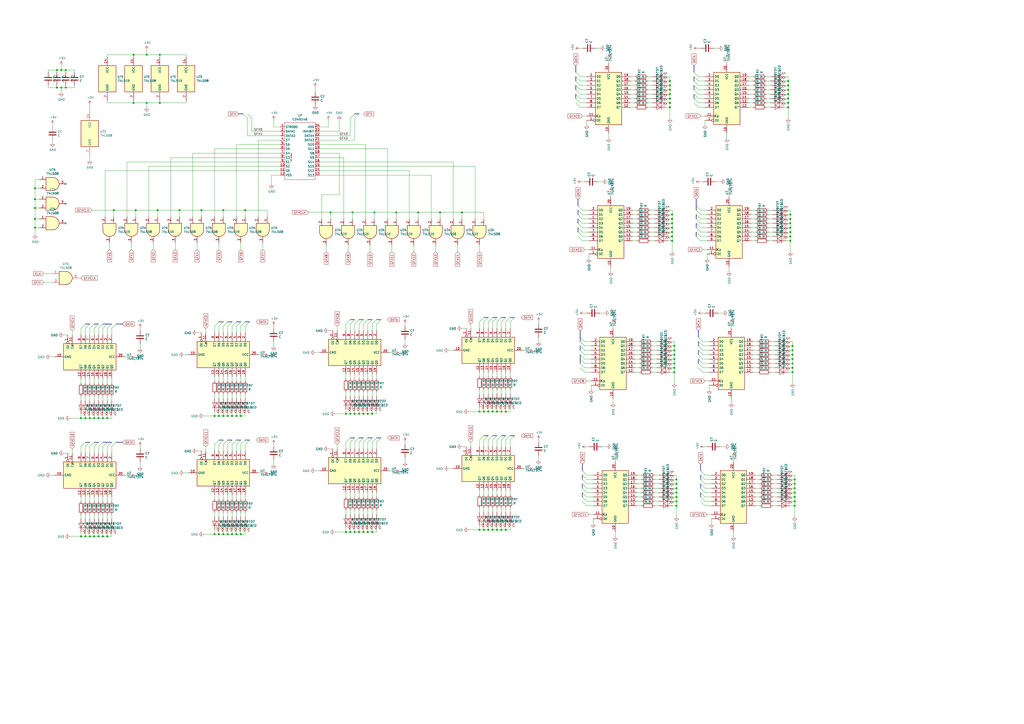
<source format=kicad_sch>
(kicad_sch (version 20200618) (host eeschema "(5.99.0-2101-geb1ff80d5)")
  (page 1 1)
  (paper "A2")
  (title_block (title "GFX Logic Module") (company "Wilhelm-Maybach-Schule-Heilbronn") (comment 1 "Leandro"))
  (junction (at 20.32 109.22))
  (junction (at 20.32 115.57))
  (junction (at 20.32 120.65))
  (junction (at 20.32 127))
  (junction (at 20.32 132.08))
  (junction (at 33.02 40.64))
  (junction (at 33.02 50.8))
  (junction (at 35.56 40.64))
  (junction (at 35.56 50.8))
  (junction (at 38.1 40.64))
  (junction (at 38.1 50.8))
  (junction (at 46.99 242.57))
  (junction (at 46.99 311.15))
  (junction (at 49.53 242.57))
  (junction (at 49.53 311.15))
  (junction (at 52.07 242.57))
  (junction (at 52.07 311.15))
  (junction (at 54.61 242.57))
  (junction (at 54.61 311.15))
  (junction (at 57.15 242.57))
  (junction (at 57.15 311.15))
  (junction (at 59.69 242.57))
  (junction (at 59.69 311.15))
  (junction (at 62.23 242.57))
  (junction (at 62.23 311.15))
  (junction (at 66.04 121.92))
  (junction (at 77.47 31.75))
  (junction (at 77.47 59.69))
  (junction (at 78.74 121.92))
  (junction (at 85.09 31.75))
  (junction (at 85.09 59.69))
  (junction (at 91.44 121.92))
  (junction (at 92.71 31.75))
  (junction (at 92.71 59.69))
  (junction (at 104.14 121.92))
  (junction (at 116.84 121.92))
  (junction (at 124.46 241.3))
  (junction (at 124.46 309.88))
  (junction (at 127 241.3))
  (junction (at 127 309.88))
  (junction (at 129.54 121.92))
  (junction (at 129.54 241.3))
  (junction (at 129.54 309.88))
  (junction (at 132.08 241.3))
  (junction (at 132.08 309.88))
  (junction (at 134.62 241.3))
  (junction (at 134.62 309.88))
  (junction (at 137.16 241.3))
  (junction (at 137.16 309.88))
  (junction (at 139.7 241.3))
  (junction (at 139.7 309.88))
  (junction (at 142.24 121.92))
  (junction (at 191.77 123.19))
  (junction (at 200.66 240.03))
  (junction (at 200.66 308.61))
  (junction (at 203.2 240.03))
  (junction (at 203.2 308.61))
  (junction (at 204.47 123.19))
  (junction (at 205.74 240.03))
  (junction (at 205.74 308.61))
  (junction (at 208.28 240.03))
  (junction (at 208.28 308.61))
  (junction (at 210.82 240.03))
  (junction (at 210.82 308.61))
  (junction (at 213.36 240.03))
  (junction (at 213.36 308.61))
  (junction (at 215.9 240.03))
  (junction (at 215.9 308.61))
  (junction (at 217.17 123.19))
  (junction (at 229.87 123.19))
  (junction (at 242.57 123.19))
  (junction (at 255.27 123.19))
  (junction (at 267.97 123.19))
  (junction (at 278.13 238.76))
  (junction (at 278.13 307.34))
  (junction (at 280.67 238.76))
  (junction (at 280.67 307.34))
  (junction (at 283.21 238.76))
  (junction (at 283.21 307.34))
  (junction (at 285.75 238.76))
  (junction (at 285.75 307.34))
  (junction (at 288.29 238.76))
  (junction (at 288.29 307.34))
  (junction (at 290.83 238.76))
  (junction (at 290.83 307.34))
  (junction (at 293.37 238.76))
  (junction (at 293.37 307.34))
  (junction (at 388.62 46.99))
  (junction (at 388.62 49.53))
  (junction (at 388.62 52.07))
  (junction (at 388.62 54.61))
  (junction (at 388.62 57.15))
  (junction (at 388.62 59.69))
  (junction (at 388.62 62.23))
  (junction (at 389.89 124.46))
  (junction (at 389.89 127))
  (junction (at 389.89 129.54))
  (junction (at 389.89 132.08))
  (junction (at 389.89 134.62))
  (junction (at 389.89 137.16))
  (junction (at 389.89 139.7))
  (junction (at 391.16 200.66))
  (junction (at 391.16 203.2))
  (junction (at 391.16 205.74))
  (junction (at 391.16 208.28))
  (junction (at 391.16 210.82))
  (junction (at 391.16 213.36))
  (junction (at 391.16 215.9))
  (junction (at 392.43 278.13))
  (junction (at 392.43 280.67))
  (junction (at 392.43 283.21))
  (junction (at 392.43 285.75))
  (junction (at 392.43 288.29))
  (junction (at 392.43 290.83))
  (junction (at 392.43 293.37))
  (junction (at 457.2 46.99))
  (junction (at 457.2 49.53))
  (junction (at 457.2 52.07))
  (junction (at 457.2 54.61))
  (junction (at 457.2 57.15))
  (junction (at 457.2 59.69))
  (junction (at 457.2 62.23))
  (junction (at 458.47 124.46))
  (junction (at 458.47 127))
  (junction (at 458.47 129.54))
  (junction (at 458.47 132.08))
  (junction (at 458.47 134.62))
  (junction (at 458.47 137.16))
  (junction (at 458.47 139.7))
  (junction (at 459.74 200.66))
  (junction (at 459.74 203.2))
  (junction (at 459.74 205.74))
  (junction (at 459.74 208.28))
  (junction (at 459.74 210.82))
  (junction (at 459.74 213.36))
  (junction (at 459.74 215.9))
  (junction (at 461.01 278.13))
  (junction (at 461.01 280.67))
  (junction (at 461.01 283.21))
  (junction (at 461.01 285.75))
  (junction (at 461.01 288.29))
  (junction (at 461.01 290.83))
  (junction (at 461.01 293.37))
  (no_connect (at 38.1 129.54))
  (no_connect (at 38.1 106.68))
  (no_connect (at 38.1 118.11))
  (bus_entry (at 49.53 187.96) (size -2.54 2.54) (stroke (width 0.1524)))
  (bus_entry (at 49.53 256.54) (size -2.54 2.54) (stroke (width 0.1524)))
  (bus_entry (at 52.07 187.96) (size -2.54 2.54) (stroke (width 0.1524)))
  (bus_entry (at 52.07 256.54) (size -2.54 2.54) (stroke (width 0.1524)))
  (bus_entry (at 54.61 187.96) (size -2.54 2.54) (stroke (width 0.1524)))
  (bus_entry (at 54.61 256.54) (size -2.54 2.54) (stroke (width 0.1524)))
  (bus_entry (at 57.15 187.96) (size -2.54 2.54) (stroke (width 0.1524)))
  (bus_entry (at 57.15 256.54) (size -2.54 2.54) (stroke (width 0.1524)))
  (bus_entry (at 59.69 187.96) (size -2.54 2.54) (stroke (width 0.1524)))
  (bus_entry (at 59.69 256.54) (size -2.54 2.54) (stroke (width 0.1524)))
  (bus_entry (at 62.23 187.96) (size -2.54 2.54) (stroke (width 0.1524)))
  (bus_entry (at 62.23 256.54) (size -2.54 2.54) (stroke (width 0.1524)))
  (bus_entry (at 64.77 187.96) (size -2.54 2.54) (stroke (width 0.1524)))
  (bus_entry (at 64.77 256.54) (size -2.54 2.54) (stroke (width 0.1524)))
  (bus_entry (at 67.31 187.96) (size -2.54 2.54) (stroke (width 0.1524)))
  (bus_entry (at 67.31 256.54) (size -2.54 2.54) (stroke (width 0.1524)))
  (bus_entry (at 127 186.69) (size -2.54 2.54) (stroke (width 0.1524)))
  (bus_entry (at 127 255.27) (size -2.54 2.54) (stroke (width 0.1524)))
  (bus_entry (at 129.54 186.69) (size -2.54 2.54) (stroke (width 0.1524)))
  (bus_entry (at 129.54 255.27) (size -2.54 2.54) (stroke (width 0.1524)))
  (bus_entry (at 132.08 186.69) (size -2.54 2.54) (stroke (width 0.1524)))
  (bus_entry (at 132.08 255.27) (size -2.54 2.54) (stroke (width 0.1524)))
  (bus_entry (at 134.62 186.69) (size -2.54 2.54) (stroke (width 0.1524)))
  (bus_entry (at 134.62 255.27) (size -2.54 2.54) (stroke (width 0.1524)))
  (bus_entry (at 137.16 186.69) (size -2.54 2.54) (stroke (width 0.1524)))
  (bus_entry (at 137.16 255.27) (size -2.54 2.54) (stroke (width 0.1524)))
  (bus_entry (at 139.7 186.69) (size -2.54 2.54) (stroke (width 0.1524)))
  (bus_entry (at 139.7 255.27) (size -2.54 2.54) (stroke (width 0.1524)))
  (bus_entry (at 140.97 66.04) (size 2.54 2.54) (stroke (width 0.1524)))
  (bus_entry (at 142.24 186.69) (size -2.54 2.54) (stroke (width 0.1524)))
  (bus_entry (at 142.24 255.27) (size -2.54 2.54) (stroke (width 0.1524)))
  (bus_entry (at 143.51 66.04) (size 2.54 2.54) (stroke (width 0.1524)))
  (bus_entry (at 144.78 186.69) (size -2.54 2.54) (stroke (width 0.1524)))
  (bus_entry (at 144.78 255.27) (size -2.54 2.54) (stroke (width 0.1524)))
  (bus_entry (at 203.2 68.58) (size 2.54 -2.54) (stroke (width 0.1524)))
  (bus_entry (at 203.2 185.42) (size -2.54 2.54) (stroke (width 0.1524)))
  (bus_entry (at 203.2 254) (size -2.54 2.54) (stroke (width 0.1524)))
  (bus_entry (at 205.74 185.42) (size -2.54 2.54) (stroke (width 0.1524)))
  (bus_entry (at 205.74 254) (size -2.54 2.54) (stroke (width 0.1524)))
  (bus_entry (at 208.28 66.04) (size -2.54 2.54) (stroke (width 0.1524)))
  (bus_entry (at 208.28 185.42) (size -2.54 2.54) (stroke (width 0.1524)))
  (bus_entry (at 208.28 254) (size -2.54 2.54) (stroke (width 0.1524)))
  (bus_entry (at 210.82 185.42) (size -2.54 2.54) (stroke (width 0.1524)))
  (bus_entry (at 210.82 254) (size -2.54 2.54) (stroke (width 0.1524)))
  (bus_entry (at 213.36 185.42) (size -2.54 2.54) (stroke (width 0.1524)))
  (bus_entry (at 213.36 254) (size -2.54 2.54) (stroke (width 0.1524)))
  (bus_entry (at 215.9 185.42) (size -2.54 2.54) (stroke (width 0.1524)))
  (bus_entry (at 215.9 254) (size -2.54 2.54) (stroke (width 0.1524)))
  (bus_entry (at 218.44 185.42) (size -2.54 2.54) (stroke (width 0.1524)))
  (bus_entry (at 218.44 254) (size -2.54 2.54) (stroke (width 0.1524)))
  (bus_entry (at 220.98 185.42) (size -2.54 2.54) (stroke (width 0.1524)))
  (bus_entry (at 220.98 254) (size -2.54 2.54) (stroke (width 0.1524)))
  (bus_entry (at 280.67 184.15) (size -2.54 2.54) (stroke (width 0.1524)))
  (bus_entry (at 280.67 252.73) (size -2.54 2.54) (stroke (width 0.1524)))
  (bus_entry (at 283.21 184.15) (size -2.54 2.54) (stroke (width 0.1524)))
  (bus_entry (at 283.21 252.73) (size -2.54 2.54) (stroke (width 0.1524)))
  (bus_entry (at 285.75 184.15) (size -2.54 2.54) (stroke (width 0.1524)))
  (bus_entry (at 285.75 252.73) (size -2.54 2.54) (stroke (width 0.1524)))
  (bus_entry (at 288.29 184.15) (size -2.54 2.54) (stroke (width 0.1524)))
  (bus_entry (at 288.29 252.73) (size -2.54 2.54) (stroke (width 0.1524)))
  (bus_entry (at 290.83 184.15) (size -2.54 2.54) (stroke (width 0.1524)))
  (bus_entry (at 290.83 252.73) (size -2.54 2.54) (stroke (width 0.1524)))
  (bus_entry (at 293.37 184.15) (size -2.54 2.54) (stroke (width 0.1524)))
  (bus_entry (at 293.37 252.73) (size -2.54 2.54) (stroke (width 0.1524)))
  (bus_entry (at 295.91 184.15) (size -2.54 2.54) (stroke (width 0.1524)))
  (bus_entry (at 295.91 252.73) (size -2.54 2.54) (stroke (width 0.1524)))
  (bus_entry (at 298.45 184.15) (size -2.54 2.54) (stroke (width 0.1524)))
  (bus_entry (at 298.45 252.73) (size -2.54 2.54) (stroke (width 0.1524)))
  (bus_entry (at 334.01 41.91) (size 2.54 2.54) (stroke (width 0.1524)))
  (bus_entry (at 334.01 44.45) (size 2.54 2.54) (stroke (width 0.1524)))
  (bus_entry (at 334.01 46.99) (size 2.54 2.54) (stroke (width 0.1524)))
  (bus_entry (at 334.01 49.53) (size 2.54 2.54) (stroke (width 0.1524)))
  (bus_entry (at 334.01 52.07) (size 2.54 2.54) (stroke (width 0.1524)))
  (bus_entry (at 334.01 54.61) (size 2.54 2.54) (stroke (width 0.1524)))
  (bus_entry (at 334.01 57.15) (size 2.54 2.54) (stroke (width 0.1524)))
  (bus_entry (at 334.01 59.69) (size 2.54 2.54) (stroke (width 0.1524)))
  (bus_entry (at 335.28 119.38) (size 2.54 2.54) (stroke (width 0.1524)))
  (bus_entry (at 335.28 121.92) (size 2.54 2.54) (stroke (width 0.1524)))
  (bus_entry (at 335.28 124.46) (size 2.54 2.54) (stroke (width 0.1524)))
  (bus_entry (at 335.28 127) (size 2.54 2.54) (stroke (width 0.1524)))
  (bus_entry (at 335.28 129.54) (size 2.54 2.54) (stroke (width 0.1524)))
  (bus_entry (at 335.28 132.08) (size 2.54 2.54) (stroke (width 0.1524)))
  (bus_entry (at 335.28 134.62) (size 2.54 2.54) (stroke (width 0.1524)))
  (bus_entry (at 335.28 137.16) (size 2.54 2.54) (stroke (width 0.1524)))
  (bus_entry (at 336.55 195.58) (size 2.54 2.54) (stroke (width 0.1524)))
  (bus_entry (at 336.55 198.12) (size 2.54 2.54) (stroke (width 0.1524)))
  (bus_entry (at 336.55 200.66) (size 2.54 2.54) (stroke (width 0.1524)))
  (bus_entry (at 336.55 203.2) (size 2.54 2.54) (stroke (width 0.1524)))
  (bus_entry (at 336.55 205.74) (size 2.54 2.54) (stroke (width 0.1524)))
  (bus_entry (at 336.55 208.28) (size 2.54 2.54) (stroke (width 0.1524)))
  (bus_entry (at 336.55 210.82) (size 2.54 2.54) (stroke (width 0.1524)))
  (bus_entry (at 336.55 213.36) (size 2.54 2.54) (stroke (width 0.1524)))
  (bus_entry (at 337.82 273.05) (size 2.54 2.54) (stroke (width 0.1524)))
  (bus_entry (at 337.82 275.59) (size 2.54 2.54) (stroke (width 0.1524)))
  (bus_entry (at 337.82 278.13) (size 2.54 2.54) (stroke (width 0.1524)))
  (bus_entry (at 337.82 280.67) (size 2.54 2.54) (stroke (width 0.1524)))
  (bus_entry (at 337.82 283.21) (size 2.54 2.54) (stroke (width 0.1524)))
  (bus_entry (at 337.82 285.75) (size 2.54 2.54) (stroke (width 0.1524)))
  (bus_entry (at 337.82 288.29) (size 2.54 2.54) (stroke (width 0.1524)))
  (bus_entry (at 337.82 290.83) (size 2.54 2.54) (stroke (width 0.1524)))
  (bus_entry (at 402.59 41.91) (size 2.54 2.54) (stroke (width 0.1524)))
  (bus_entry (at 402.59 44.45) (size 2.54 2.54) (stroke (width 0.1524)))
  (bus_entry (at 402.59 46.99) (size 2.54 2.54) (stroke (width 0.1524)))
  (bus_entry (at 402.59 49.53) (size 2.54 2.54) (stroke (width 0.1524)))
  (bus_entry (at 402.59 52.07) (size 2.54 2.54) (stroke (width 0.1524)))
  (bus_entry (at 402.59 54.61) (size 2.54 2.54) (stroke (width 0.1524)))
  (bus_entry (at 402.59 57.15) (size 2.54 2.54) (stroke (width 0.1524)))
  (bus_entry (at 402.59 59.69) (size 2.54 2.54) (stroke (width 0.1524)))
  (bus_entry (at 403.86 119.38) (size 2.54 2.54) (stroke (width 0.1524)))
  (bus_entry (at 403.86 121.92) (size 2.54 2.54) (stroke (width 0.1524)))
  (bus_entry (at 403.86 124.46) (size 2.54 2.54) (stroke (width 0.1524)))
  (bus_entry (at 403.86 127) (size 2.54 2.54) (stroke (width 0.1524)))
  (bus_entry (at 403.86 129.54) (size 2.54 2.54) (stroke (width 0.1524)))
  (bus_entry (at 403.86 132.08) (size 2.54 2.54) (stroke (width 0.1524)))
  (bus_entry (at 403.86 134.62) (size 2.54 2.54) (stroke (width 0.1524)))
  (bus_entry (at 403.86 137.16) (size 2.54 2.54) (stroke (width 0.1524)))
  (bus_entry (at 405.13 195.58) (size 2.54 2.54) (stroke (width 0.1524)))
  (bus_entry (at 405.13 198.12) (size 2.54 2.54) (stroke (width 0.1524)))
  (bus_entry (at 405.13 200.66) (size 2.54 2.54) (stroke (width 0.1524)))
  (bus_entry (at 405.13 203.2) (size 2.54 2.54) (stroke (width 0.1524)))
  (bus_entry (at 405.13 205.74) (size 2.54 2.54) (stroke (width 0.1524)))
  (bus_entry (at 405.13 208.28) (size 2.54 2.54) (stroke (width 0.1524)))
  (bus_entry (at 405.13 210.82) (size 2.54 2.54) (stroke (width 0.1524)))
  (bus_entry (at 405.13 213.36) (size 2.54 2.54) (stroke (width 0.1524)))
  (bus_entry (at 406.4 273.05) (size 2.54 2.54) (stroke (width 0.1524)))
  (bus_entry (at 406.4 275.59) (size 2.54 2.54) (stroke (width 0.1524)))
  (bus_entry (at 406.4 278.13) (size 2.54 2.54) (stroke (width 0.1524)))
  (bus_entry (at 406.4 280.67) (size 2.54 2.54) (stroke (width 0.1524)))
  (bus_entry (at 406.4 283.21) (size 2.54 2.54) (stroke (width 0.1524)))
  (bus_entry (at 406.4 285.75) (size 2.54 2.54) (stroke (width 0.1524)))
  (bus_entry (at 406.4 288.29) (size 2.54 2.54) (stroke (width 0.1524)))
  (bus_entry (at 406.4 290.83) (size 2.54 2.54) (stroke (width 0.1524)))
  (wire (pts (xy 20.32 104.14) (xy 20.32 109.22)))
  (wire (pts (xy 20.32 109.22) (xy 20.32 115.57)))
  (wire (pts (xy 20.32 115.57) (xy 20.32 120.65)))
  (wire (pts (xy 20.32 120.65) (xy 20.32 127)))
  (wire (pts (xy 20.32 127) (xy 20.32 132.08)))
  (wire (pts (xy 20.32 132.08) (xy 20.32 135.89)))
  (wire (pts (xy 22.86 104.14) (xy 20.32 104.14)))
  (wire (pts (xy 22.86 109.22) (xy 20.32 109.22)))
  (wire (pts (xy 22.86 115.57) (xy 20.32 115.57)))
  (wire (pts (xy 22.86 120.65) (xy 20.32 120.65)))
  (wire (pts (xy 22.86 127) (xy 20.32 127)))
  (wire (pts (xy 22.86 132.08) (xy 20.32 132.08)))
  (wire (pts (xy 25.4 158.75) (xy 30.48 158.75)))
  (wire (pts (xy 27.94 40.64) (xy 33.02 40.64)))
  (wire (pts (xy 27.94 41.91) (xy 27.94 40.64)))
  (wire (pts (xy 27.94 49.53) (xy 27.94 50.8)))
  (wire (pts (xy 30.48 73.66) (xy 30.48 72.39)))
  (wire (pts (xy 30.48 81.28) (xy 30.48 82.55)))
  (wire (pts (xy 30.48 163.83) (xy 25.4 163.83)))
  (wire (pts (xy 31.75 207.01) (xy 29.21 207.01)))
  (wire (pts (xy 31.75 275.59) (xy 29.21 275.59)))
  (wire (pts (xy 33.02 40.64) (xy 35.56 40.64)))
  (wire (pts (xy 33.02 41.91) (xy 33.02 40.64)))
  (wire (pts (xy 33.02 49.53) (xy 33.02 50.8)))
  (wire (pts (xy 33.02 50.8) (xy 27.94 50.8)))
  (wire (pts (xy 35.56 40.64) (xy 35.56 38.1)))
  (wire (pts (xy 35.56 40.64) (xy 38.1 40.64)))
  (wire (pts (xy 35.56 50.8) (xy 33.02 50.8)))
  (wire (pts (xy 35.56 50.8) (xy 35.56 53.34)))
  (wire (pts (xy 38.1 40.64) (xy 43.18 40.64)))
  (wire (pts (xy 38.1 41.91) (xy 38.1 40.64)))
  (wire (pts (xy 38.1 49.53) (xy 38.1 50.8)))
  (wire (pts (xy 38.1 50.8) (xy 35.56 50.8)))
  (wire (pts (xy 39.37 194.31) (xy 36.83 194.31)))
  (wire (pts (xy 39.37 262.89) (xy 36.83 262.89)))
  (wire (pts (xy 41.91 194.31) (xy 41.91 191.77)))
  (wire (pts (xy 41.91 262.89) (xy 41.91 260.35)))
  (wire (pts (xy 43.18 41.91) (xy 43.18 40.64)))
  (wire (pts (xy 43.18 49.53) (xy 43.18 50.8)))
  (wire (pts (xy 43.18 50.8) (xy 38.1 50.8)))
  (wire (pts (xy 45.72 161.29) (xy 46.99 161.29)))
  (wire (pts (xy 46.99 190.5) (xy 46.99 194.31)))
  (wire (pts (xy 46.99 219.71) (xy 46.99 222.25)))
  (wire (pts (xy 46.99 229.87) (xy 46.99 232.41)))
  (wire (pts (xy 46.99 240.03) (xy 46.99 242.57)))
  (wire (pts (xy 46.99 242.57) (xy 40.64 242.57)))
  (wire (pts (xy 46.99 242.57) (xy 49.53 242.57)))
  (wire (pts (xy 46.99 259.08) (xy 46.99 262.89)))
  (wire (pts (xy 46.99 288.29) (xy 46.99 290.83)))
  (wire (pts (xy 46.99 298.45) (xy 46.99 300.99)))
  (wire (pts (xy 46.99 308.61) (xy 46.99 311.15)))
  (wire (pts (xy 46.99 311.15) (xy 40.64 311.15)))
  (wire (pts (xy 46.99 311.15) (xy 49.53 311.15)))
  (wire (pts (xy 49.53 190.5) (xy 49.53 194.31)))
  (wire (pts (xy 49.53 219.71) (xy 49.53 222.25)))
  (wire (pts (xy 49.53 229.87) (xy 49.53 232.41)))
  (wire (pts (xy 49.53 242.57) (xy 49.53 240.03)))
  (wire (pts (xy 49.53 242.57) (xy 52.07 242.57)))
  (wire (pts (xy 49.53 259.08) (xy 49.53 262.89)))
  (wire (pts (xy 49.53 288.29) (xy 49.53 290.83)))
  (wire (pts (xy 49.53 298.45) (xy 49.53 300.99)))
  (wire (pts (xy 49.53 311.15) (xy 49.53 308.61)))
  (wire (pts (xy 49.53 311.15) (xy 52.07 311.15)))
  (wire (pts (xy 52.07 60.96) (xy 52.07 64.77)))
  (wire (pts (xy 52.07 90.17) (xy 52.07 92.71)))
  (wire (pts (xy 52.07 190.5) (xy 52.07 194.31)))
  (wire (pts (xy 52.07 219.71) (xy 52.07 222.25)))
  (wire (pts (xy 52.07 229.87) (xy 52.07 232.41)))
  (wire (pts (xy 52.07 240.03) (xy 52.07 242.57)))
  (wire (pts (xy 52.07 242.57) (xy 54.61 242.57)))
  (wire (pts (xy 52.07 259.08) (xy 52.07 262.89)))
  (wire (pts (xy 52.07 288.29) (xy 52.07 290.83)))
  (wire (pts (xy 52.07 298.45) (xy 52.07 300.99)))
  (wire (pts (xy 52.07 308.61) (xy 52.07 311.15)))
  (wire (pts (xy 52.07 311.15) (xy 54.61 311.15)))
  (wire (pts (xy 54.61 190.5) (xy 54.61 194.31)))
  (wire (pts (xy 54.61 219.71) (xy 54.61 222.25)))
  (wire (pts (xy 54.61 229.87) (xy 54.61 232.41)))
  (wire (pts (xy 54.61 240.03) (xy 54.61 242.57)))
  (wire (pts (xy 54.61 242.57) (xy 57.15 242.57)))
  (wire (pts (xy 54.61 259.08) (xy 54.61 262.89)))
  (wire (pts (xy 54.61 288.29) (xy 54.61 290.83)))
  (wire (pts (xy 54.61 298.45) (xy 54.61 300.99)))
  (wire (pts (xy 54.61 308.61) (xy 54.61 311.15)))
  (wire (pts (xy 54.61 311.15) (xy 57.15 311.15)))
  (wire (pts (xy 57.15 190.5) (xy 57.15 194.31)))
  (wire (pts (xy 57.15 219.71) (xy 57.15 222.25)))
  (wire (pts (xy 57.15 229.87) (xy 57.15 232.41)))
  (wire (pts (xy 57.15 240.03) (xy 57.15 242.57)))
  (wire (pts (xy 57.15 242.57) (xy 59.69 242.57)))
  (wire (pts (xy 57.15 259.08) (xy 57.15 262.89)))
  (wire (pts (xy 57.15 288.29) (xy 57.15 290.83)))
  (wire (pts (xy 57.15 298.45) (xy 57.15 300.99)))
  (wire (pts (xy 57.15 308.61) (xy 57.15 311.15)))
  (wire (pts (xy 57.15 311.15) (xy 59.69 311.15)))
  (wire (pts (xy 59.69 190.5) (xy 59.69 194.31)))
  (wire (pts (xy 59.69 219.71) (xy 59.69 222.25)))
  (wire (pts (xy 59.69 229.87) (xy 59.69 232.41)))
  (wire (pts (xy 59.69 240.03) (xy 59.69 242.57)))
  (wire (pts (xy 59.69 242.57) (xy 62.23 242.57)))
  (wire (pts (xy 59.69 259.08) (xy 59.69 262.89)))
  (wire (pts (xy 59.69 288.29) (xy 59.69 290.83)))
  (wire (pts (xy 59.69 298.45) (xy 59.69 300.99)))
  (wire (pts (xy 59.69 308.61) (xy 59.69 311.15)))
  (wire (pts (xy 59.69 311.15) (xy 62.23 311.15)))
  (wire (pts (xy 60.96 99.06) (xy 60.96 125.73)))
  (wire (pts (xy 62.23 31.75) (xy 77.47 31.75)))
  (wire (pts (xy 62.23 33.02) (xy 62.23 31.75)))
  (wire (pts (xy 62.23 58.42) (xy 62.23 59.69)))
  (wire (pts (xy 62.23 59.69) (xy 77.47 59.69)))
  (wire (pts (xy 62.23 190.5) (xy 62.23 194.31)))
  (wire (pts (xy 62.23 219.71) (xy 62.23 222.25)))
  (wire (pts (xy 62.23 229.87) (xy 62.23 232.41)))
  (wire (pts (xy 62.23 240.03) (xy 62.23 242.57)))
  (wire (pts (xy 62.23 242.57) (xy 64.77 242.57)))
  (wire (pts (xy 62.23 259.08) (xy 62.23 262.89)))
  (wire (pts (xy 62.23 288.29) (xy 62.23 290.83)))
  (wire (pts (xy 62.23 298.45) (xy 62.23 300.99)))
  (wire (pts (xy 62.23 308.61) (xy 62.23 311.15)))
  (wire (pts (xy 62.23 311.15) (xy 64.77 311.15)))
  (wire (pts (xy 63.5 140.97) (xy 63.5 144.78)))
  (wire (pts (xy 64.77 190.5) (xy 64.77 194.31)))
  (wire (pts (xy 64.77 219.71) (xy 64.77 222.25)))
  (wire (pts (xy 64.77 229.87) (xy 64.77 232.41)))
  (wire (pts (xy 64.77 242.57) (xy 64.77 240.03)))
  (wire (pts (xy 64.77 259.08) (xy 64.77 262.89)))
  (wire (pts (xy 64.77 288.29) (xy 64.77 290.83)))
  (wire (pts (xy 64.77 298.45) (xy 64.77 300.99)))
  (wire (pts (xy 64.77 311.15) (xy 64.77 308.61)))
  (wire (pts (xy 66.04 121.92) (xy 53.34 121.92)))
  (wire (pts (xy 66.04 121.92) (xy 78.74 121.92)))
  (wire (pts (xy 66.04 125.73) (xy 66.04 121.92)))
  (wire (pts (xy 72.39 207.01) (xy 74.93 207.01)))
  (wire (pts (xy 72.39 275.59) (xy 74.93 275.59)))
  (wire (pts (xy 73.66 93.98) (xy 73.66 125.73)))
  (wire (pts (xy 76.2 140.97) (xy 76.2 144.78)))
  (wire (pts (xy 77.47 31.75) (xy 85.09 31.75)))
  (wire (pts (xy 77.47 33.02) (xy 77.47 31.75)))
  (wire (pts (xy 77.47 58.42) (xy 77.47 59.69)))
  (wire (pts (xy 77.47 59.69) (xy 85.09 59.69)))
  (wire (pts (xy 78.74 121.92) (xy 78.74 125.73)))
  (wire (pts (xy 81.28 191.77) (xy 81.28 190.5)))
  (wire (pts (xy 81.28 199.39) (xy 81.28 201.93)))
  (wire (pts (xy 81.28 260.35) (xy 81.28 259.08)))
  (wire (pts (xy 81.28 267.97) (xy 81.28 270.51)))
  (wire (pts (xy 85.09 31.75) (xy 85.09 29.21)))
  (wire (pts (xy 85.09 31.75) (xy 92.71 31.75)))
  (wire (pts (xy 85.09 59.69) (xy 85.09 62.23)))
  (wire (pts (xy 85.09 59.69) (xy 92.71 59.69)))
  (wire (pts (xy 86.36 96.52) (xy 86.36 125.73)))
  (wire (pts (xy 88.9 140.97) (xy 88.9 144.78)))
  (wire (pts (xy 91.44 121.92) (xy 78.74 121.92)))
  (wire (pts (xy 91.44 121.92) (xy 104.14 121.92)))
  (wire (pts (xy 91.44 125.73) (xy 91.44 121.92)))
  (wire (pts (xy 92.71 31.75) (xy 107.95 31.75)))
  (wire (pts (xy 92.71 33.02) (xy 92.71 31.75)))
  (wire (pts (xy 92.71 58.42) (xy 92.71 59.69)))
  (wire (pts (xy 92.71 59.69) (xy 107.95 59.69)))
  (wire (pts (xy 99.06 91.44) (xy 162.56 91.44)))
  (wire (pts (xy 99.06 125.73) (xy 99.06 91.44)))
  (wire (pts (xy 101.6 140.97) (xy 101.6 144.78)))
  (wire (pts (xy 104.14 121.92) (xy 104.14 125.73)))
  (wire (pts (xy 104.14 121.92) (xy 116.84 121.92)))
  (wire (pts (xy 107.95 33.02) (xy 107.95 31.75)))
  (wire (pts (xy 107.95 58.42) (xy 107.95 59.69)))
  (wire (pts (xy 109.22 205.74) (xy 106.68 205.74)))
  (wire (pts (xy 109.22 274.32) (xy 106.68 274.32)))
  (wire (pts (xy 111.76 88.9) (xy 162.56 88.9)))
  (wire (pts (xy 111.76 125.73) (xy 111.76 88.9)))
  (wire (pts (xy 114.3 140.97) (xy 114.3 144.78)))
  (wire (pts (xy 116.84 121.92) (xy 116.84 125.73)))
  (wire (pts (xy 116.84 121.92) (xy 129.54 121.92)))
  (wire (pts (xy 116.84 193.04) (xy 114.3 193.04)))
  (wire (pts (xy 116.84 261.62) (xy 114.3 261.62)))
  (wire (pts (xy 119.38 193.04) (xy 119.38 190.5)))
  (wire (pts (xy 119.38 261.62) (xy 119.38 259.08)))
  (wire (pts (xy 124.46 86.36) (xy 162.56 86.36)))
  (wire (pts (xy 124.46 125.73) (xy 124.46 86.36)))
  (wire (pts (xy 124.46 189.23) (xy 124.46 193.04)))
  (wire (pts (xy 124.46 218.44) (xy 124.46 220.98)))
  (wire (pts (xy 124.46 228.6) (xy 124.46 231.14)))
  (wire (pts (xy 124.46 238.76) (xy 124.46 241.3)))
  (wire (pts (xy 124.46 241.3) (xy 118.11 241.3)))
  (wire (pts (xy 124.46 241.3) (xy 127 241.3)))
  (wire (pts (xy 124.46 257.81) (xy 124.46 261.62)))
  (wire (pts (xy 124.46 287.02) (xy 124.46 289.56)))
  (wire (pts (xy 124.46 297.18) (xy 124.46 299.72)))
  (wire (pts (xy 124.46 307.34) (xy 124.46 309.88)))
  (wire (pts (xy 124.46 309.88) (xy 118.11 309.88)))
  (wire (pts (xy 124.46 309.88) (xy 127 309.88)))
  (wire (pts (xy 127 140.97) (xy 127 144.78)))
  (wire (pts (xy 127 189.23) (xy 127 193.04)))
  (wire (pts (xy 127 218.44) (xy 127 220.98)))
  (wire (pts (xy 127 228.6) (xy 127 231.14)))
  (wire (pts (xy 127 241.3) (xy 127 238.76)))
  (wire (pts (xy 127 241.3) (xy 129.54 241.3)))
  (wire (pts (xy 127 257.81) (xy 127 261.62)))
  (wire (pts (xy 127 287.02) (xy 127 289.56)))
  (wire (pts (xy 127 297.18) (xy 127 299.72)))
  (wire (pts (xy 127 309.88) (xy 127 307.34)))
  (wire (pts (xy 127 309.88) (xy 129.54 309.88)))
  (wire (pts (xy 129.54 121.92) (xy 129.54 125.73)))
  (wire (pts (xy 129.54 121.92) (xy 142.24 121.92)))
  (wire (pts (xy 129.54 189.23) (xy 129.54 193.04)))
  (wire (pts (xy 129.54 218.44) (xy 129.54 220.98)))
  (wire (pts (xy 129.54 228.6) (xy 129.54 231.14)))
  (wire (pts (xy 129.54 238.76) (xy 129.54 241.3)))
  (wire (pts (xy 129.54 241.3) (xy 132.08 241.3)))
  (wire (pts (xy 129.54 257.81) (xy 129.54 261.62)))
  (wire (pts (xy 129.54 287.02) (xy 129.54 289.56)))
  (wire (pts (xy 129.54 297.18) (xy 129.54 299.72)))
  (wire (pts (xy 129.54 307.34) (xy 129.54 309.88)))
  (wire (pts (xy 129.54 309.88) (xy 132.08 309.88)))
  (wire (pts (xy 132.08 189.23) (xy 132.08 193.04)))
  (wire (pts (xy 132.08 218.44) (xy 132.08 220.98)))
  (wire (pts (xy 132.08 228.6) (xy 132.08 231.14)))
  (wire (pts (xy 132.08 238.76) (xy 132.08 241.3)))
  (wire (pts (xy 132.08 241.3) (xy 134.62 241.3)))
  (wire (pts (xy 132.08 257.81) (xy 132.08 261.62)))
  (wire (pts (xy 132.08 287.02) (xy 132.08 289.56)))
  (wire (pts (xy 132.08 297.18) (xy 132.08 299.72)))
  (wire (pts (xy 132.08 307.34) (xy 132.08 309.88)))
  (wire (pts (xy 132.08 309.88) (xy 134.62 309.88)))
  (wire (pts (xy 134.62 189.23) (xy 134.62 193.04)))
  (wire (pts (xy 134.62 218.44) (xy 134.62 220.98)))
  (wire (pts (xy 134.62 228.6) (xy 134.62 231.14)))
  (wire (pts (xy 134.62 238.76) (xy 134.62 241.3)))
  (wire (pts (xy 134.62 241.3) (xy 137.16 241.3)))
  (wire (pts (xy 134.62 257.81) (xy 134.62 261.62)))
  (wire (pts (xy 134.62 287.02) (xy 134.62 289.56)))
  (wire (pts (xy 134.62 297.18) (xy 134.62 299.72)))
  (wire (pts (xy 134.62 307.34) (xy 134.62 309.88)))
  (wire (pts (xy 134.62 309.88) (xy 137.16 309.88)))
  (wire (pts (xy 137.16 83.82) (xy 162.56 83.82)))
  (wire (pts (xy 137.16 125.73) (xy 137.16 83.82)))
  (wire (pts (xy 137.16 189.23) (xy 137.16 193.04)))
  (wire (pts (xy 137.16 218.44) (xy 137.16 220.98)))
  (wire (pts (xy 137.16 228.6) (xy 137.16 231.14)))
  (wire (pts (xy 137.16 238.76) (xy 137.16 241.3)))
  (wire (pts (xy 137.16 241.3) (xy 139.7 241.3)))
  (wire (pts (xy 137.16 257.81) (xy 137.16 261.62)))
  (wire (pts (xy 137.16 287.02) (xy 137.16 289.56)))
  (wire (pts (xy 137.16 297.18) (xy 137.16 299.72)))
  (wire (pts (xy 137.16 307.34) (xy 137.16 309.88)))
  (wire (pts (xy 137.16 309.88) (xy 139.7 309.88)))
  (wire (pts (xy 139.7 140.97) (xy 139.7 144.78)))
  (wire (pts (xy 139.7 189.23) (xy 139.7 193.04)))
  (wire (pts (xy 139.7 218.44) (xy 139.7 220.98)))
  (wire (pts (xy 139.7 228.6) (xy 139.7 231.14)))
  (wire (pts (xy 139.7 238.76) (xy 139.7 241.3)))
  (wire (pts (xy 139.7 241.3) (xy 142.24 241.3)))
  (wire (pts (xy 139.7 257.81) (xy 139.7 261.62)))
  (wire (pts (xy 139.7 287.02) (xy 139.7 289.56)))
  (wire (pts (xy 139.7 297.18) (xy 139.7 299.72)))
  (wire (pts (xy 139.7 307.34) (xy 139.7 309.88)))
  (wire (pts (xy 139.7 309.88) (xy 142.24 309.88)))
  (wire (pts (xy 142.24 121.92) (xy 142.24 125.73)))
  (wire (pts (xy 142.24 121.92) (xy 154.94 121.92)))
  (wire (pts (xy 142.24 189.23) (xy 142.24 193.04)))
  (wire (pts (xy 142.24 218.44) (xy 142.24 220.98)))
  (wire (pts (xy 142.24 228.6) (xy 142.24 231.14)))
  (wire (pts (xy 142.24 241.3) (xy 142.24 238.76)))
  (wire (pts (xy 142.24 257.81) (xy 142.24 261.62)))
  (wire (pts (xy 142.24 287.02) (xy 142.24 289.56)))
  (wire (pts (xy 142.24 297.18) (xy 142.24 299.72)))
  (wire (pts (xy 142.24 309.88) (xy 142.24 307.34)))
  (wire (pts (xy 143.51 68.58) (xy 143.51 78.74)))
  (wire (pts (xy 146.05 76.2) (xy 146.05 68.58)))
  (wire (pts (xy 146.05 76.2) (xy 162.56 76.2)))
  (wire (pts (xy 149.86 81.28) (xy 162.56 81.28)))
  (wire (pts (xy 149.86 125.73) (xy 149.86 81.28)))
  (wire (pts (xy 149.86 205.74) (xy 152.4 205.74)))
  (wire (pts (xy 149.86 274.32) (xy 152.4 274.32)))
  (wire (pts (xy 152.4 140.97) (xy 152.4 144.78)))
  (wire (pts (xy 154.94 121.92) (xy 154.94 125.73)))
  (wire (pts (xy 157.48 101.6) (xy 157.48 106.68)))
  (wire (pts (xy 158.75 73.66) (xy 158.75 69.85)))
  (wire (pts (xy 158.75 190.5) (xy 158.75 189.23)))
  (wire (pts (xy 158.75 198.12) (xy 158.75 200.66)))
  (wire (pts (xy 158.75 259.08) (xy 158.75 257.81)))
  (wire (pts (xy 158.75 266.7) (xy 158.75 269.24)))
  (wire (pts (xy 162.56 73.66) (xy 158.75 73.66)))
  (wire (pts (xy 162.56 78.74) (xy 143.51 78.74)))
  (wire (pts (xy 162.56 93.98) (xy 73.66 93.98)))
  (wire (pts (xy 162.56 96.52) (xy 86.36 96.52)))
  (wire (pts (xy 162.56 99.06) (xy 60.96 99.06)))
  (wire (pts (xy 162.56 101.6) (xy 157.48 101.6)))
  (wire (pts (xy 182.88 53.34) (xy 182.88 50.8)))
  (wire (pts (xy 185.42 73.66) (xy 190.5 73.66)))
  (wire (pts (xy 185.42 76.2) (xy 196.85 76.2)))
  (wire (pts (xy 185.42 78.74) (xy 203.2 78.74)))
  (wire (pts (xy 185.42 81.28) (xy 205.74 81.28)))
  (wire (pts (xy 185.42 204.47) (xy 182.88 204.47)))
  (wire (pts (xy 185.42 273.05) (xy 182.88 273.05)))
  (wire (pts (xy 186.69 113.03) (xy 196.85 113.03)))
  (wire (pts (xy 186.69 127) (xy 186.69 113.03)))
  (wire (pts (xy 189.23 142.24) (xy 189.23 146.05)))
  (wire (pts (xy 190.5 73.66) (xy 190.5 69.85)))
  (wire (pts (xy 191.77 123.19) (xy 179.07 123.19)))
  (wire (pts (xy 191.77 123.19) (xy 204.47 123.19)))
  (wire (pts (xy 191.77 127) (xy 191.77 123.19)))
  (wire (pts (xy 193.04 191.77) (xy 190.5 191.77)))
  (wire (pts (xy 193.04 260.35) (xy 190.5 260.35)))
  (wire (pts (xy 195.58 191.77) (xy 195.58 189.23)))
  (wire (pts (xy 195.58 260.35) (xy 195.58 257.81)))
  (wire (pts (xy 196.85 76.2) (xy 196.85 69.85)))
  (wire (pts (xy 196.85 88.9) (xy 185.42 88.9)))
  (wire (pts (xy 196.85 113.03) (xy 196.85 88.9)))
  (wire (pts (xy 199.39 91.44) (xy 185.42 91.44)))
  (wire (pts (xy 199.39 91.44) (xy 199.39 127)))
  (wire (pts (xy 200.66 187.96) (xy 200.66 191.77)))
  (wire (pts (xy 200.66 217.17) (xy 200.66 219.71)))
  (wire (pts (xy 200.66 227.33) (xy 200.66 229.87)))
  (wire (pts (xy 200.66 237.49) (xy 200.66 240.03)))
  (wire (pts (xy 200.66 240.03) (xy 194.31 240.03)))
  (wire (pts (xy 200.66 240.03) (xy 203.2 240.03)))
  (wire (pts (xy 200.66 256.54) (xy 200.66 260.35)))
  (wire (pts (xy 200.66 285.75) (xy 200.66 288.29)))
  (wire (pts (xy 200.66 295.91) (xy 200.66 298.45)))
  (wire (pts (xy 200.66 306.07) (xy 200.66 308.61)))
  (wire (pts (xy 200.66 308.61) (xy 194.31 308.61)))
  (wire (pts (xy 200.66 308.61) (xy 203.2 308.61)))
  (wire (pts (xy 201.93 142.24) (xy 201.93 146.05)))
  (wire (pts (xy 203.2 68.58) (xy 203.2 78.74)))
  (wire (pts (xy 203.2 187.96) (xy 203.2 191.77)))
  (wire (pts (xy 203.2 217.17) (xy 203.2 219.71)))
  (wire (pts (xy 203.2 227.33) (xy 203.2 229.87)))
  (wire (pts (xy 203.2 240.03) (xy 203.2 237.49)))
  (wire (pts (xy 203.2 240.03) (xy 205.74 240.03)))
  (wire (pts (xy 203.2 256.54) (xy 203.2 260.35)))
  (wire (pts (xy 203.2 285.75) (xy 203.2 288.29)))
  (wire (pts (xy 203.2 295.91) (xy 203.2 298.45)))
  (wire (pts (xy 203.2 308.61) (xy 203.2 306.07)))
  (wire (pts (xy 203.2 308.61) (xy 205.74 308.61)))
  (wire (pts (xy 204.47 123.19) (xy 204.47 127)))
  (wire (pts (xy 205.74 68.58) (xy 205.74 81.28)))
  (wire (pts (xy 205.74 187.96) (xy 205.74 191.77)))
  (wire (pts (xy 205.74 217.17) (xy 205.74 219.71)))
  (wire (pts (xy 205.74 227.33) (xy 205.74 229.87)))
  (wire (pts (xy 205.74 237.49) (xy 205.74 240.03)))
  (wire (pts (xy 205.74 240.03) (xy 208.28 240.03)))
  (wire (pts (xy 205.74 256.54) (xy 205.74 260.35)))
  (wire (pts (xy 205.74 285.75) (xy 205.74 288.29)))
  (wire (pts (xy 205.74 295.91) (xy 205.74 298.45)))
  (wire (pts (xy 205.74 306.07) (xy 205.74 308.61)))
  (wire (pts (xy 205.74 308.61) (xy 208.28 308.61)))
  (wire (pts (xy 208.28 187.96) (xy 208.28 191.77)))
  (wire (pts (xy 208.28 217.17) (xy 208.28 219.71)))
  (wire (pts (xy 208.28 227.33) (xy 208.28 229.87)))
  (wire (pts (xy 208.28 237.49) (xy 208.28 240.03)))
  (wire (pts (xy 208.28 240.03) (xy 210.82 240.03)))
  (wire (pts (xy 208.28 256.54) (xy 208.28 260.35)))
  (wire (pts (xy 208.28 285.75) (xy 208.28 288.29)))
  (wire (pts (xy 208.28 295.91) (xy 208.28 298.45)))
  (wire (pts (xy 208.28 306.07) (xy 208.28 308.61)))
  (wire (pts (xy 208.28 308.61) (xy 210.82 308.61)))
  (wire (pts (xy 210.82 187.96) (xy 210.82 191.77)))
  (wire (pts (xy 210.82 217.17) (xy 210.82 219.71)))
  (wire (pts (xy 210.82 227.33) (xy 210.82 229.87)))
  (wire (pts (xy 210.82 237.49) (xy 210.82 240.03)))
  (wire (pts (xy 210.82 240.03) (xy 213.36 240.03)))
  (wire (pts (xy 210.82 256.54) (xy 210.82 260.35)))
  (wire (pts (xy 210.82 285.75) (xy 210.82 288.29)))
  (wire (pts (xy 210.82 295.91) (xy 210.82 298.45)))
  (wire (pts (xy 210.82 306.07) (xy 210.82 308.61)))
  (wire (pts (xy 210.82 308.61) (xy 213.36 308.61)))
  (wire (pts (xy 212.09 83.82) (xy 185.42 83.82)))
  (wire (pts (xy 212.09 127) (xy 212.09 83.82)))
  (wire (pts (xy 213.36 187.96) (xy 213.36 191.77)))
  (wire (pts (xy 213.36 217.17) (xy 213.36 219.71)))
  (wire (pts (xy 213.36 227.33) (xy 213.36 229.87)))
  (wire (pts (xy 213.36 237.49) (xy 213.36 240.03)))
  (wire (pts (xy 213.36 240.03) (xy 215.9 240.03)))
  (wire (pts (xy 213.36 256.54) (xy 213.36 260.35)))
  (wire (pts (xy 213.36 285.75) (xy 213.36 288.29)))
  (wire (pts (xy 213.36 295.91) (xy 213.36 298.45)))
  (wire (pts (xy 213.36 306.07) (xy 213.36 308.61)))
  (wire (pts (xy 213.36 308.61) (xy 215.9 308.61)))
  (wire (pts (xy 214.63 142.24) (xy 214.63 146.05)))
  (wire (pts (xy 215.9 187.96) (xy 215.9 191.77)))
  (wire (pts (xy 215.9 217.17) (xy 215.9 219.71)))
  (wire (pts (xy 215.9 227.33) (xy 215.9 229.87)))
  (wire (pts (xy 215.9 237.49) (xy 215.9 240.03)))
  (wire (pts (xy 215.9 240.03) (xy 218.44 240.03)))
  (wire (pts (xy 215.9 256.54) (xy 215.9 260.35)))
  (wire (pts (xy 215.9 285.75) (xy 215.9 288.29)))
  (wire (pts (xy 215.9 295.91) (xy 215.9 298.45)))
  (wire (pts (xy 215.9 306.07) (xy 215.9 308.61)))
  (wire (pts (xy 215.9 308.61) (xy 218.44 308.61)))
  (wire (pts (xy 217.17 123.19) (xy 204.47 123.19)))
  (wire (pts (xy 217.17 123.19) (xy 229.87 123.19)))
  (wire (pts (xy 217.17 127) (xy 217.17 123.19)))
  (wire (pts (xy 218.44 187.96) (xy 218.44 191.77)))
  (wire (pts (xy 218.44 217.17) (xy 218.44 219.71)))
  (wire (pts (xy 218.44 227.33) (xy 218.44 229.87)))
  (wire (pts (xy 218.44 240.03) (xy 218.44 237.49)))
  (wire (pts (xy 218.44 256.54) (xy 218.44 260.35)))
  (wire (pts (xy 218.44 285.75) (xy 218.44 288.29)))
  (wire (pts (xy 218.44 295.91) (xy 218.44 298.45)))
  (wire (pts (xy 218.44 308.61) (xy 218.44 306.07)))
  (wire (pts (xy 224.79 86.36) (xy 185.42 86.36)))
  (wire (pts (xy 224.79 127) (xy 224.79 86.36)))
  (wire (pts (xy 226.06 204.47) (xy 228.6 204.47)))
  (wire (pts (xy 226.06 273.05) (xy 228.6 273.05)))
  (wire (pts (xy 227.33 142.24) (xy 227.33 146.05)))
  (wire (pts (xy 229.87 123.19) (xy 229.87 127)))
  (wire (pts (xy 229.87 123.19) (xy 242.57 123.19)))
  (wire (pts (xy 234.95 189.23) (xy 234.95 187.96)))
  (wire (pts (xy 234.95 196.85) (xy 234.95 199.39)))
  (wire (pts (xy 234.95 257.81) (xy 234.95 256.54)))
  (wire (pts (xy 234.95 265.43) (xy 234.95 267.97)))
  (wire (pts (xy 237.49 99.06) (xy 185.42 99.06)))
  (wire (pts (xy 237.49 127) (xy 237.49 99.06)))
  (wire (pts (xy 240.03 142.24) (xy 240.03 146.05)))
  (wire (pts (xy 242.57 123.19) (xy 242.57 127)))
  (wire (pts (xy 242.57 123.19) (xy 255.27 123.19)))
  (wire (pts (xy 250.19 101.6) (xy 185.42 101.6)))
  (wire (pts (xy 250.19 127) (xy 250.19 101.6)))
  (wire (pts (xy 252.73 142.24) (xy 252.73 146.05)))
  (wire (pts (xy 255.27 123.19) (xy 255.27 127)))
  (wire (pts (xy 255.27 123.19) (xy 267.97 123.19)))
  (wire (pts (xy 262.89 93.98) (xy 185.42 93.98)))
  (wire (pts (xy 262.89 127) (xy 262.89 93.98)))
  (wire (pts (xy 262.89 203.2) (xy 260.35 203.2)))
  (wire (pts (xy 262.89 271.78) (xy 260.35 271.78)))
  (wire (pts (xy 265.43 142.24) (xy 265.43 146.05)))
  (wire (pts (xy 267.97 123.19) (xy 267.97 127)))
  (wire (pts (xy 267.97 123.19) (xy 280.67 123.19)))
  (wire (pts (xy 270.51 190.5) (xy 267.97 190.5)))
  (wire (pts (xy 270.51 259.08) (xy 267.97 259.08)))
  (wire (pts (xy 273.05 190.5) (xy 273.05 187.96)))
  (wire (pts (xy 273.05 259.08) (xy 273.05 256.54)))
  (wire (pts (xy 275.59 96.52) (xy 185.42 96.52)))
  (wire (pts (xy 275.59 127) (xy 275.59 96.52)))
  (wire (pts (xy 278.13 142.24) (xy 278.13 146.05)))
  (wire (pts (xy 278.13 186.69) (xy 278.13 190.5)))
  (wire (pts (xy 278.13 215.9) (xy 278.13 218.44)))
  (wire (pts (xy 278.13 226.06) (xy 278.13 228.6)))
  (wire (pts (xy 278.13 236.22) (xy 278.13 238.76)))
  (wire (pts (xy 278.13 238.76) (xy 271.78 238.76)))
  (wire (pts (xy 278.13 238.76) (xy 280.67 238.76)))
  (wire (pts (xy 278.13 255.27) (xy 278.13 259.08)))
  (wire (pts (xy 278.13 284.48) (xy 278.13 287.02)))
  (wire (pts (xy 278.13 294.64) (xy 278.13 297.18)))
  (wire (pts (xy 278.13 304.8) (xy 278.13 307.34)))
  (wire (pts (xy 278.13 307.34) (xy 271.78 307.34)))
  (wire (pts (xy 278.13 307.34) (xy 280.67 307.34)))
  (wire (pts (xy 280.67 123.19) (xy 280.67 127)))
  (wire (pts (xy 280.67 186.69) (xy 280.67 190.5)))
  (wire (pts (xy 280.67 215.9) (xy 280.67 218.44)))
  (wire (pts (xy 280.67 226.06) (xy 280.67 228.6)))
  (wire (pts (xy 280.67 238.76) (xy 280.67 236.22)))
  (wire (pts (xy 280.67 238.76) (xy 283.21 238.76)))
  (wire (pts (xy 280.67 255.27) (xy 280.67 259.08)))
  (wire (pts (xy 280.67 284.48) (xy 280.67 287.02)))
  (wire (pts (xy 280.67 294.64) (xy 280.67 297.18)))
  (wire (pts (xy 280.67 307.34) (xy 280.67 304.8)))
  (wire (pts (xy 280.67 307.34) (xy 283.21 307.34)))
  (wire (pts (xy 283.21 186.69) (xy 283.21 190.5)))
  (wire (pts (xy 283.21 215.9) (xy 283.21 218.44)))
  (wire (pts (xy 283.21 226.06) (xy 283.21 228.6)))
  (wire (pts (xy 283.21 236.22) (xy 283.21 238.76)))
  (wire (pts (xy 283.21 238.76) (xy 285.75 238.76)))
  (wire (pts (xy 283.21 255.27) (xy 283.21 259.08)))
  (wire (pts (xy 283.21 284.48) (xy 283.21 287.02)))
  (wire (pts (xy 283.21 294.64) (xy 283.21 297.18)))
  (wire (pts (xy 283.21 304.8) (xy 283.21 307.34)))
  (wire (pts (xy 283.21 307.34) (xy 285.75 307.34)))
  (wire (pts (xy 285.75 186.69) (xy 285.75 190.5)))
  (wire (pts (xy 285.75 215.9) (xy 285.75 218.44)))
  (wire (pts (xy 285.75 226.06) (xy 285.75 228.6)))
  (wire (pts (xy 285.75 236.22) (xy 285.75 238.76)))
  (wire (pts (xy 285.75 238.76) (xy 288.29 238.76)))
  (wire (pts (xy 285.75 255.27) (xy 285.75 259.08)))
  (wire (pts (xy 285.75 284.48) (xy 285.75 287.02)))
  (wire (pts (xy 285.75 294.64) (xy 285.75 297.18)))
  (wire (pts (xy 285.75 304.8) (xy 285.75 307.34)))
  (wire (pts (xy 285.75 307.34) (xy 288.29 307.34)))
  (wire (pts (xy 288.29 186.69) (xy 288.29 190.5)))
  (wire (pts (xy 288.29 215.9) (xy 288.29 218.44)))
  (wire (pts (xy 288.29 226.06) (xy 288.29 228.6)))
  (wire (pts (xy 288.29 236.22) (xy 288.29 238.76)))
  (wire (pts (xy 288.29 238.76) (xy 290.83 238.76)))
  (wire (pts (xy 288.29 255.27) (xy 288.29 259.08)))
  (wire (pts (xy 288.29 284.48) (xy 288.29 287.02)))
  (wire (pts (xy 288.29 294.64) (xy 288.29 297.18)))
  (wire (pts (xy 288.29 304.8) (xy 288.29 307.34)))
  (wire (pts (xy 288.29 307.34) (xy 290.83 307.34)))
  (wire (pts (xy 290.83 186.69) (xy 290.83 190.5)))
  (wire (pts (xy 290.83 215.9) (xy 290.83 218.44)))
  (wire (pts (xy 290.83 226.06) (xy 290.83 228.6)))
  (wire (pts (xy 290.83 236.22) (xy 290.83 238.76)))
  (wire (pts (xy 290.83 238.76) (xy 293.37 238.76)))
  (wire (pts (xy 290.83 255.27) (xy 290.83 259.08)))
  (wire (pts (xy 290.83 284.48) (xy 290.83 287.02)))
  (wire (pts (xy 290.83 294.64) (xy 290.83 297.18)))
  (wire (pts (xy 290.83 304.8) (xy 290.83 307.34)))
  (wire (pts (xy 290.83 307.34) (xy 293.37 307.34)))
  (wire (pts (xy 293.37 186.69) (xy 293.37 190.5)))
  (wire (pts (xy 293.37 215.9) (xy 293.37 218.44)))
  (wire (pts (xy 293.37 226.06) (xy 293.37 228.6)))
  (wire (pts (xy 293.37 236.22) (xy 293.37 238.76)))
  (wire (pts (xy 293.37 238.76) (xy 295.91 238.76)))
  (wire (pts (xy 293.37 255.27) (xy 293.37 259.08)))
  (wire (pts (xy 293.37 284.48) (xy 293.37 287.02)))
  (wire (pts (xy 293.37 294.64) (xy 293.37 297.18)))
  (wire (pts (xy 293.37 304.8) (xy 293.37 307.34)))
  (wire (pts (xy 293.37 307.34) (xy 295.91 307.34)))
  (wire (pts (xy 295.91 186.69) (xy 295.91 190.5)))
  (wire (pts (xy 295.91 215.9) (xy 295.91 218.44)))
  (wire (pts (xy 295.91 226.06) (xy 295.91 228.6)))
  (wire (pts (xy 295.91 238.76) (xy 295.91 236.22)))
  (wire (pts (xy 295.91 255.27) (xy 295.91 259.08)))
  (wire (pts (xy 295.91 284.48) (xy 295.91 287.02)))
  (wire (pts (xy 295.91 294.64) (xy 295.91 297.18)))
  (wire (pts (xy 295.91 307.34) (xy 295.91 304.8)))
  (wire (pts (xy 303.53 203.2) (xy 306.07 203.2)))
  (wire (pts (xy 303.53 271.78) (xy 306.07 271.78)))
  (wire (pts (xy 312.42 187.96) (xy 312.42 186.69)))
  (wire (pts (xy 312.42 195.58) (xy 312.42 198.12)))
  (wire (pts (xy 312.42 256.54) (xy 312.42 255.27)))
  (wire (pts (xy 312.42 264.16) (xy 312.42 266.7)))
  (wire (pts (xy 336.55 44.45) (xy 340.36 44.45)))
  (wire (pts (xy 336.55 46.99) (xy 340.36 46.99)))
  (wire (pts (xy 336.55 49.53) (xy 340.36 49.53)))
  (wire (pts (xy 336.55 52.07) (xy 340.36 52.07)))
  (wire (pts (xy 336.55 54.61) (xy 340.36 54.61)))
  (wire (pts (xy 336.55 57.15) (xy 340.36 57.15)))
  (wire (pts (xy 336.55 59.69) (xy 340.36 59.69)))
  (wire (pts (xy 336.55 62.23) (xy 340.36 62.23)))
  (wire (pts (xy 337.82 27.94) (xy 336.55 27.94)))
  (wire (pts (xy 337.82 121.92) (xy 341.63 121.92)))
  (wire (pts (xy 337.82 124.46) (xy 341.63 124.46)))
  (wire (pts (xy 337.82 127) (xy 341.63 127)))
  (wire (pts (xy 337.82 129.54) (xy 341.63 129.54)))
  (wire (pts (xy 337.82 132.08) (xy 341.63 132.08)))
  (wire (pts (xy 337.82 134.62) (xy 341.63 134.62)))
  (wire (pts (xy 337.82 137.16) (xy 341.63 137.16)))
  (wire (pts (xy 337.82 139.7) (xy 341.63 139.7)))
  (wire (pts (xy 339.09 105.41) (xy 337.82 105.41)))
  (wire (pts (xy 339.09 198.12) (xy 342.9 198.12)))
  (wire (pts (xy 339.09 200.66) (xy 342.9 200.66)))
  (wire (pts (xy 339.09 203.2) (xy 342.9 203.2)))
  (wire (pts (xy 339.09 205.74) (xy 342.9 205.74)))
  (wire (pts (xy 339.09 208.28) (xy 342.9 208.28)))
  (wire (pts (xy 339.09 210.82) (xy 342.9 210.82)))
  (wire (pts (xy 339.09 213.36) (xy 342.9 213.36)))
  (wire (pts (xy 339.09 215.9) (xy 342.9 215.9)))
  (wire (pts (xy 340.36 67.31) (xy 337.82 67.31)))
  (wire (pts (xy 340.36 69.85) (xy 340.36 72.39)))
  (wire (pts (xy 340.36 181.61) (xy 339.09 181.61)))
  (wire (pts (xy 340.36 275.59) (xy 344.17 275.59)))
  (wire (pts (xy 340.36 278.13) (xy 344.17 278.13)))
  (wire (pts (xy 340.36 280.67) (xy 344.17 280.67)))
  (wire (pts (xy 340.36 283.21) (xy 344.17 283.21)))
  (wire (pts (xy 340.36 285.75) (xy 344.17 285.75)))
  (wire (pts (xy 340.36 288.29) (xy 344.17 288.29)))
  (wire (pts (xy 340.36 290.83) (xy 344.17 290.83)))
  (wire (pts (xy 340.36 293.37) (xy 344.17 293.37)))
  (wire (pts (xy 341.63 144.78) (xy 339.09 144.78)))
  (wire (pts (xy 341.63 147.32) (xy 341.63 149.86)))
  (wire (pts (xy 341.63 259.08) (xy 340.36 259.08)))
  (wire (pts (xy 342.9 220.98) (xy 340.36 220.98)))
  (wire (pts (xy 342.9 223.52) (xy 342.9 226.06)))
  (wire (pts (xy 344.17 298.45) (xy 341.63 298.45)))
  (wire (pts (xy 344.17 300.99) (xy 344.17 303.53)))
  (wire (pts (xy 345.44 27.94) (xy 347.98 27.94)))
  (wire (pts (xy 346.71 105.41) (xy 349.25 105.41)))
  (wire (pts (xy 347.98 181.61) (xy 350.52 181.61)))
  (wire (pts (xy 349.25 259.08) (xy 351.79 259.08)))
  (wire (pts (xy 353.06 36.83) (xy 353.06 34.29)))
  (wire (pts (xy 353.06 77.47) (xy 353.06 80.01)))
  (wire (pts (xy 354.33 114.3) (xy 354.33 111.76)))
  (wire (pts (xy 354.33 154.94) (xy 354.33 157.48)))
  (wire (pts (xy 355.6 190.5) (xy 355.6 187.96)))
  (wire (pts (xy 355.6 231.14) (xy 355.6 233.68)))
  (wire (pts (xy 356.87 267.97) (xy 356.87 265.43)))
  (wire (pts (xy 356.87 308.61) (xy 356.87 311.15)))
  (wire (pts (xy 365.76 44.45) (xy 368.3 44.45)))
  (wire (pts (xy 365.76 46.99) (xy 368.3 46.99)))
  (wire (pts (xy 365.76 49.53) (xy 368.3 49.53)))
  (wire (pts (xy 365.76 52.07) (xy 368.3 52.07)))
  (wire (pts (xy 365.76 54.61) (xy 368.3 54.61)))
  (wire (pts (xy 365.76 57.15) (xy 368.3 57.15)))
  (wire (pts (xy 365.76 59.69) (xy 368.3 59.69)))
  (wire (pts (xy 365.76 62.23) (xy 368.3 62.23)))
  (wire (pts (xy 367.03 121.92) (xy 369.57 121.92)))
  (wire (pts (xy 367.03 124.46) (xy 369.57 124.46)))
  (wire (pts (xy 367.03 127) (xy 369.57 127)))
  (wire (pts (xy 367.03 129.54) (xy 369.57 129.54)))
  (wire (pts (xy 367.03 132.08) (xy 369.57 132.08)))
  (wire (pts (xy 367.03 134.62) (xy 369.57 134.62)))
  (wire (pts (xy 367.03 137.16) (xy 369.57 137.16)))
  (wire (pts (xy 367.03 139.7) (xy 369.57 139.7)))
  (wire (pts (xy 368.3 198.12) (xy 370.84 198.12)))
  (wire (pts (xy 368.3 200.66) (xy 370.84 200.66)))
  (wire (pts (xy 368.3 203.2) (xy 370.84 203.2)))
  (wire (pts (xy 368.3 205.74) (xy 370.84 205.74)))
  (wire (pts (xy 368.3 208.28) (xy 370.84 208.28)))
  (wire (pts (xy 368.3 210.82) (xy 370.84 210.82)))
  (wire (pts (xy 368.3 213.36) (xy 370.84 213.36)))
  (wire (pts (xy 368.3 215.9) (xy 370.84 215.9)))
  (wire (pts (xy 369.57 275.59) (xy 372.11 275.59)))
  (wire (pts (xy 369.57 278.13) (xy 372.11 278.13)))
  (wire (pts (xy 369.57 280.67) (xy 372.11 280.67)))
  (wire (pts (xy 369.57 283.21) (xy 372.11 283.21)))
  (wire (pts (xy 369.57 285.75) (xy 372.11 285.75)))
  (wire (pts (xy 369.57 288.29) (xy 372.11 288.29)))
  (wire (pts (xy 369.57 290.83) (xy 372.11 290.83)))
  (wire (pts (xy 369.57 293.37) (xy 372.11 293.37)))
  (wire (pts (xy 375.92 44.45) (xy 378.46 44.45)))
  (wire (pts (xy 375.92 46.99) (xy 378.46 46.99)))
  (wire (pts (xy 375.92 49.53) (xy 378.46 49.53)))
  (wire (pts (xy 375.92 52.07) (xy 378.46 52.07)))
  (wire (pts (xy 375.92 54.61) (xy 378.46 54.61)))
  (wire (pts (xy 375.92 57.15) (xy 378.46 57.15)))
  (wire (pts (xy 375.92 59.69) (xy 378.46 59.69)))
  (wire (pts (xy 375.92 62.23) (xy 378.46 62.23)))
  (wire (pts (xy 377.19 121.92) (xy 379.73 121.92)))
  (wire (pts (xy 377.19 124.46) (xy 379.73 124.46)))
  (wire (pts (xy 377.19 127) (xy 379.73 127)))
  (wire (pts (xy 377.19 129.54) (xy 379.73 129.54)))
  (wire (pts (xy 377.19 132.08) (xy 379.73 132.08)))
  (wire (pts (xy 377.19 134.62) (xy 379.73 134.62)))
  (wire (pts (xy 377.19 137.16) (xy 379.73 137.16)))
  (wire (pts (xy 377.19 139.7) (xy 379.73 139.7)))
  (wire (pts (xy 378.46 198.12) (xy 381 198.12)))
  (wire (pts (xy 378.46 200.66) (xy 381 200.66)))
  (wire (pts (xy 378.46 203.2) (xy 381 203.2)))
  (wire (pts (xy 378.46 205.74) (xy 381 205.74)))
  (wire (pts (xy 378.46 208.28) (xy 381 208.28)))
  (wire (pts (xy 378.46 210.82) (xy 381 210.82)))
  (wire (pts (xy 378.46 213.36) (xy 381 213.36)))
  (wire (pts (xy 378.46 215.9) (xy 381 215.9)))
  (wire (pts (xy 379.73 275.59) (xy 382.27 275.59)))
  (wire (pts (xy 379.73 278.13) (xy 382.27 278.13)))
  (wire (pts (xy 379.73 280.67) (xy 382.27 280.67)))
  (wire (pts (xy 379.73 283.21) (xy 382.27 283.21)))
  (wire (pts (xy 379.73 285.75) (xy 382.27 285.75)))
  (wire (pts (xy 379.73 288.29) (xy 382.27 288.29)))
  (wire (pts (xy 379.73 290.83) (xy 382.27 290.83)))
  (wire (pts (xy 379.73 293.37) (xy 382.27 293.37)))
  (wire (pts (xy 386.08 46.99) (xy 388.62 46.99)))
  (wire (pts (xy 386.08 49.53) (xy 388.62 49.53)))
  (wire (pts (xy 386.08 52.07) (xy 388.62 52.07)))
  (wire (pts (xy 386.08 54.61) (xy 388.62 54.61)))
  (wire (pts (xy 386.08 57.15) (xy 388.62 57.15)))
  (wire (pts (xy 386.08 62.23) (xy 388.62 62.23)))
  (wire (pts (xy 387.35 124.46) (xy 389.89 124.46)))
  (wire (pts (xy 387.35 127) (xy 389.89 127)))
  (wire (pts (xy 387.35 129.54) (xy 389.89 129.54)))
  (wire (pts (xy 387.35 132.08) (xy 389.89 132.08)))
  (wire (pts (xy 387.35 134.62) (xy 389.89 134.62)))
  (wire (pts (xy 387.35 139.7) (xy 389.89 139.7)))
  (wire (pts (xy 388.62 44.45) (xy 386.08 44.45)))
  (wire (pts (xy 388.62 46.99) (xy 388.62 44.45)))
  (wire (pts (xy 388.62 49.53) (xy 388.62 46.99)))
  (wire (pts (xy 388.62 52.07) (xy 388.62 49.53)))
  (wire (pts (xy 388.62 54.61) (xy 388.62 52.07)))
  (wire (pts (xy 388.62 57.15) (xy 388.62 54.61)))
  (wire (pts (xy 388.62 59.69) (xy 386.08 59.69)))
  (wire (pts (xy 388.62 59.69) (xy 388.62 57.15)))
  (wire (pts (xy 388.62 62.23) (xy 388.62 59.69)))
  (wire (pts (xy 388.62 62.23) (xy 388.62 68.58)))
  (wire (pts (xy 388.62 200.66) (xy 391.16 200.66)))
  (wire (pts (xy 388.62 203.2) (xy 391.16 203.2)))
  (wire (pts (xy 388.62 205.74) (xy 391.16 205.74)))
  (wire (pts (xy 388.62 208.28) (xy 391.16 208.28)))
  (wire (pts (xy 388.62 210.82) (xy 391.16 210.82)))
  (wire (pts (xy 388.62 215.9) (xy 391.16 215.9)))
  (wire (pts (xy 389.89 121.92) (xy 387.35 121.92)))
  (wire (pts (xy 389.89 124.46) (xy 389.89 121.92)))
  (wire (pts (xy 389.89 127) (xy 389.89 124.46)))
  (wire (pts (xy 389.89 129.54) (xy 389.89 127)))
  (wire (pts (xy 389.89 132.08) (xy 389.89 129.54)))
  (wire (pts (xy 389.89 134.62) (xy 389.89 132.08)))
  (wire (pts (xy 389.89 137.16) (xy 387.35 137.16)))
  (wire (pts (xy 389.89 137.16) (xy 389.89 134.62)))
  (wire (pts (xy 389.89 139.7) (xy 389.89 137.16)))
  (wire (pts (xy 389.89 139.7) (xy 389.89 146.05)))
  (wire (pts (xy 389.89 278.13) (xy 392.43 278.13)))
  (wire (pts (xy 389.89 280.67) (xy 392.43 280.67)))
  (wire (pts (xy 389.89 283.21) (xy 392.43 283.21)))
  (wire (pts (xy 389.89 285.75) (xy 392.43 285.75)))
  (wire (pts (xy 389.89 288.29) (xy 392.43 288.29)))
  (wire (pts (xy 389.89 293.37) (xy 392.43 293.37)))
  (wire (pts (xy 391.16 198.12) (xy 388.62 198.12)))
  (wire (pts (xy 391.16 200.66) (xy 391.16 198.12)))
  (wire (pts (xy 391.16 203.2) (xy 391.16 200.66)))
  (wire (pts (xy 391.16 205.74) (xy 391.16 203.2)))
  (wire (pts (xy 391.16 208.28) (xy 391.16 205.74)))
  (wire (pts (xy 391.16 210.82) (xy 391.16 208.28)))
  (wire (pts (xy 391.16 213.36) (xy 388.62 213.36)))
  (wire (pts (xy 391.16 213.36) (xy 391.16 210.82)))
  (wire (pts (xy 391.16 215.9) (xy 391.16 213.36)))
  (wire (pts (xy 391.16 215.9) (xy 391.16 222.25)))
  (wire (pts (xy 392.43 275.59) (xy 389.89 275.59)))
  (wire (pts (xy 392.43 278.13) (xy 392.43 275.59)))
  (wire (pts (xy 392.43 280.67) (xy 392.43 278.13)))
  (wire (pts (xy 392.43 283.21) (xy 392.43 280.67)))
  (wire (pts (xy 392.43 285.75) (xy 392.43 283.21)))
  (wire (pts (xy 392.43 288.29) (xy 392.43 285.75)))
  (wire (pts (xy 392.43 290.83) (xy 389.89 290.83)))
  (wire (pts (xy 392.43 290.83) (xy 392.43 288.29)))
  (wire (pts (xy 392.43 293.37) (xy 392.43 290.83)))
  (wire (pts (xy 392.43 293.37) (xy 392.43 299.72)))
  (wire (pts (xy 405.13 44.45) (xy 408.94 44.45)))
  (wire (pts (xy 405.13 46.99) (xy 408.94 46.99)))
  (wire (pts (xy 405.13 49.53) (xy 408.94 49.53)))
  (wire (pts (xy 405.13 52.07) (xy 408.94 52.07)))
  (wire (pts (xy 405.13 54.61) (xy 408.94 54.61)))
  (wire (pts (xy 405.13 57.15) (xy 408.94 57.15)))
  (wire (pts (xy 405.13 59.69) (xy 408.94 59.69)))
  (wire (pts (xy 405.13 62.23) (xy 408.94 62.23)))
  (wire (pts (xy 406.4 27.94) (xy 405.13 27.94)))
  (wire (pts (xy 406.4 121.92) (xy 410.21 121.92)))
  (wire (pts (xy 406.4 124.46) (xy 410.21 124.46)))
  (wire (pts (xy 406.4 127) (xy 410.21 127)))
  (wire (pts (xy 406.4 129.54) (xy 410.21 129.54)))
  (wire (pts (xy 406.4 132.08) (xy 410.21 132.08)))
  (wire (pts (xy 406.4 134.62) (xy 410.21 134.62)))
  (wire (pts (xy 406.4 137.16) (xy 410.21 137.16)))
  (wire (pts (xy 406.4 139.7) (xy 410.21 139.7)))
  (wire (pts (xy 407.67 105.41) (xy 406.4 105.41)))
  (wire (pts (xy 407.67 198.12) (xy 411.48 198.12)))
  (wire (pts (xy 407.67 200.66) (xy 411.48 200.66)))
  (wire (pts (xy 407.67 203.2) (xy 411.48 203.2)))
  (wire (pts (xy 407.67 205.74) (xy 411.48 205.74)))
  (wire (pts (xy 407.67 208.28) (xy 411.48 208.28)))
  (wire (pts (xy 407.67 210.82) (xy 411.48 210.82)))
  (wire (pts (xy 407.67 213.36) (xy 411.48 213.36)))
  (wire (pts (xy 407.67 215.9) (xy 411.48 215.9)))
  (wire (pts (xy 408.94 67.31) (xy 406.4 67.31)))
  (wire (pts (xy 408.94 69.85) (xy 408.94 72.39)))
  (wire (pts (xy 408.94 181.61) (xy 407.67 181.61)))
  (wire (pts (xy 408.94 275.59) (xy 412.75 275.59)))
  (wire (pts (xy 408.94 278.13) (xy 412.75 278.13)))
  (wire (pts (xy 408.94 280.67) (xy 412.75 280.67)))
  (wire (pts (xy 408.94 283.21) (xy 412.75 283.21)))
  (wire (pts (xy 408.94 285.75) (xy 412.75 285.75)))
  (wire (pts (xy 408.94 288.29) (xy 412.75 288.29)))
  (wire (pts (xy 408.94 290.83) (xy 412.75 290.83)))
  (wire (pts (xy 408.94 293.37) (xy 412.75 293.37)))
  (wire (pts (xy 410.21 144.78) (xy 407.67 144.78)))
  (wire (pts (xy 410.21 147.32) (xy 410.21 149.86)))
  (wire (pts (xy 410.21 259.08) (xy 408.94 259.08)))
  (wire (pts (xy 411.48 220.98) (xy 408.94 220.98)))
  (wire (pts (xy 411.48 223.52) (xy 411.48 226.06)))
  (wire (pts (xy 412.75 298.45) (xy 410.21 298.45)))
  (wire (pts (xy 412.75 300.99) (xy 412.75 303.53)))
  (wire (pts (xy 414.02 27.94) (xy 416.56 27.94)))
  (wire (pts (xy 415.29 105.41) (xy 417.83 105.41)))
  (wire (pts (xy 416.56 181.61) (xy 419.1 181.61)))
  (wire (pts (xy 417.83 259.08) (xy 420.37 259.08)))
  (wire (pts (xy 421.64 36.83) (xy 421.64 34.29)))
  (wire (pts (xy 421.64 77.47) (xy 421.64 80.01)))
  (wire (pts (xy 422.91 114.3) (xy 422.91 111.76)))
  (wire (pts (xy 422.91 154.94) (xy 422.91 157.48)))
  (wire (pts (xy 424.18 190.5) (xy 424.18 187.96)))
  (wire (pts (xy 424.18 231.14) (xy 424.18 233.68)))
  (wire (pts (xy 425.45 267.97) (xy 425.45 265.43)))
  (wire (pts (xy 425.45 308.61) (xy 425.45 311.15)))
  (wire (pts (xy 434.34 44.45) (xy 436.88 44.45)))
  (wire (pts (xy 434.34 46.99) (xy 436.88 46.99)))
  (wire (pts (xy 434.34 49.53) (xy 436.88 49.53)))
  (wire (pts (xy 434.34 52.07) (xy 436.88 52.07)))
  (wire (pts (xy 434.34 54.61) (xy 436.88 54.61)))
  (wire (pts (xy 434.34 57.15) (xy 436.88 57.15)))
  (wire (pts (xy 434.34 59.69) (xy 436.88 59.69)))
  (wire (pts (xy 434.34 62.23) (xy 436.88 62.23)))
  (wire (pts (xy 435.61 121.92) (xy 438.15 121.92)))
  (wire (pts (xy 435.61 124.46) (xy 438.15 124.46)))
  (wire (pts (xy 435.61 127) (xy 438.15 127)))
  (wire (pts (xy 435.61 129.54) (xy 438.15 129.54)))
  (wire (pts (xy 435.61 132.08) (xy 438.15 132.08)))
  (wire (pts (xy 435.61 134.62) (xy 438.15 134.62)))
  (wire (pts (xy 435.61 137.16) (xy 438.15 137.16)))
  (wire (pts (xy 435.61 139.7) (xy 438.15 139.7)))
  (wire (pts (xy 436.88 198.12) (xy 439.42 198.12)))
  (wire (pts (xy 436.88 200.66) (xy 439.42 200.66)))
  (wire (pts (xy 436.88 203.2) (xy 439.42 203.2)))
  (wire (pts (xy 436.88 205.74) (xy 439.42 205.74)))
  (wire (pts (xy 436.88 208.28) (xy 439.42 208.28)))
  (wire (pts (xy 436.88 210.82) (xy 439.42 210.82)))
  (wire (pts (xy 436.88 213.36) (xy 439.42 213.36)))
  (wire (pts (xy 436.88 215.9) (xy 439.42 215.9)))
  (wire (pts (xy 438.15 275.59) (xy 440.69 275.59)))
  (wire (pts (xy 438.15 278.13) (xy 440.69 278.13)))
  (wire (pts (xy 438.15 280.67) (xy 440.69 280.67)))
  (wire (pts (xy 438.15 283.21) (xy 440.69 283.21)))
  (wire (pts (xy 438.15 285.75) (xy 440.69 285.75)))
  (wire (pts (xy 438.15 288.29) (xy 440.69 288.29)))
  (wire (pts (xy 438.15 290.83) (xy 440.69 290.83)))
  (wire (pts (xy 438.15 293.37) (xy 440.69 293.37)))
  (wire (pts (xy 444.5 44.45) (xy 447.04 44.45)))
  (wire (pts (xy 444.5 46.99) (xy 447.04 46.99)))
  (wire (pts (xy 444.5 49.53) (xy 447.04 49.53)))
  (wire (pts (xy 444.5 52.07) (xy 447.04 52.07)))
  (wire (pts (xy 444.5 54.61) (xy 447.04 54.61)))
  (wire (pts (xy 444.5 57.15) (xy 447.04 57.15)))
  (wire (pts (xy 444.5 59.69) (xy 447.04 59.69)))
  (wire (pts (xy 444.5 62.23) (xy 447.04 62.23)))
  (wire (pts (xy 445.77 121.92) (xy 448.31 121.92)))
  (wire (pts (xy 445.77 124.46) (xy 448.31 124.46)))
  (wire (pts (xy 445.77 127) (xy 448.31 127)))
  (wire (pts (xy 445.77 129.54) (xy 448.31 129.54)))
  (wire (pts (xy 445.77 132.08) (xy 448.31 132.08)))
  (wire (pts (xy 445.77 134.62) (xy 448.31 134.62)))
  (wire (pts (xy 445.77 137.16) (xy 448.31 137.16)))
  (wire (pts (xy 445.77 139.7) (xy 448.31 139.7)))
  (wire (pts (xy 447.04 198.12) (xy 449.58 198.12)))
  (wire (pts (xy 447.04 200.66) (xy 449.58 200.66)))
  (wire (pts (xy 447.04 203.2) (xy 449.58 203.2)))
  (wire (pts (xy 447.04 205.74) (xy 449.58 205.74)))
  (wire (pts (xy 447.04 208.28) (xy 449.58 208.28)))
  (wire (pts (xy 447.04 210.82) (xy 449.58 210.82)))
  (wire (pts (xy 447.04 213.36) (xy 449.58 213.36)))
  (wire (pts (xy 447.04 215.9) (xy 449.58 215.9)))
  (wire (pts (xy 448.31 275.59) (xy 450.85 275.59)))
  (wire (pts (xy 448.31 278.13) (xy 450.85 278.13)))
  (wire (pts (xy 448.31 280.67) (xy 450.85 280.67)))
  (wire (pts (xy 448.31 283.21) (xy 450.85 283.21)))
  (wire (pts (xy 448.31 285.75) (xy 450.85 285.75)))
  (wire (pts (xy 448.31 288.29) (xy 450.85 288.29)))
  (wire (pts (xy 448.31 290.83) (xy 450.85 290.83)))
  (wire (pts (xy 448.31 293.37) (xy 450.85 293.37)))
  (wire (pts (xy 454.66 46.99) (xy 457.2 46.99)))
  (wire (pts (xy 454.66 49.53) (xy 457.2 49.53)))
  (wire (pts (xy 454.66 52.07) (xy 457.2 52.07)))
  (wire (pts (xy 454.66 54.61) (xy 457.2 54.61)))
  (wire (pts (xy 454.66 57.15) (xy 457.2 57.15)))
  (wire (pts (xy 454.66 62.23) (xy 457.2 62.23)))
  (wire (pts (xy 455.93 124.46) (xy 458.47 124.46)))
  (wire (pts (xy 455.93 127) (xy 458.47 127)))
  (wire (pts (xy 455.93 129.54) (xy 458.47 129.54)))
  (wire (pts (xy 455.93 132.08) (xy 458.47 132.08)))
  (wire (pts (xy 455.93 134.62) (xy 458.47 134.62)))
  (wire (pts (xy 455.93 139.7) (xy 458.47 139.7)))
  (wire (pts (xy 457.2 44.45) (xy 454.66 44.45)))
  (wire (pts (xy 457.2 46.99) (xy 457.2 44.45)))
  (wire (pts (xy 457.2 49.53) (xy 457.2 46.99)))
  (wire (pts (xy 457.2 52.07) (xy 457.2 49.53)))
  (wire (pts (xy 457.2 54.61) (xy 457.2 52.07)))
  (wire (pts (xy 457.2 57.15) (xy 457.2 54.61)))
  (wire (pts (xy 457.2 59.69) (xy 454.66 59.69)))
  (wire (pts (xy 457.2 59.69) (xy 457.2 57.15)))
  (wire (pts (xy 457.2 62.23) (xy 457.2 59.69)))
  (wire (pts (xy 457.2 62.23) (xy 457.2 68.58)))
  (wire (pts (xy 457.2 200.66) (xy 459.74 200.66)))
  (wire (pts (xy 457.2 203.2) (xy 459.74 203.2)))
  (wire (pts (xy 457.2 205.74) (xy 459.74 205.74)))
  (wire (pts (xy 457.2 208.28) (xy 459.74 208.28)))
  (wire (pts (xy 457.2 210.82) (xy 459.74 210.82)))
  (wire (pts (xy 457.2 215.9) (xy 459.74 215.9)))
  (wire (pts (xy 458.47 121.92) (xy 455.93 121.92)))
  (wire (pts (xy 458.47 124.46) (xy 458.47 121.92)))
  (wire (pts (xy 458.47 127) (xy 458.47 124.46)))
  (wire (pts (xy 458.47 129.54) (xy 458.47 127)))
  (wire (pts (xy 458.47 132.08) (xy 458.47 129.54)))
  (wire (pts (xy 458.47 134.62) (xy 458.47 132.08)))
  (wire (pts (xy 458.47 137.16) (xy 455.93 137.16)))
  (wire (pts (xy 458.47 137.16) (xy 458.47 134.62)))
  (wire (pts (xy 458.47 139.7) (xy 458.47 137.16)))
  (wire (pts (xy 458.47 139.7) (xy 458.47 146.05)))
  (wire (pts (xy 458.47 278.13) (xy 461.01 278.13)))
  (wire (pts (xy 458.47 280.67) (xy 461.01 280.67)))
  (wire (pts (xy 458.47 283.21) (xy 461.01 283.21)))
  (wire (pts (xy 458.47 285.75) (xy 461.01 285.75)))
  (wire (pts (xy 458.47 288.29) (xy 461.01 288.29)))
  (wire (pts (xy 458.47 293.37) (xy 461.01 293.37)))
  (wire (pts (xy 459.74 198.12) (xy 457.2 198.12)))
  (wire (pts (xy 459.74 200.66) (xy 459.74 198.12)))
  (wire (pts (xy 459.74 203.2) (xy 459.74 200.66)))
  (wire (pts (xy 459.74 205.74) (xy 459.74 203.2)))
  (wire (pts (xy 459.74 208.28) (xy 459.74 205.74)))
  (wire (pts (xy 459.74 210.82) (xy 459.74 208.28)))
  (wire (pts (xy 459.74 213.36) (xy 457.2 213.36)))
  (wire (pts (xy 459.74 213.36) (xy 459.74 210.82)))
  (wire (pts (xy 459.74 215.9) (xy 459.74 213.36)))
  (wire (pts (xy 459.74 215.9) (xy 459.74 222.25)))
  (wire (pts (xy 461.01 275.59) (xy 458.47 275.59)))
  (wire (pts (xy 461.01 278.13) (xy 461.01 275.59)))
  (wire (pts (xy 461.01 280.67) (xy 461.01 278.13)))
  (wire (pts (xy 461.01 283.21) (xy 461.01 280.67)))
  (wire (pts (xy 461.01 285.75) (xy 461.01 283.21)))
  (wire (pts (xy 461.01 288.29) (xy 461.01 285.75)))
  (wire (pts (xy 461.01 290.83) (xy 458.47 290.83)))
  (wire (pts (xy 461.01 290.83) (xy 461.01 288.29)))
  (wire (pts (xy 461.01 293.37) (xy 461.01 290.83)))
  (wire (pts (xy 461.01 293.37) (xy 461.01 299.72)))
  (bus (pts (xy 49.53 187.96) (xy 54.61 187.96)))
  (bus (pts (xy 49.53 256.54) (xy 54.61 256.54)))
  (bus (pts (xy 54.61 187.96) (xy 59.69 187.96)))
  (bus (pts (xy 54.61 256.54) (xy 59.69 256.54)))
  (bus (pts (xy 59.69 187.96) (xy 62.23 187.96)))
  (bus (pts (xy 59.69 256.54) (xy 62.23 256.54)))
  (bus (pts (xy 62.23 187.96) (xy 67.31 187.96)))
  (bus (pts (xy 62.23 256.54) (xy 67.31 256.54)))
  (bus (pts (xy 67.31 187.96) (xy 71.12 187.96)))
  (bus (pts (xy 67.31 256.54) (xy 71.12 256.54)))
  (bus (pts (xy 127 186.69) (xy 132.08 186.69)))
  (bus (pts (xy 127 255.27) (xy 132.08 255.27)))
  (bus (pts (xy 132.08 186.69) (xy 137.16 186.69)))
  (bus (pts (xy 132.08 255.27) (xy 137.16 255.27)))
  (bus (pts (xy 137.16 186.69) (xy 142.24 186.69)))
  (bus (pts (xy 137.16 255.27) (xy 142.24 255.27)))
  (bus (pts (xy 138.43 66.04) (xy 143.51 66.04)))
  (bus (pts (xy 142.24 186.69) (xy 148.59 186.69)))
  (bus (pts (xy 142.24 255.27) (xy 148.59 255.27)))
  (bus (pts (xy 203.2 185.42) (xy 208.28 185.42)))
  (bus (pts (xy 203.2 254) (xy 208.28 254)))
  (bus (pts (xy 205.74 66.04) (xy 210.82 66.04)))
  (bus (pts (xy 208.28 185.42) (xy 213.36 185.42)))
  (bus (pts (xy 208.28 254) (xy 213.36 254)))
  (bus (pts (xy 213.36 185.42) (xy 218.44 185.42)))
  (bus (pts (xy 213.36 254) (xy 218.44 254)))
  (bus (pts (xy 218.44 185.42) (xy 224.79 185.42)))
  (bus (pts (xy 218.44 254) (xy 224.79 254)))
  (bus (pts (xy 280.67 184.15) (xy 285.75 184.15)))
  (bus (pts (xy 280.67 252.73) (xy 285.75 252.73)))
  (bus (pts (xy 285.75 184.15) (xy 290.83 184.15)))
  (bus (pts (xy 285.75 252.73) (xy 290.83 252.73)))
  (bus (pts (xy 290.83 184.15) (xy 295.91 184.15)))
  (bus (pts (xy 290.83 252.73) (xy 295.91 252.73)))
  (bus (pts (xy 295.91 184.15) (xy 302.26 184.15)))
  (bus (pts (xy 295.91 252.73) (xy 302.26 252.73)))
  (bus (pts (xy 334.01 38.1) (xy 334.01 44.45)))
  (bus (pts (xy 334.01 44.45) (xy 334.01 49.53)))
  (bus (pts (xy 334.01 49.53) (xy 334.01 54.61)))
  (bus (pts (xy 334.01 54.61) (xy 334.01 59.69)))
  (bus (pts (xy 335.28 115.57) (xy 335.28 121.92)))
  (bus (pts (xy 335.28 121.92) (xy 335.28 127)))
  (bus (pts (xy 335.28 127) (xy 335.28 132.08)))
  (bus (pts (xy 335.28 132.08) (xy 335.28 137.16)))
  (bus (pts (xy 336.55 191.77) (xy 336.55 195.58)))
  (bus (pts (xy 336.55 195.58) (xy 336.55 200.66)))
  (bus (pts (xy 336.55 200.66) (xy 336.55 205.74)))
  (bus (pts (xy 336.55 205.74) (xy 336.55 208.28)))
  (bus (pts (xy 336.55 208.28) (xy 336.55 213.36)))
  (bus (pts (xy 337.82 269.24) (xy 337.82 275.59)))
  (bus (pts (xy 337.82 275.59) (xy 337.82 280.67)))
  (bus (pts (xy 337.82 280.67) (xy 337.82 285.75)))
  (bus (pts (xy 337.82 285.75) (xy 337.82 290.83)))
  (bus (pts (xy 402.59 38.1) (xy 402.59 44.45)))
  (bus (pts (xy 402.59 44.45) (xy 402.59 49.53)))
  (bus (pts (xy 402.59 49.53) (xy 402.59 54.61)))
  (bus (pts (xy 402.59 54.61) (xy 402.59 59.69)))
  (bus (pts (xy 403.86 115.57) (xy 403.86 119.38)))
  (bus (pts (xy 403.86 119.38) (xy 403.86 124.46)))
  (bus (pts (xy 403.86 124.46) (xy 403.86 129.54)))
  (bus (pts (xy 403.86 129.54) (xy 403.86 134.62)))
  (bus (pts (xy 403.86 134.62) (xy 403.86 137.16)))
  (bus (pts (xy 405.13 191.77) (xy 405.13 198.12)))
  (bus (pts (xy 405.13 198.12) (xy 405.13 203.2)))
  (bus (pts (xy 405.13 203.2) (xy 405.13 208.28)))
  (bus (pts (xy 405.13 208.28) (xy 405.13 213.36)))
  (bus (pts (xy 406.4 269.24) (xy 406.4 275.59)))
  (bus (pts (xy 406.4 275.59) (xy 406.4 280.67)))
  (bus (pts (xy 406.4 280.67) (xy 406.4 285.75)))
  (bus (pts (xy 406.4 285.75) (xy 406.4 290.83)))
  (label "GFX0" (at 147.32 76.2 0))
  (label "GFX1" (at 147.32 78.74 0))
  (label "GFX3" (at 196.85 78.74 0))
  (label "GFX2" (at 196.85 81.28 0))
  (global_label "CLK" (shape input) (at 25.4 158.75 180))
  (global_label "GFXI" (shape input) (at 25.4 163.83 180))
  (global_label "GFXC4" (shape input) (at 41.91 191.77 90))
  (global_label "GFXC10" (shape input) (at 41.91 260.35 90))
  (global_label "GFXCLK" (shape input) (at 46.99 161.29 0))
  (global_label "GFXCLK" (shape input) (at 53.34 121.92 180))
  (global_label "GFX0" (shape input) (at 63.5 144.78 270))
  (global_label "DATA" (shape input) (at 71.12 187.96 0))
  (global_label "DATA" (shape input) (at 71.12 256.54 0))
  (global_label "GFX1" (shape input) (at 76.2 144.78 270))
  (global_label "GFX2" (shape input) (at 88.9 144.78 270))
  (global_label "GFX3" (shape input) (at 101.6 144.78 270))
  (global_label "GFX4" (shape input) (at 114.3 144.78 270))
  (global_label "GFXC5" (shape input) (at 119.38 190.5 90))
  (global_label "GFXC11" (shape input) (at 119.38 259.08 90))
  (global_label "GFX5" (shape input) (at 127 144.78 270))
  (global_label "GFX" (shape input) (at 138.43 66.04 180))
  (global_label "GFX6" (shape input) (at 139.7 144.78 270))
  (global_label "DATA" (shape input) (at 148.59 186.69 0))
  (global_label "DATA" (shape input) (at 148.59 255.27 0))
  (global_label "GFX7" (shape input) (at 152.4 144.78 270))
  (global_label "GFXCLK" (shape input) (at 179.07 123.19 180))
  (global_label "GFX8" (shape input) (at 189.23 146.05 270))
  (global_label "GFXC6" (shape input) (at 195.58 189.23 90))
  (global_label "GFXC12" (shape input) (at 195.58 257.81 90))
  (global_label "GFX9" (shape input) (at 201.93 146.05 270))
  (global_label "GFX" (shape input) (at 210.82 66.04 0))
  (global_label "GFX10" (shape input) (at 214.63 146.05 270))
  (global_label "DATA" (shape input) (at 224.79 185.42 0))
  (global_label "DATA" (shape input) (at 224.79 254 0))
  (global_label "GFX11" (shape input) (at 227.33 146.05 270))
  (global_label "GFX12" (shape input) (at 240.03 146.05 270))
  (global_label "GFX13" (shape input) (at 252.73 146.05 270))
  (global_label "GFX14" (shape input) (at 265.43 146.05 270))
  (global_label "GFXC7" (shape input) (at 273.05 187.96 90))
  (global_label "GFXC13" (shape input) (at 273.05 256.54 90))
  (global_label "GFX15" (shape input) (at 278.13 146.05 270))
  (global_label "DATA" (shape input) (at 302.26 184.15 0))
  (global_label "DATA" (shape input) (at 302.26 252.73 0))
  (global_label "DATA" (shape input) (at 334.01 38.1 90))
  (global_label "DATA" (shape input) (at 335.28 115.57 90))
  (global_label "DATA" (shape input) (at 336.55 191.77 90))
  (global_label "GFXC0" (shape input) (at 337.82 67.31 180))
  (global_label "DATA" (shape input) (at 337.82 269.24 90))
  (global_label "GFXC2" (shape input) (at 339.09 144.78 180))
  (global_label "GFXC8" (shape input) (at 340.36 220.98 180))
  (global_label "GFXC14" (shape input) (at 341.63 298.45 180))
  (global_label "DATA" (shape input) (at 402.59 38.1 90))
  (global_label "DATA" (shape input) (at 403.86 115.57 90))
  (global_label "DATA" (shape input) (at 405.13 191.77 90))
  (global_label "GFXC1" (shape input) (at 406.4 67.31 180))
  (global_label "DATA" (shape input) (at 406.4 269.24 90))
  (global_label "GFXC3" (shape input) (at 407.67 144.78 180))
  (global_label "GFXC9" (shape input) (at 408.94 220.98 180))
  (global_label "GFXC15" (shape input) (at 410.21 298.45 180))
  (symbol (lib_id "power:+5V") (at 30.48 72.39 0) (unit 1)
    (property "Reference" "#PWR?" (effects hide))
    (property "Value" "+5V" (at 30.861 67.9958 0))
  )
  (symbol (lib_id "power:+5V") (at 35.56 38.1 0) (unit 1)
    (property "Reference" "#PWR?" (effects hide))
    (property "Value" "+5V" (at 35.941 33.7058 0))
  )
  (symbol (lib_id "power:+5V") (at 52.07 60.96 0) (unit 1)
    (property "Reference" "#PWR?" (effects hide))
    (property "Value" "+5V" (at 52.451 56.5658 0))
  )
  (symbol (lib_id "power:+5V") (at 74.93 207.01 270) (unit 1)
    (property "Reference" "#PWR?" (effects hide))
    (property "Value" "+5V" (at 78.1812 207.391 90) (effects (justify left)))
  )
  (symbol (lib_id "power:+5V") (at 74.93 275.59 270) (unit 1)
    (property "Reference" "#PWR?" (effects hide))
    (property "Value" "+5V" (at 78.1812 275.971 90) (effects (justify left)))
  )
  (symbol (lib_id "power:+5V") (at 81.28 190.5 0) (unit 1)
    (property "Reference" "#PWR?" (effects hide))
    (property "Value" "+5V" (at 81.661 186.1058 0))
  )
  (symbol (lib_id "power:+5V") (at 81.28 259.08 0) (unit 1)
    (property "Reference" "#PWR?" (effects hide))
    (property "Value" "+5V" (at 81.661 254.6858 0))
  )
  (symbol (lib_id "power:+5V") (at 85.09 29.21 0) (unit 1)
    (property "Reference" "#PWR?" (effects hide))
    (property "Value" "+5V" (at 85.471 24.8158 0))
  )
  (symbol (lib_id "power:+5V") (at 152.4 205.74 270) (unit 1)
    (property "Reference" "#PWR?" (effects hide))
    (property "Value" "+5V" (at 155.6512 206.121 90) (effects (justify left)))
  )
  (symbol (lib_id "power:+5V") (at 152.4 274.32 270) (unit 1)
    (property "Reference" "#PWR?" (effects hide))
    (property "Value" "+5V" (at 155.6512 274.701 90) (effects (justify left)))
  )
  (symbol (lib_id "power:+5V") (at 158.75 69.85 0) (unit 1)
    (property "Reference" "#PWR?" (effects hide))
    (property "Value" "+5V" (at 159.131 65.4558 0))
  )
  (symbol (lib_id "power:+5V") (at 158.75 189.23 0) (unit 1)
    (property "Reference" "#PWR?" (effects hide))
    (property "Value" "+5V" (at 159.131 184.8358 0))
  )
  (symbol (lib_id "power:+5V") (at 158.75 257.81 0) (unit 1)
    (property "Reference" "#PWR?" (effects hide))
    (property "Value" "+5V" (at 159.131 253.4158 0))
  )
  (symbol (lib_id "power:+5V") (at 182.88 50.8 0) (unit 1)
    (property "Reference" "#PWR?" (effects hide))
    (property "Value" "+5V" (at 183.261 46.4058 0))
  )
  (symbol (lib_id "power:+5V") (at 190.5 69.85 0) (unit 1)
    (property "Reference" "#PWR?" (effects hide))
    (property "Value" "+5V" (at 190.881 65.4558 0))
  )
  (symbol (lib_id "power:+5V") (at 228.6 204.47 270) (unit 1)
    (property "Reference" "#PWR?" (effects hide))
    (property "Value" "+5V" (at 231.8512 204.851 90) (effects (justify left)))
  )
  (symbol (lib_id "power:+5V") (at 228.6 273.05 270) (unit 1)
    (property "Reference" "#PWR?" (effects hide))
    (property "Value" "+5V" (at 231.8512 273.431 90) (effects (justify left)))
  )
  (symbol (lib_id "power:+5V") (at 234.95 187.96 0) (unit 1)
    (property "Reference" "#PWR?" (effects hide))
    (property "Value" "+5V" (at 235.331 183.5658 0))
  )
  (symbol (lib_id "power:+5V") (at 234.95 256.54 0) (unit 1)
    (property "Reference" "#PWR?" (effects hide))
    (property "Value" "+5V" (at 235.331 252.1458 0))
  )
  (symbol (lib_id "power:+5V") (at 306.07 203.2 270) (unit 1)
    (property "Reference" "#PWR?" (effects hide))
    (property "Value" "+5V" (at 309.3212 203.581 90) (effects (justify left)))
  )
  (symbol (lib_id "power:+5V") (at 306.07 271.78 270) (unit 1)
    (property "Reference" "#PWR?" (effects hide))
    (property "Value" "+5V" (at 309.3212 272.161 90) (effects (justify left)))
  )
  (symbol (lib_id "power:+5V") (at 312.42 186.69 0) (unit 1)
    (property "Reference" "#PWR?" (effects hide))
    (property "Value" "+5V" (at 312.801 182.2958 0))
  )
  (symbol (lib_id "power:+5V") (at 312.42 255.27 0) (unit 1)
    (property "Reference" "#PWR?" (effects hide))
    (property "Value" "+5V" (at 312.801 250.8758 0))
  )
  (symbol (lib_id "power:+5V") (at 336.55 27.94 90) (unit 1)
    (property "Reference" "#PWR?" (effects hide))
    (property "Value" "+5V" (at 332.1558 27.559 0))
  )
  (symbol (lib_id "power:+5V") (at 337.82 105.41 90) (unit 1)
    (property "Reference" "#PWR?" (effects hide))
    (property "Value" "+5V" (at 333.4258 105.029 0))
  )
  (symbol (lib_id "power:+5V") (at 339.09 181.61 90) (unit 1)
    (property "Reference" "#PWR?" (effects hide))
    (property "Value" "+5V" (at 334.6958 181.229 0))
  )
  (symbol (lib_id "power:+5V") (at 340.36 259.08 90) (unit 1)
    (property "Reference" "#PWR?" (effects hide))
    (property "Value" "+5V" (at 335.9658 258.699 0))
  )
  (symbol (lib_id "power:+5V") (at 353.06 34.29 0) (unit 1)
    (property "Reference" "#PWR?" (effects hide))
    (property "Value" "+5V" (at 353.441 31.0388 90) (effects (justify left)))
  )
  (symbol (lib_id "power:+5V") (at 354.33 111.76 0) (unit 1)
    (property "Reference" "#PWR?" (effects hide))
    (property "Value" "+5V" (at 354.711 108.5088 90) (effects (justify left)))
  )
  (symbol (lib_id "power:+5V") (at 355.6 187.96 0) (unit 1)
    (property "Reference" "#PWR?" (effects hide))
    (property "Value" "+5V" (at 355.981 184.7088 90) (effects (justify left)))
  )
  (symbol (lib_id "power:+5V") (at 356.87 265.43 0) (unit 1)
    (property "Reference" "#PWR?" (effects hide))
    (property "Value" "+5V" (at 357.251 262.1788 90) (effects (justify left)))
  )
  (symbol (lib_id "power:+5V") (at 405.13 27.94 90) (unit 1)
    (property "Reference" "#PWR?" (effects hide))
    (property "Value" "+5V" (at 400.7358 27.559 0))
  )
  (symbol (lib_id "power:+5V") (at 406.4 105.41 90) (unit 1)
    (property "Reference" "#PWR?" (effects hide))
    (property "Value" "+5V" (at 402.0058 105.029 0))
  )
  (symbol (lib_id "power:+5V") (at 407.67 181.61 90) (unit 1)
    (property "Reference" "#PWR?" (effects hide))
    (property "Value" "+5V" (at 403.2758 181.229 0))
  )
  (symbol (lib_id "power:+5V") (at 408.94 259.08 90) (unit 1)
    (property "Reference" "#PWR?" (effects hide))
    (property "Value" "+5V" (at 404.5458 258.699 0))
  )
  (symbol (lib_id "power:+5V") (at 421.64 34.29 0) (unit 1)
    (property "Reference" "#PWR?" (effects hide))
    (property "Value" "+5V" (at 422.021 31.0388 90) (effects (justify left)))
  )
  (symbol (lib_id "power:+5V") (at 422.91 111.76 0) (unit 1)
    (property "Reference" "#PWR?" (effects hide))
    (property "Value" "+5V" (at 423.291 108.5088 90) (effects (justify left)))
  )
  (symbol (lib_id "power:+5V") (at 424.18 187.96 0) (unit 1)
    (property "Reference" "#PWR?" (effects hide))
    (property "Value" "+5V" (at 424.561 184.7088 90) (effects (justify left)))
  )
  (symbol (lib_id "power:+5V") (at 425.45 265.43 0) (unit 1)
    (property "Reference" "#PWR?" (effects hide))
    (property "Value" "+5V" (at 425.831 262.1788 90) (effects (justify left)))
  )
  (symbol (lib_id "power:GND") (at 20.32 135.89 0) (unit 1)
    (property "Reference" "#PWR?" (effects hide))
    (property "Value" "GND" (at 20.447 140.2842 0))
  )
  (symbol (lib_id "power:GND") (at 29.21 207.01 270) (unit 1)
    (property "Reference" "#PWR?" (effects hide))
    (property "Value" "GND" (at 25.9588 207.137 90) (effects (justify right)))
  )
  (symbol (lib_id "power:GND") (at 29.21 275.59 270) (unit 1)
    (property "Reference" "#PWR?" (effects hide))
    (property "Value" "GND" (at 25.9588 275.717 90) (effects (justify right)))
  )
  (symbol (lib_id "power:GND") (at 30.48 82.55 0) (unit 1)
    (property "Reference" "#PWR?" (effects hide))
    (property "Value" "GND" (at 30.607 86.9442 0))
  )
  (symbol (lib_id "power:GND") (at 35.56 53.34 0) (unit 1)
    (property "Reference" "#PWR?" (effects hide))
    (property "Value" "GND" (at 35.687 57.7342 0))
  )
  (symbol (lib_id "power:GND") (at 36.83 194.31 270) (unit 1)
    (property "Reference" "#PWR?" (effects hide))
    (property "Value" "GND" (at 33.5788 194.437 90) (effects (justify right)))
  )
  (symbol (lib_id "power:GND") (at 36.83 262.89 270) (unit 1)
    (property "Reference" "#PWR?" (effects hide))
    (property "Value" "GND" (at 33.5788 263.017 90) (effects (justify right)))
  )
  (symbol (lib_id "power:GND") (at 40.64 242.57 270) (unit 1)
    (property "Reference" "#PWR?" (effects hide))
    (property "Value" "GND" (at 37.3888 242.697 90) (effects (justify right)))
  )
  (symbol (lib_id "power:GND") (at 40.64 311.15 270) (unit 1)
    (property "Reference" "#PWR?" (effects hide))
    (property "Value" "GND" (at 37.3888 311.277 90) (effects (justify right)))
  )
  (symbol (lib_id "power:GND") (at 52.07 92.71 0) (unit 1)
    (property "Reference" "#PWR?" (effects hide))
    (property "Value" "GND" (at 52.197 97.1042 0))
  )
  (symbol (lib_id "power:GND") (at 81.28 201.93 0) (unit 1)
    (property "Reference" "#PWR?" (effects hide))
    (property "Value" "GND" (at 81.407 206.3242 0))
  )
  (symbol (lib_id "power:GND") (at 81.28 270.51 0) (unit 1)
    (property "Reference" "#PWR?" (effects hide))
    (property "Value" "GND" (at 81.407 274.9042 0))
  )
  (symbol (lib_id "power:GND") (at 85.09 62.23 0) (unit 1)
    (property "Reference" "#PWR?" (effects hide))
    (property "Value" "GND" (at 85.217 66.6242 0))
  )
  (symbol (lib_id "power:GND") (at 106.68 205.74 270) (unit 1)
    (property "Reference" "#PWR?" (effects hide))
    (property "Value" "GND" (at 103.4288 205.867 90) (effects (justify right)))
  )
  (symbol (lib_id "power:GND") (at 106.68 274.32 270) (unit 1)
    (property "Reference" "#PWR?" (effects hide))
    (property "Value" "GND" (at 103.4288 274.447 90) (effects (justify right)))
  )
  (symbol (lib_id "power:GND") (at 114.3 193.04 270) (unit 1)
    (property "Reference" "#PWR?" (effects hide))
    (property "Value" "GND" (at 111.0488 193.167 90) (effects (justify right)))
  )
  (symbol (lib_id "power:GND") (at 114.3 261.62 270) (unit 1)
    (property "Reference" "#PWR?" (effects hide))
    (property "Value" "GND" (at 111.0488 261.747 90) (effects (justify right)))
  )
  (symbol (lib_id "power:GND") (at 118.11 241.3 270) (unit 1)
    (property "Reference" "#PWR?" (effects hide))
    (property "Value" "GND" (at 114.8588 241.427 90) (effects (justify right)))
  )
  (symbol (lib_id "power:GND") (at 118.11 309.88 270) (unit 1)
    (property "Reference" "#PWR?" (effects hide))
    (property "Value" "GND" (at 114.8588 310.007 90) (effects (justify right)))
  )
  (symbol (lib_id "power:GND") (at 157.48 106.68 0) (unit 1)
    (property "Reference" "#PWR?" (effects hide))
    (property "Value" "GND" (at 157.607 111.0742 0))
  )
  (symbol (lib_id "power:GND") (at 158.75 200.66 0) (unit 1)
    (property "Reference" "#PWR?" (effects hide))
    (property "Value" "GND" (at 158.877 205.0542 0))
  )
  (symbol (lib_id "power:GND") (at 158.75 269.24 0) (unit 1)
    (property "Reference" "#PWR?" (effects hide))
    (property "Value" "GND" (at 158.877 273.6342 0))
  )
  (symbol (lib_id "power:GND") (at 182.88 60.96 0) (unit 1)
    (property "Reference" "#PWR?" (effects hide))
    (property "Value" "GND" (at 183.007 65.3542 0))
  )
  (symbol (lib_id "power:GND") (at 182.88 204.47 270) (unit 1)
    (property "Reference" "#PWR?" (effects hide))
    (property "Value" "GND" (at 179.6288 204.597 90) (effects (justify right)))
  )
  (symbol (lib_id "power:GND") (at 182.88 273.05 270) (unit 1)
    (property "Reference" "#PWR?" (effects hide))
    (property "Value" "GND" (at 179.6288 273.177 90) (effects (justify right)))
  )
  (symbol (lib_id "power:GND") (at 190.5 191.77 270) (unit 1)
    (property "Reference" "#PWR?" (effects hide))
    (property "Value" "GND" (at 187.2488 191.897 90) (effects (justify right)))
  )
  (symbol (lib_id "power:GND") (at 190.5 260.35 270) (unit 1)
    (property "Reference" "#PWR?" (effects hide))
    (property "Value" "GND" (at 187.2488 260.477 90) (effects (justify right)))
  )
  (symbol (lib_id "power:GND") (at 194.31 240.03 270) (unit 1)
    (property "Reference" "#PWR?" (effects hide))
    (property "Value" "GND" (at 191.0588 240.157 90) (effects (justify right)))
  )
  (symbol (lib_id "power:GND") (at 194.31 308.61 270) (unit 1)
    (property "Reference" "#PWR?" (effects hide))
    (property "Value" "GND" (at 191.0588 308.737 90) (effects (justify right)))
  )
  (symbol (lib_id "power:GND") (at 196.85 69.85 180) (unit 1)
    (property "Reference" "#PWR?" (effects hide))
    (property "Value" "GND" (at 196.723 65.4558 0))
  )
  (symbol (lib_id "power:GND") (at 234.95 199.39 0) (unit 1)
    (property "Reference" "#PWR?" (effects hide))
    (property "Value" "GND" (at 235.077 203.7842 0))
  )
  (symbol (lib_id "power:GND") (at 234.95 267.97 0) (unit 1)
    (property "Reference" "#PWR?" (effects hide))
    (property "Value" "GND" (at 235.077 272.3642 0))
  )
  (symbol (lib_id "power:GND") (at 260.35 203.2 270) (unit 1)
    (property "Reference" "#PWR?" (effects hide))
    (property "Value" "GND" (at 257.0988 203.327 90) (effects (justify right)))
  )
  (symbol (lib_id "power:GND") (at 260.35 271.78 270) (unit 1)
    (property "Reference" "#PWR?" (effects hide))
    (property "Value" "GND" (at 257.0988 271.907 90) (effects (justify right)))
  )
  (symbol (lib_id "power:GND") (at 267.97 190.5 270) (unit 1)
    (property "Reference" "#PWR?" (effects hide))
    (property "Value" "GND" (at 264.7188 190.627 90) (effects (justify right)))
  )
  (symbol (lib_id "power:GND") (at 267.97 259.08 270) (unit 1)
    (property "Reference" "#PWR?" (effects hide))
    (property "Value" "GND" (at 264.7188 259.207 90) (effects (justify right)))
  )
  (symbol (lib_id "power:GND") (at 271.78 238.76 270) (unit 1)
    (property "Reference" "#PWR?" (effects hide))
    (property "Value" "GND" (at 268.5288 238.887 90) (effects (justify right)))
  )
  (symbol (lib_id "power:GND") (at 271.78 307.34 270) (unit 1)
    (property "Reference" "#PWR?" (effects hide))
    (property "Value" "GND" (at 268.5288 307.467 90) (effects (justify right)))
  )
  (symbol (lib_id "power:GND") (at 312.42 198.12 0) (unit 1)
    (property "Reference" "#PWR?" (effects hide))
    (property "Value" "GND" (at 312.547 202.5142 0))
  )
  (symbol (lib_id "power:GND") (at 312.42 266.7 0) (unit 1)
    (property "Reference" "#PWR?" (effects hide))
    (property "Value" "GND" (at 312.547 271.0942 0))
  )
  (symbol (lib_id "power:GND") (at 340.36 72.39 0) (unit 1)
    (property "Reference" "#PWR?" (effects hide))
    (property "Value" "GND" (at 340.487 75.6412 90) (effects (justify right)))
  )
  (symbol (lib_id "power:GND") (at 341.63 149.86 0) (unit 1)
    (property "Reference" "#PWR?" (effects hide))
    (property "Value" "GND" (at 341.757 153.1112 90) (effects (justify right)))
  )
  (symbol (lib_id "power:GND") (at 342.9 226.06 0) (unit 1)
    (property "Reference" "#PWR?" (effects hide))
    (property "Value" "GND" (at 343.027 229.3112 90) (effects (justify right)))
  )
  (symbol (lib_id "power:GND") (at 344.17 303.53 0) (unit 1)
    (property "Reference" "#PWR?" (effects hide))
    (property "Value" "GND" (at 344.297 306.7812 90) (effects (justify right)))
  )
  (symbol (lib_id "power:GND") (at 347.98 27.94 90) (unit 1)
    (property "Reference" "#PWR?" (effects hide))
    (property "Value" "GND" (at 352.3742 27.813 0))
  )
  (symbol (lib_id "power:GND") (at 349.25 105.41 90) (unit 1)
    (property "Reference" "#PWR?" (effects hide))
    (property "Value" "GND" (at 353.6442 105.283 0))
  )
  (symbol (lib_id "power:GND") (at 350.52 181.61 90) (unit 1)
    (property "Reference" "#PWR?" (effects hide))
    (property "Value" "GND" (at 354.9142 181.483 0))
  )
  (symbol (lib_id "power:GND") (at 351.79 259.08 90) (unit 1)
    (property "Reference" "#PWR?" (effects hide))
    (property "Value" "GND" (at 356.1842 258.953 0))
  )
  (symbol (lib_id "power:GND") (at 353.06 80.01 0) (unit 1)
    (property "Reference" "#PWR?" (effects hide))
    (property "Value" "GND" (at 353.187 83.2612 90) (effects (justify right)))
  )
  (symbol (lib_id "power:GND") (at 354.33 157.48 0) (unit 1)
    (property "Reference" "#PWR?" (effects hide))
    (property "Value" "GND" (at 354.457 160.7312 90) (effects (justify right)))
  )
  (symbol (lib_id "power:GND") (at 355.6 233.68 0) (unit 1)
    (property "Reference" "#PWR?" (effects hide))
    (property "Value" "GND" (at 355.727 236.9312 90) (effects (justify right)))
  )
  (symbol (lib_id "power:GND") (at 356.87 311.15 0) (unit 1)
    (property "Reference" "#PWR?" (effects hide))
    (property "Value" "GND" (at 356.997 314.4012 90) (effects (justify right)))
  )
  (symbol (lib_id "power:GND") (at 388.62 68.58 0) (unit 1)
    (property "Reference" "#PWR?" (effects hide))
    (property "Value" "GND" (at 388.747 71.8312 90) (effects (justify right)))
  )
  (symbol (lib_id "power:GND") (at 389.89 146.05 0) (unit 1)
    (property "Reference" "#PWR?" (effects hide))
    (property "Value" "GND" (at 390.017 149.3012 90) (effects (justify right)))
  )
  (symbol (lib_id "power:GND") (at 391.16 222.25 0) (unit 1)
    (property "Reference" "#PWR?" (effects hide))
    (property "Value" "GND" (at 391.287 225.5012 90) (effects (justify right)))
  )
  (symbol (lib_id "power:GND") (at 392.43 299.72 0) (unit 1)
    (property "Reference" "#PWR?" (effects hide))
    (property "Value" "GND" (at 392.557 302.9712 90) (effects (justify right)))
  )
  (symbol (lib_id "power:GND") (at 408.94 72.39 0) (unit 1)
    (property "Reference" "#PWR?" (effects hide))
    (property "Value" "GND" (at 409.067 75.6412 90) (effects (justify right)))
  )
  (symbol (lib_id "power:GND") (at 410.21 149.86 0) (unit 1)
    (property "Reference" "#PWR?" (effects hide))
    (property "Value" "GND" (at 410.337 153.1112 90) (effects (justify right)))
  )
  (symbol (lib_id "power:GND") (at 411.48 226.06 0) (unit 1)
    (property "Reference" "#PWR?" (effects hide))
    (property "Value" "GND" (at 411.607 229.3112 90) (effects (justify right)))
  )
  (symbol (lib_id "power:GND") (at 412.75 303.53 0) (unit 1)
    (property "Reference" "#PWR?" (effects hide))
    (property "Value" "GND" (at 412.877 306.7812 90) (effects (justify right)))
  )
  (symbol (lib_id "power:GND") (at 416.56 27.94 90) (unit 1)
    (property "Reference" "#PWR?" (effects hide))
    (property "Value" "GND" (at 420.9542 27.813 0))
  )
  (symbol (lib_id "power:GND") (at 417.83 105.41 90) (unit 1)
    (property "Reference" "#PWR?" (effects hide))
    (property "Value" "GND" (at 422.2242 105.283 0))
  )
  (symbol (lib_id "power:GND") (at 419.1 181.61 90) (unit 1)
    (property "Reference" "#PWR?" (effects hide))
    (property "Value" "GND" (at 423.4942 181.483 0))
  )
  (symbol (lib_id "power:GND") (at 420.37 259.08 90) (unit 1)
    (property "Reference" "#PWR?" (effects hide))
    (property "Value" "GND" (at 424.7642 258.953 0))
  )
  (symbol (lib_id "power:GND") (at 421.64 80.01 0) (unit 1)
    (property "Reference" "#PWR?" (effects hide))
    (property "Value" "GND" (at 421.767 83.2612 90) (effects (justify right)))
  )
  (symbol (lib_id "power:GND") (at 422.91 157.48 0) (unit 1)
    (property "Reference" "#PWR?" (effects hide))
    (property "Value" "GND" (at 423.037 160.7312 90) (effects (justify right)))
  )
  (symbol (lib_id "power:GND") (at 424.18 233.68 0) (unit 1)
    (property "Reference" "#PWR?" (effects hide))
    (property "Value" "GND" (at 424.307 236.9312 90) (effects (justify right)))
  )
  (symbol (lib_id "power:GND") (at 425.45 311.15 0) (unit 1)
    (property "Reference" "#PWR?" (effects hide))
    (property "Value" "GND" (at 425.577 314.4012 90) (effects (justify right)))
  )
  (symbol (lib_id "power:GND") (at 457.2 68.58 0) (unit 1)
    (property "Reference" "#PWR?" (effects hide))
    (property "Value" "GND" (at 457.327 71.8312 90) (effects (justify right)))
  )
  (symbol (lib_id "power:GND") (at 458.47 146.05 0) (unit 1)
    (property "Reference" "#PWR?" (effects hide))
    (property "Value" "GND" (at 458.597 149.3012 90) (effects (justify right)))
  )
  (symbol (lib_id "power:GND") (at 459.74 222.25 0) (unit 1)
    (property "Reference" "#PWR?" (effects hide))
    (property "Value" "GND" (at 459.867 225.5012 90) (effects (justify right)))
  )
  (symbol (lib_id "power:GND") (at 461.01 299.72 0) (unit 1)
    (property "Reference" "#PWR?" (effects hide))
    (property "Value" "GND" (at 461.137 302.9712 90) (effects (justify right)))
  )
  (symbol (lib_id "Device:R") (at 46.99 226.06 0) (unit 1)
    (property "Reference" "R?" (at 48.768 224.8916 0) (effects (justify left)))
    (property "Value" "R" (at 48.768 227.203 0) (effects (justify left)))
  )
  (symbol (lib_id "Device:R") (at 46.99 294.64 0) (unit 1)
    (property "Reference" "R?" (at 48.768 293.4716 0) (effects (justify left)))
    (property "Value" "R" (at 48.768 295.783 0) (effects (justify left)))
  )
  (symbol (lib_id "Device:R") (at 49.53 226.06 0) (unit 1)
    (property "Reference" "R?" (at 51.308 224.8916 0) (effects (justify left)))
    (property "Value" "R" (at 51.308 227.203 0) (effects (justify left)))
  )
  (symbol (lib_id "Device:R") (at 49.53 294.64 0) (unit 1)
    (property "Reference" "R?" (at 51.308 293.4716 0) (effects (justify left)))
    (property "Value" "R" (at 51.308 295.783 0) (effects (justify left)))
  )
  (symbol (lib_id "Device:R") (at 52.07 226.06 0) (unit 1)
    (property "Reference" "R?" (at 53.848 224.8916 0) (effects (justify left)))
    (property "Value" "R" (at 53.848 227.203 0) (effects (justify left)))
  )
  (symbol (lib_id "Device:R") (at 52.07 294.64 0) (unit 1)
    (property "Reference" "R?" (at 53.848 293.4716 0) (effects (justify left)))
    (property "Value" "R" (at 53.848 295.783 0) (effects (justify left)))
  )
  (symbol (lib_id "Device:R") (at 54.61 226.06 0) (unit 1)
    (property "Reference" "R?" (at 56.388 224.8916 0) (effects (justify left)))
    (property "Value" "R" (at 56.388 227.203 0) (effects (justify left)))
  )
  (symbol (lib_id "Device:R") (at 54.61 294.64 0) (unit 1)
    (property "Reference" "R?" (at 56.388 293.4716 0) (effects (justify left)))
    (property "Value" "R" (at 56.388 295.783 0) (effects (justify left)))
  )
  (symbol (lib_id "Device:R") (at 57.15 226.06 0) (unit 1)
    (property "Reference" "R?" (at 58.928 224.8916 0) (effects (justify left)))
    (property "Value" "R" (at 58.928 227.203 0) (effects (justify left)))
  )
  (symbol (lib_id "Device:R") (at 57.15 294.64 0) (unit 1)
    (property "Reference" "R?" (at 58.928 293.4716 0) (effects (justify left)))
    (property "Value" "R" (at 58.928 295.783 0) (effects (justify left)))
  )
  (symbol (lib_id "Device:R") (at 59.69 226.06 0) (unit 1)
    (property "Reference" "R?" (at 61.468 224.8916 0) (effects (justify left)))
    (property "Value" "R" (at 61.468 227.203 0) (effects (justify left)))
  )
  (symbol (lib_id "Device:R") (at 59.69 294.64 0) (unit 1)
    (property "Reference" "R?" (at 61.468 293.4716 0) (effects (justify left)))
    (property "Value" "R" (at 61.468 295.783 0) (effects (justify left)))
  )
  (symbol (lib_id "Device:R") (at 62.23 226.06 0) (unit 1)
    (property "Reference" "R?" (at 64.008 224.8916 0) (effects (justify left)))
    (property "Value" "R" (at 64.008 227.203 0) (effects (justify left)))
  )
  (symbol (lib_id "Device:R") (at 62.23 294.64 0) (unit 1)
    (property "Reference" "R?" (at 64.008 293.4716 0) (effects (justify left)))
    (property "Value" "R" (at 64.008 295.783 0) (effects (justify left)))
  )
  (symbol (lib_id "Device:R") (at 64.77 226.06 0) (unit 1)
    (property "Reference" "R?" (at 66.548 224.8916 0) (effects (justify left)))
    (property "Value" "R" (at 66.548 227.203 0) (effects (justify left)))
  )
  (symbol (lib_id "Device:R") (at 64.77 294.64 0) (unit 1)
    (property "Reference" "R?" (at 66.548 293.4716 0) (effects (justify left)))
    (property "Value" "R" (at 66.548 295.783 0) (effects (justify left)))
  )
  (symbol (lib_id "Device:R") (at 124.46 224.79 0) (unit 1)
    (property "Reference" "R?" (at 126.238 223.6216 0) (effects (justify left)))
    (property "Value" "R" (at 126.238 225.933 0) (effects (justify left)))
  )
  (symbol (lib_id "Device:R") (at 124.46 293.37 0) (unit 1)
    (property "Reference" "R?" (at 126.238 292.2016 0) (effects (justify left)))
    (property "Value" "R" (at 126.238 294.513 0) (effects (justify left)))
  )
  (symbol (lib_id "Device:R") (at 127 224.79 0) (unit 1)
    (property "Reference" "R?" (at 128.778 223.6216 0) (effects (justify left)))
    (property "Value" "R" (at 128.778 225.933 0) (effects (justify left)))
  )
  (symbol (lib_id "Device:R") (at 127 293.37 0) (unit 1)
    (property "Reference" "R?" (at 128.778 292.2016 0) (effects (justify left)))
    (property "Value" "R" (at 128.778 294.513 0) (effects (justify left)))
  )
  (symbol (lib_id "Device:R") (at 129.54 224.79 0) (unit 1)
    (property "Reference" "R?" (at 131.318 223.6216 0) (effects (justify left)))
    (property "Value" "R" (at 131.318 225.933 0) (effects (justify left)))
  )
  (symbol (lib_id "Device:R") (at 129.54 293.37 0) (unit 1)
    (property "Reference" "R?" (at 131.318 292.2016 0) (effects (justify left)))
    (property "Value" "R" (at 131.318 294.513 0) (effects (justify left)))
  )
  (symbol (lib_id "Device:R") (at 132.08 224.79 0) (unit 1)
    (property "Reference" "R?" (at 133.858 223.6216 0) (effects (justify left)))
    (property "Value" "R" (at 133.858 225.933 0) (effects (justify left)))
  )
  (symbol (lib_id "Device:R") (at 132.08 293.37 0) (unit 1)
    (property "Reference" "R?" (at 133.858 292.2016 0) (effects (justify left)))
    (property "Value" "R" (at 133.858 294.513 0) (effects (justify left)))
  )
  (symbol (lib_id "Device:R") (at 134.62 224.79 0) (unit 1)
    (property "Reference" "R?" (at 136.398 223.6216 0) (effects (justify left)))
    (property "Value" "R" (at 136.398 225.933 0) (effects (justify left)))
  )
  (symbol (lib_id "Device:R") (at 134.62 293.37 0) (unit 1)
    (property "Reference" "R?" (at 136.398 292.2016 0) (effects (justify left)))
    (property "Value" "R" (at 136.398 294.513 0) (effects (justify left)))
  )
  (symbol (lib_id "Device:R") (at 137.16 224.79 0) (unit 1)
    (property "Reference" "R?" (at 138.938 223.6216 0) (effects (justify left)))
    (property "Value" "R" (at 138.938 225.933 0) (effects (justify left)))
  )
  (symbol (lib_id "Device:R") (at 137.16 293.37 0) (unit 1)
    (property "Reference" "R?" (at 138.938 292.2016 0) (effects (justify left)))
    (property "Value" "R" (at 138.938 294.513 0) (effects (justify left)))
  )
  (symbol (lib_id "Device:R") (at 139.7 224.79 0) (unit 1)
    (property "Reference" "R?" (at 141.478 223.6216 0) (effects (justify left)))
    (property "Value" "R" (at 141.478 225.933 0) (effects (justify left)))
  )
  (symbol (lib_id "Device:R") (at 139.7 293.37 0) (unit 1)
    (property "Reference" "R?" (at 141.478 292.2016 0) (effects (justify left)))
    (property "Value" "R" (at 141.478 294.513 0) (effects (justify left)))
  )
  (symbol (lib_id "Device:R") (at 142.24 224.79 0) (unit 1)
    (property "Reference" "R?" (at 144.018 223.6216 0) (effects (justify left)))
    (property "Value" "R" (at 144.018 225.933 0) (effects (justify left)))
  )
  (symbol (lib_id "Device:R") (at 142.24 293.37 0) (unit 1)
    (property "Reference" "R?" (at 144.018 292.2016 0) (effects (justify left)))
    (property "Value" "R" (at 144.018 294.513 0) (effects (justify left)))
  )
  (symbol (lib_id "Device:R") (at 200.66 223.52 0) (unit 1)
    (property "Reference" "R?" (at 202.438 222.3516 0) (effects (justify left)))
    (property "Value" "R" (at 202.438 224.663 0) (effects (justify left)))
  )
  (symbol (lib_id "Device:R") (at 200.66 292.1 0) (unit 1)
    (property "Reference" "R?" (at 202.438 290.9316 0) (effects (justify left)))
    (property "Value" "R" (at 202.438 293.243 0) (effects (justify left)))
  )
  (symbol (lib_id "Device:R") (at 203.2 223.52 0) (unit 1)
    (property "Reference" "R?" (at 204.978 222.3516 0) (effects (justify left)))
    (property "Value" "R" (at 204.978 224.663 0) (effects (justify left)))
  )
  (symbol (lib_id "Device:R") (at 203.2 292.1 0) (unit 1)
    (property "Reference" "R?" (at 204.978 290.9316 0) (effects (justify left)))
    (property "Value" "R" (at 204.978 293.243 0) (effects (justify left)))
  )
  (symbol (lib_id "Device:R") (at 205.74 223.52 0) (unit 1)
    (property "Reference" "R?" (at 207.518 222.3516 0) (effects (justify left)))
    (property "Value" "R" (at 207.518 224.663 0) (effects (justify left)))
  )
  (symbol (lib_id "Device:R") (at 205.74 292.1 0) (unit 1)
    (property "Reference" "R?" (at 207.518 290.9316 0) (effects (justify left)))
    (property "Value" "R" (at 207.518 293.243 0) (effects (justify left)))
  )
  (symbol (lib_id "Device:R") (at 208.28 223.52 0) (unit 1)
    (property "Reference" "R?" (at 210.058 222.3516 0) (effects (justify left)))
    (property "Value" "R" (at 210.058 224.663 0) (effects (justify left)))
  )
  (symbol (lib_id "Device:R") (at 208.28 292.1 0) (unit 1)
    (property "Reference" "R?" (at 210.058 290.9316 0) (effects (justify left)))
    (property "Value" "R" (at 210.058 293.243 0) (effects (justify left)))
  )
  (symbol (lib_id "Device:R") (at 210.82 223.52 0) (unit 1)
    (property "Reference" "R?" (at 212.598 222.3516 0) (effects (justify left)))
    (property "Value" "R" (at 212.598 224.663 0) (effects (justify left)))
  )
  (symbol (lib_id "Device:R") (at 210.82 292.1 0) (unit 1)
    (property "Reference" "R?" (at 212.598 290.9316 0) (effects (justify left)))
    (property "Value" "R" (at 212.598 293.243 0) (effects (justify left)))
  )
  (symbol (lib_id "Device:R") (at 213.36 223.52 0) (unit 1)
    (property "Reference" "R?" (at 215.138 222.3516 0) (effects (justify left)))
    (property "Value" "R" (at 215.138 224.663 0) (effects (justify left)))
  )
  (symbol (lib_id "Device:R") (at 213.36 292.1 0) (unit 1)
    (property "Reference" "R?" (at 215.138 290.9316 0) (effects (justify left)))
    (property "Value" "R" (at 215.138 293.243 0) (effects (justify left)))
  )
  (symbol (lib_id "Device:R") (at 215.9 223.52 0) (unit 1)
    (property "Reference" "R?" (at 217.678 222.3516 0) (effects (justify left)))
    (property "Value" "R" (at 217.678 224.663 0) (effects (justify left)))
  )
  (symbol (lib_id "Device:R") (at 215.9 292.1 0) (unit 1)
    (property "Reference" "R?" (at 217.678 290.9316 0) (effects (justify left)))
    (property "Value" "R" (at 217.678 293.243 0) (effects (justify left)))
  )
  (symbol (lib_id "Device:R") (at 218.44 223.52 0) (unit 1)
    (property "Reference" "R?" (at 220.218 222.3516 0) (effects (justify left)))
    (property "Value" "R" (at 220.218 224.663 0) (effects (justify left)))
  )
  (symbol (lib_id "Device:R") (at 218.44 292.1 0) (unit 1)
    (property "Reference" "R?" (at 220.218 290.9316 0) (effects (justify left)))
    (property "Value" "R" (at 220.218 293.243 0) (effects (justify left)))
  )
  (symbol (lib_id "Device:R") (at 278.13 222.25 0) (unit 1)
    (property "Reference" "R?" (at 279.908 221.0816 0) (effects (justify left)))
    (property "Value" "R" (at 279.908 223.393 0) (effects (justify left)))
  )
  (symbol (lib_id "Device:R") (at 278.13 290.83 0) (unit 1)
    (property "Reference" "R?" (at 279.908 289.6616 0) (effects (justify left)))
    (property "Value" "R" (at 279.908 291.973 0) (effects (justify left)))
  )
  (symbol (lib_id "Device:R") (at 280.67 222.25 0) (unit 1)
    (property "Reference" "R?" (at 282.448 221.0816 0) (effects (justify left)))
    (property "Value" "R" (at 282.448 223.393 0) (effects (justify left)))
  )
  (symbol (lib_id "Device:R") (at 280.67 290.83 0) (unit 1)
    (property "Reference" "R?" (at 282.448 289.6616 0) (effects (justify left)))
    (property "Value" "R" (at 282.448 291.973 0) (effects (justify left)))
  )
  (symbol (lib_id "Device:R") (at 283.21 222.25 0) (unit 1)
    (property "Reference" "R?" (at 284.988 221.0816 0) (effects (justify left)))
    (property "Value" "R" (at 284.988 223.393 0) (effects (justify left)))
  )
  (symbol (lib_id "Device:R") (at 283.21 290.83 0) (unit 1)
    (property "Reference" "R?" (at 284.988 289.6616 0) (effects (justify left)))
    (property "Value" "R" (at 284.988 291.973 0) (effects (justify left)))
  )
  (symbol (lib_id "Device:R") (at 285.75 222.25 0) (unit 1)
    (property "Reference" "R?" (at 287.528 221.0816 0) (effects (justify left)))
    (property "Value" "R" (at 287.528 223.393 0) (effects (justify left)))
  )
  (symbol (lib_id "Device:R") (at 285.75 290.83 0) (unit 1)
    (property "Reference" "R?" (at 287.528 289.6616 0) (effects (justify left)))
    (property "Value" "R" (at 287.528 291.973 0) (effects (justify left)))
  )
  (symbol (lib_id "Device:R") (at 288.29 222.25 0) (unit 1)
    (property "Reference" "R?" (at 290.068 221.0816 0) (effects (justify left)))
    (property "Value" "R" (at 290.068 223.393 0) (effects (justify left)))
  )
  (symbol (lib_id "Device:R") (at 288.29 290.83 0) (unit 1)
    (property "Reference" "R?" (at 290.068 289.6616 0) (effects (justify left)))
    (property "Value" "R" (at 290.068 291.973 0) (effects (justify left)))
  )
  (symbol (lib_id "Device:R") (at 290.83 222.25 0) (unit 1)
    (property "Reference" "R?" (at 292.608 221.0816 0) (effects (justify left)))
    (property "Value" "R" (at 292.608 223.393 0) (effects (justify left)))
  )
  (symbol (lib_id "Device:R") (at 290.83 290.83 0) (unit 1)
    (property "Reference" "R?" (at 292.608 289.6616 0) (effects (justify left)))
    (property "Value" "R" (at 292.608 291.973 0) (effects (justify left)))
  )
  (symbol (lib_id "Device:R") (at 293.37 222.25 0) (unit 1)
    (property "Reference" "R?" (at 295.148 221.0816 0) (effects (justify left)))
    (property "Value" "R" (at 295.148 223.393 0) (effects (justify left)))
  )
  (symbol (lib_id "Device:R") (at 293.37 290.83 0) (unit 1)
    (property "Reference" "R?" (at 295.148 289.6616 0) (effects (justify left)))
    (property "Value" "R" (at 295.148 291.973 0) (effects (justify left)))
  )
  (symbol (lib_id "Device:R") (at 295.91 222.25 0) (unit 1)
    (property "Reference" "R?" (at 297.688 221.0816 0) (effects (justify left)))
    (property "Value" "R" (at 297.688 223.393 0) (effects (justify left)))
  )
  (symbol (lib_id "Device:R") (at 295.91 290.83 0) (unit 1)
    (property "Reference" "R?" (at 297.688 289.6616 0) (effects (justify left)))
    (property "Value" "R" (at 297.688 291.973 0) (effects (justify left)))
  )
  (symbol (lib_id "Device:R") (at 372.11 44.45 90) (unit 1)
    (property "Reference" "R?" (at 370.9416 42.672 0) (effects (justify left)))
    (property "Value" "R" (at 373.253 42.672 0) (effects (justify left)))
  )
  (symbol (lib_id "Device:R") (at 372.11 46.99 90) (unit 1)
    (property "Reference" "R?" (at 370.9416 45.212 0) (effects (justify left)))
    (property "Value" "R" (at 373.253 45.212 0) (effects (justify left)))
  )
  (symbol (lib_id "Device:R") (at 372.11 49.53 90) (unit 1)
    (property "Reference" "R?" (at 370.9416 47.752 0) (effects (justify left)))
    (property "Value" "R" (at 373.253 47.752 0) (effects (justify left)))
  )
  (symbol (lib_id "Device:R") (at 372.11 52.07 90) (unit 1)
    (property "Reference" "R?" (at 370.9416 50.292 0) (effects (justify left)))
    (property "Value" "R" (at 373.253 50.292 0) (effects (justify left)))
  )
  (symbol (lib_id "Device:R") (at 372.11 54.61 90) (unit 1)
    (property "Reference" "R?" (at 370.9416 52.832 0) (effects (justify left)))
    (property "Value" "R" (at 373.253 52.832 0) (effects (justify left)))
  )
  (symbol (lib_id "Device:R") (at 372.11 57.15 90) (unit 1)
    (property "Reference" "R?" (at 370.9416 55.372 0) (effects (justify left)))
    (property "Value" "R" (at 373.253 55.372 0) (effects (justify left)))
  )
  (symbol (lib_id "Device:R") (at 372.11 59.69 90) (unit 1)
    (property "Reference" "R?" (at 370.9416 57.912 0) (effects (justify left)))
    (property "Value" "R" (at 373.253 57.912 0) (effects (justify left)))
  )
  (symbol (lib_id "Device:R") (at 372.11 62.23 90) (unit 1)
    (property "Reference" "R?" (at 370.9416 60.452 0) (effects (justify left)))
    (property "Value" "R" (at 373.253 60.452 0) (effects (justify left)))
  )
  (symbol (lib_id "Device:R") (at 373.38 121.92 90) (unit 1)
    (property "Reference" "R?" (at 372.2116 120.142 0) (effects (justify left)))
    (property "Value" "R" (at 374.523 120.142 0) (effects (justify left)))
  )
  (symbol (lib_id "Device:R") (at 373.38 124.46 90) (unit 1)
    (property "Reference" "R?" (at 372.2116 122.682 0) (effects (justify left)))
    (property "Value" "R" (at 374.523 122.682 0) (effects (justify left)))
  )
  (symbol (lib_id "Device:R") (at 373.38 127 90) (unit 1)
    (property "Reference" "R?" (at 372.2116 125.222 0) (effects (justify left)))
    (property "Value" "R" (at 374.523 125.222 0) (effects (justify left)))
  )
  (symbol (lib_id "Device:R") (at 373.38 129.54 90) (unit 1)
    (property "Reference" "R?" (at 372.2116 127.762 0) (effects (justify left)))
    (property "Value" "R" (at 374.523 127.762 0) (effects (justify left)))
  )
  (symbol (lib_id "Device:R") (at 373.38 132.08 90) (unit 1)
    (property "Reference" "R?" (at 372.2116 130.302 0) (effects (justify left)))
    (property "Value" "R" (at 374.523 130.302 0) (effects (justify left)))
  )
  (symbol (lib_id "Device:R") (at 373.38 134.62 90) (unit 1)
    (property "Reference" "R?" (at 372.2116 132.842 0) (effects (justify left)))
    (property "Value" "R" (at 374.523 132.842 0) (effects (justify left)))
  )
  (symbol (lib_id "Device:R") (at 373.38 137.16 90) (unit 1)
    (property "Reference" "R?" (at 372.2116 135.382 0) (effects (justify left)))
    (property "Value" "R" (at 374.523 135.382 0) (effects (justify left)))
  )
  (symbol (lib_id "Device:R") (at 373.38 139.7 90) (unit 1)
    (property "Reference" "R?" (at 372.2116 137.922 0) (effects (justify left)))
    (property "Value" "R" (at 374.523 137.922 0) (effects (justify left)))
  )
  (symbol (lib_id "Device:R") (at 374.65 198.12 90) (unit 1)
    (property "Reference" "R?" (at 373.4816 196.342 0) (effects (justify left)))
    (property "Value" "R" (at 375.793 196.342 0) (effects (justify left)))
  )
  (symbol (lib_id "Device:R") (at 374.65 200.66 90) (unit 1)
    (property "Reference" "R?" (at 373.4816 198.882 0) (effects (justify left)))
    (property "Value" "R" (at 375.793 198.882 0) (effects (justify left)))
  )
  (symbol (lib_id "Device:R") (at 374.65 203.2 90) (unit 1)
    (property "Reference" "R?" (at 373.4816 201.422 0) (effects (justify left)))
    (property "Value" "R" (at 375.793 201.422 0) (effects (justify left)))
  )
  (symbol (lib_id "Device:R") (at 374.65 205.74 90) (unit 1)
    (property "Reference" "R?" (at 373.4816 203.962 0) (effects (justify left)))
    (property "Value" "R" (at 375.793 203.962 0) (effects (justify left)))
  )
  (symbol (lib_id "Device:R") (at 374.65 208.28 90) (unit 1)
    (property "Reference" "R?" (at 373.4816 206.502 0) (effects (justify left)))
    (property "Value" "R" (at 375.793 206.502 0) (effects (justify left)))
  )
  (symbol (lib_id "Device:R") (at 374.65 210.82 90) (unit 1)
    (property "Reference" "R?" (at 373.4816 209.042 0) (effects (justify left)))
    (property "Value" "R" (at 375.793 209.042 0) (effects (justify left)))
  )
  (symbol (lib_id "Device:R") (at 374.65 213.36 90) (unit 1)
    (property "Reference" "R?" (at 373.4816 211.582 0) (effects (justify left)))
    (property "Value" "R" (at 375.793 211.582 0) (effects (justify left)))
  )
  (symbol (lib_id "Device:R") (at 374.65 215.9 90) (unit 1)
    (property "Reference" "R?" (at 373.4816 214.122 0) (effects (justify left)))
    (property "Value" "R" (at 375.793 214.122 0) (effects (justify left)))
  )
  (symbol (lib_id "Device:R") (at 375.92 275.59 90) (unit 1)
    (property "Reference" "R?" (at 374.7516 273.812 0) (effects (justify left)))
    (property "Value" "R" (at 377.063 273.812 0) (effects (justify left)))
  )
  (symbol (lib_id "Device:R") (at 375.92 278.13 90) (unit 1)
    (property "Reference" "R?" (at 374.7516 276.352 0) (effects (justify left)))
    (property "Value" "R" (at 377.063 276.352 0) (effects (justify left)))
  )
  (symbol (lib_id "Device:R") (at 375.92 280.67 90) (unit 1)
    (property "Reference" "R?" (at 374.7516 278.892 0) (effects (justify left)))
    (property "Value" "R" (at 377.063 278.892 0) (effects (justify left)))
  )
  (symbol (lib_id "Device:R") (at 375.92 283.21 90) (unit 1)
    (property "Reference" "R?" (at 374.7516 281.432 0) (effects (justify left)))
    (property "Value" "R" (at 377.063 281.432 0) (effects (justify left)))
  )
  (symbol (lib_id "Device:R") (at 375.92 285.75 90) (unit 1)
    (property "Reference" "R?" (at 374.7516 283.972 0) (effects (justify left)))
    (property "Value" "R" (at 377.063 283.972 0) (effects (justify left)))
  )
  (symbol (lib_id "Device:R") (at 375.92 288.29 90) (unit 1)
    (property "Reference" "R?" (at 374.7516 286.512 0) (effects (justify left)))
    (property "Value" "R" (at 377.063 286.512 0) (effects (justify left)))
  )
  (symbol (lib_id "Device:R") (at 375.92 290.83 90) (unit 1)
    (property "Reference" "R?" (at 374.7516 289.052 0) (effects (justify left)))
    (property "Value" "R" (at 377.063 289.052 0) (effects (justify left)))
  )
  (symbol (lib_id "Device:R") (at 375.92 293.37 90) (unit 1)
    (property "Reference" "R?" (at 374.7516 291.592 0) (effects (justify left)))
    (property "Value" "R" (at 377.063 291.592 0) (effects (justify left)))
  )
  (symbol (lib_id "Device:R") (at 440.69 44.45 90) (unit 1)
    (property "Reference" "R?" (at 439.5216 42.672 0) (effects (justify left)))
    (property "Value" "R" (at 441.833 42.672 0) (effects (justify left)))
  )
  (symbol (lib_id "Device:R") (at 440.69 46.99 90) (unit 1)
    (property "Reference" "R?" (at 439.5216 45.212 0) (effects (justify left)))
    (property "Value" "R" (at 441.833 45.212 0) (effects (justify left)))
  )
  (symbol (lib_id "Device:R") (at 440.69 49.53 90) (unit 1)
    (property "Reference" "R?" (at 439.5216 47.752 0) (effects (justify left)))
    (property "Value" "R" (at 441.833 47.752 0) (effects (justify left)))
  )
  (symbol (lib_id "Device:R") (at 440.69 52.07 90) (unit 1)
    (property "Reference" "R?" (at 439.5216 50.292 0) (effects (justify left)))
    (property "Value" "R" (at 441.833 50.292 0) (effects (justify left)))
  )
  (symbol (lib_id "Device:R") (at 440.69 54.61 90) (unit 1)
    (property "Reference" "R?" (at 439.5216 52.832 0) (effects (justify left)))
    (property "Value" "R" (at 441.833 52.832 0) (effects (justify left)))
  )
  (symbol (lib_id "Device:R") (at 440.69 57.15 90) (unit 1)
    (property "Reference" "R?" (at 439.5216 55.372 0) (effects (justify left)))
    (property "Value" "R" (at 441.833 55.372 0) (effects (justify left)))
  )
  (symbol (lib_id "Device:R") (at 440.69 59.69 90) (unit 1)
    (property "Reference" "R?" (at 439.5216 57.912 0) (effects (justify left)))
    (property "Value" "R" (at 441.833 57.912 0) (effects (justify left)))
  )
  (symbol (lib_id "Device:R") (at 440.69 62.23 90) (unit 1)
    (property "Reference" "R?" (at 439.5216 60.452 0) (effects (justify left)))
    (property "Value" "R" (at 441.833 60.452 0) (effects (justify left)))
  )
  (symbol (lib_id "Device:R") (at 441.96 121.92 90) (unit 1)
    (property "Reference" "R?" (at 440.7916 120.142 0) (effects (justify left)))
    (property "Value" "R" (at 443.103 120.142 0) (effects (justify left)))
  )
  (symbol (lib_id "Device:R") (at 441.96 124.46 90) (unit 1)
    (property "Reference" "R?" (at 440.7916 122.682 0) (effects (justify left)))
    (property "Value" "R" (at 443.103 122.682 0) (effects (justify left)))
  )
  (symbol (lib_id "Device:R") (at 441.96 127 90) (unit 1)
    (property "Reference" "R?" (at 440.7916 125.222 0) (effects (justify left)))
    (property "Value" "R" (at 443.103 125.222 0) (effects (justify left)))
  )
  (symbol (lib_id "Device:R") (at 441.96 129.54 90) (unit 1)
    (property "Reference" "R?" (at 440.7916 127.762 0) (effects (justify left)))
    (property "Value" "R" (at 443.103 127.762 0) (effects (justify left)))
  )
  (symbol (lib_id "Device:R") (at 441.96 132.08 90) (unit 1)
    (property "Reference" "R?" (at 440.7916 130.302 0) (effects (justify left)))
    (property "Value" "R" (at 443.103 130.302 0) (effects (justify left)))
  )
  (symbol (lib_id "Device:R") (at 441.96 134.62 90) (unit 1)
    (property "Reference" "R?" (at 440.7916 132.842 0) (effects (justify left)))
    (property "Value" "R" (at 443.103 132.842 0) (effects (justify left)))
  )
  (symbol (lib_id "Device:R") (at 441.96 137.16 90) (unit 1)
    (property "Reference" "R?" (at 440.7916 135.382 0) (effects (justify left)))
    (property "Value" "R" (at 443.103 135.382 0) (effects (justify left)))
  )
  (symbol (lib_id "Device:R") (at 441.96 139.7 90) (unit 1)
    (property "Reference" "R?" (at 440.7916 137.922 0) (effects (justify left)))
    (property "Value" "R" (at 443.103 137.922 0) (effects (justify left)))
  )
  (symbol (lib_id "Device:R") (at 443.23 198.12 90) (unit 1)
    (property "Reference" "R?" (at 442.0616 196.342 0) (effects (justify left)))
    (property "Value" "R" (at 444.373 196.342 0) (effects (justify left)))
  )
  (symbol (lib_id "Device:R") (at 443.23 200.66 90) (unit 1)
    (property "Reference" "R?" (at 442.0616 198.882 0) (effects (justify left)))
    (property "Value" "R" (at 444.373 198.882 0) (effects (justify left)))
  )
  (symbol (lib_id "Device:R") (at 443.23 203.2 90) (unit 1)
    (property "Reference" "R?" (at 442.0616 201.422 0) (effects (justify left)))
    (property "Value" "R" (at 444.373 201.422 0) (effects (justify left)))
  )
  (symbol (lib_id "Device:R") (at 443.23 205.74 90) (unit 1)
    (property "Reference" "R?" (at 442.0616 203.962 0) (effects (justify left)))
    (property "Value" "R" (at 444.373 203.962 0) (effects (justify left)))
  )
  (symbol (lib_id "Device:R") (at 443.23 208.28 90) (unit 1)
    (property "Reference" "R?" (at 442.0616 206.502 0) (effects (justify left)))
    (property "Value" "R" (at 444.373 206.502 0) (effects (justify left)))
  )
  (symbol (lib_id "Device:R") (at 443.23 210.82 90) (unit 1)
    (property "Reference" "R?" (at 442.0616 209.042 0) (effects (justify left)))
    (property "Value" "R" (at 444.373 209.042 0) (effects (justify left)))
  )
  (symbol (lib_id "Device:R") (at 443.23 213.36 90) (unit 1)
    (property "Reference" "R?" (at 442.0616 211.582 0) (effects (justify left)))
    (property "Value" "R" (at 444.373 211.582 0) (effects (justify left)))
  )
  (symbol (lib_id "Device:R") (at 443.23 215.9 90) (unit 1)
    (property "Reference" "R?" (at 442.0616 214.122 0) (effects (justify left)))
    (property "Value" "R" (at 444.373 214.122 0) (effects (justify left)))
  )
  (symbol (lib_id "Device:R") (at 444.5 275.59 90) (unit 1)
    (property "Reference" "R?" (at 443.3316 273.812 0) (effects (justify left)))
    (property "Value" "R" (at 445.643 273.812 0) (effects (justify left)))
  )
  (symbol (lib_id "Device:R") (at 444.5 278.13 90) (unit 1)
    (property "Reference" "R?" (at 443.3316 276.352 0) (effects (justify left)))
    (property "Value" "R" (at 445.643 276.352 0) (effects (justify left)))
  )
  (symbol (lib_id "Device:R") (at 444.5 280.67 90) (unit 1)
    (property "Reference" "R?" (at 443.3316 278.892 0) (effects (justify left)))
    (property "Value" "R" (at 445.643 278.892 0) (effects (justify left)))
  )
  (symbol (lib_id "Device:R") (at 444.5 283.21 90) (unit 1)
    (property "Reference" "R?" (at 443.3316 281.432 0) (effects (justify left)))
    (property "Value" "R" (at 445.643 281.432 0) (effects (justify left)))
  )
  (symbol (lib_id "Device:R") (at 444.5 285.75 90) (unit 1)
    (property "Reference" "R?" (at 443.3316 283.972 0) (effects (justify left)))
    (property "Value" "R" (at 445.643 283.972 0) (effects (justify left)))
  )
  (symbol (lib_id "Device:R") (at 444.5 288.29 90) (unit 1)
    (property "Reference" "R?" (at 443.3316 286.512 0) (effects (justify left)))
    (property "Value" "R" (at 445.643 286.512 0) (effects (justify left)))
  )
  (symbol (lib_id "Device:R") (at 444.5 290.83 90) (unit 1)
    (property "Reference" "R?" (at 443.3316 289.052 0) (effects (justify left)))
    (property "Value" "R" (at 445.643 289.052 0) (effects (justify left)))
  )
  (symbol (lib_id "Device:R") (at 444.5 293.37 90) (unit 1)
    (property "Reference" "R?" (at 443.3316 291.592 0) (effects (justify left)))
    (property "Value" "R" (at 445.643 291.592 0) (effects (justify left)))
  )
  (symbol (lib_id "Device:LED") (at 46.99 236.22 90) (unit 1)
    (property "Reference" "D?" (at 49.9872 235.2294 90) (effects (justify right)))
    (property "Value" "LED" (at 49.9872 237.5408 90) (effects (justify right)))
  )
  (symbol (lib_id "Device:LED") (at 46.99 304.8 90) (unit 1)
    (property "Reference" "D?" (at 49.9872 303.8094 90) (effects (justify right)))
    (property "Value" "LED" (at 49.9872 306.1208 90) (effects (justify right)))
  )
  (symbol (lib_id "Device:LED") (at 49.53 236.22 90) (unit 1)
    (property "Reference" "D?" (at 52.5272 235.2294 90) (effects (justify right)))
    (property "Value" "LED" (at 52.5272 237.5408 90) (effects (justify right)))
  )
  (symbol (lib_id "Device:LED") (at 49.53 304.8 90) (unit 1)
    (property "Reference" "D?" (at 52.5272 303.8094 90) (effects (justify right)))
    (property "Value" "LED" (at 52.5272 306.1208 90) (effects (justify right)))
  )
  (symbol (lib_id "Device:LED") (at 52.07 236.22 90) (unit 1)
    (property "Reference" "D?" (at 55.0672 235.2294 90) (effects (justify right)))
    (property "Value" "LED" (at 55.0672 237.5408 90) (effects (justify right)))
  )
  (symbol (lib_id "Device:LED") (at 52.07 304.8 90) (unit 1)
    (property "Reference" "D?" (at 55.0672 303.8094 90) (effects (justify right)))
    (property "Value" "LED" (at 55.0672 306.1208 90) (effects (justify right)))
  )
  (symbol (lib_id "Device:LED") (at 54.61 236.22 90) (unit 1)
    (property "Reference" "D?" (at 57.6072 235.2294 90) (effects (justify right)))
    (property "Value" "LED" (at 57.6072 237.5408 90) (effects (justify right)))
  )
  (symbol (lib_id "Device:LED") (at 54.61 304.8 90) (unit 1)
    (property "Reference" "D?" (at 57.6072 303.8094 90) (effects (justify right)))
    (property "Value" "LED" (at 57.6072 306.1208 90) (effects (justify right)))
  )
  (symbol (lib_id "Device:LED") (at 57.15 236.22 90) (unit 1)
    (property "Reference" "D?" (at 60.1472 235.2294 90) (effects (justify right)))
    (property "Value" "LED" (at 60.1472 237.5408 90) (effects (justify right)))
  )
  (symbol (lib_id "Device:LED") (at 57.15 304.8 90) (unit 1)
    (property "Reference" "D?" (at 60.1472 303.8094 90) (effects (justify right)))
    (property "Value" "LED" (at 60.1472 306.1208 90) (effects (justify right)))
  )
  (symbol (lib_id "Device:LED") (at 59.69 236.22 90) (unit 1)
    (property "Reference" "D?" (at 62.6872 235.2294 90) (effects (justify right)))
    (property "Value" "LED" (at 62.6872 237.5408 90) (effects (justify right)))
  )
  (symbol (lib_id "Device:LED") (at 59.69 304.8 90) (unit 1)
    (property "Reference" "D?" (at 62.6872 303.8094 90) (effects (justify right)))
    (property "Value" "LED" (at 62.6872 306.1208 90) (effects (justify right)))
  )
  (symbol (lib_id "Device:LED") (at 62.23 236.22 90) (unit 1)
    (property "Reference" "D?" (at 65.2272 235.2294 90) (effects (justify right)))
    (property "Value" "LED" (at 65.2272 237.5408 90) (effects (justify right)))
  )
  (symbol (lib_id "Device:LED") (at 62.23 304.8 90) (unit 1)
    (property "Reference" "D?" (at 65.2272 303.8094 90) (effects (justify right)))
    (property "Value" "LED" (at 65.2272 306.1208 90) (effects (justify right)))
  )
  (symbol (lib_id "Device:LED") (at 64.77 236.22 90) (unit 1)
    (property "Reference" "D?" (at 67.7672 235.2294 90) (effects (justify right)))
    (property "Value" "LED" (at 67.7672 237.5408 90) (effects (justify right)))
  )
  (symbol (lib_id "Device:LED") (at 64.77 304.8 90) (unit 1)
    (property "Reference" "D?" (at 67.7672 303.8094 90) (effects (justify right)))
    (property "Value" "LED" (at 67.7672 306.1208 90) (effects (justify right)))
  )
  (symbol (lib_id "Device:LED") (at 124.46 234.95 90) (unit 1)
    (property "Reference" "D?" (at 127.4572 233.9594 90) (effects (justify right)))
    (property "Value" "LED" (at 127.4572 236.2708 90) (effects (justify right)))
  )
  (symbol (lib_id "Device:LED") (at 124.46 303.53 90) (unit 1)
    (property "Reference" "D?" (at 127.4572 302.5394 90) (effects (justify right)))
    (property "Value" "LED" (at 127.4572 304.8508 90) (effects (justify right)))
  )
  (symbol (lib_id "Device:LED") (at 127 234.95 90) (unit 1)
    (property "Reference" "D?" (at 129.9972 233.9594 90) (effects (justify right)))
    (property "Value" "LED" (at 129.9972 236.2708 90) (effects (justify right)))
  )
  (symbol (lib_id "Device:LED") (at 127 303.53 90) (unit 1)
    (property "Reference" "D?" (at 129.9972 302.5394 90) (effects (justify right)))
    (property "Value" "LED" (at 129.9972 304.8508 90) (effects (justify right)))
  )
  (symbol (lib_id "Device:LED") (at 129.54 234.95 90) (unit 1)
    (property "Reference" "D?" (at 132.5372 233.9594 90) (effects (justify right)))
    (property "Value" "LED" (at 132.5372 236.2708 90) (effects (justify right)))
  )
  (symbol (lib_id "Device:LED") (at 129.54 303.53 90) (unit 1)
    (property "Reference" "D?" (at 132.5372 302.5394 90) (effects (justify right)))
    (property "Value" "LED" (at 132.5372 304.8508 90) (effects (justify right)))
  )
  (symbol (lib_id "Device:LED") (at 132.08 234.95 90) (unit 1)
    (property "Reference" "D?" (at 135.0772 233.9594 90) (effects (justify right)))
    (property "Value" "LED" (at 135.0772 236.2708 90) (effects (justify right)))
  )
  (symbol (lib_id "Device:LED") (at 132.08 303.53 90) (unit 1)
    (property "Reference" "D?" (at 135.0772 302.5394 90) (effects (justify right)))
    (property "Value" "LED" (at 135.0772 304.8508 90) (effects (justify right)))
  )
  (symbol (lib_id "Device:LED") (at 134.62 234.95 90) (unit 1)
    (property "Reference" "D?" (at 137.6172 233.9594 90) (effects (justify right)))
    (property "Value" "LED" (at 137.6172 236.2708 90) (effects (justify right)))
  )
  (symbol (lib_id "Device:LED") (at 134.62 303.53 90) (unit 1)
    (property "Reference" "D?" (at 137.6172 302.5394 90) (effects (justify right)))
    (property "Value" "LED" (at 137.6172 304.8508 90) (effects (justify right)))
  )
  (symbol (lib_id "Device:LED") (at 137.16 234.95 90) (unit 1)
    (property "Reference" "D?" (at 140.1572 233.9594 90) (effects (justify right)))
    (property "Value" "LED" (at 140.1572 236.2708 90) (effects (justify right)))
  )
  (symbol (lib_id "Device:LED") (at 137.16 303.53 90) (unit 1)
    (property "Reference" "D?" (at 140.1572 302.5394 90) (effects (justify right)))
    (property "Value" "LED" (at 140.1572 304.8508 90) (effects (justify right)))
  )
  (symbol (lib_id "Device:LED") (at 139.7 234.95 90) (unit 1)
    (property "Reference" "D?" (at 142.6972 233.9594 90) (effects (justify right)))
    (property "Value" "LED" (at 142.6972 236.2708 90) (effects (justify right)))
  )
  (symbol (lib_id "Device:LED") (at 139.7 303.53 90) (unit 1)
    (property "Reference" "D?" (at 142.6972 302.5394 90) (effects (justify right)))
    (property "Value" "LED" (at 142.6972 304.8508 90) (effects (justify right)))
  )
  (symbol (lib_id "Device:LED") (at 142.24 234.95 90) (unit 1)
    (property "Reference" "D?" (at 145.2372 233.9594 90) (effects (justify right)))
    (property "Value" "LED" (at 145.2372 236.2708 90) (effects (justify right)))
  )
  (symbol (lib_id "Device:LED") (at 142.24 303.53 90) (unit 1)
    (property "Reference" "D?" (at 145.2372 302.5394 90) (effects (justify right)))
    (property "Value" "LED" (at 145.2372 304.8508 90) (effects (justify right)))
  )
  (symbol (lib_id "Device:LED") (at 200.66 233.68 90) (unit 1)
    (property "Reference" "D?" (at 203.6572 232.6894 90) (effects (justify right)))
    (property "Value" "LED" (at 203.6572 235.0008 90) (effects (justify right)))
  )
  (symbol (lib_id "Device:LED") (at 200.66 302.26 90) (unit 1)
    (property "Reference" "D?" (at 203.6572 301.2694 90) (effects (justify right)))
    (property "Value" "LED" (at 203.6572 303.5808 90) (effects (justify right)))
  )
  (symbol (lib_id "Device:LED") (at 203.2 233.68 90) (unit 1)
    (property "Reference" "D?" (at 206.1972 232.6894 90) (effects (justify right)))
    (property "Value" "LED" (at 206.1972 235.0008 90) (effects (justify right)))
  )
  (symbol (lib_id "Device:LED") (at 203.2 302.26 90) (unit 1)
    (property "Reference" "D?" (at 206.1972 301.2694 90) (effects (justify right)))
    (property "Value" "LED" (at 206.1972 303.5808 90) (effects (justify right)))
  )
  (symbol (lib_id "Device:LED") (at 205.74 233.68 90) (unit 1)
    (property "Reference" "D?" (at 208.7372 232.6894 90) (effects (justify right)))
    (property "Value" "LED" (at 208.7372 235.0008 90) (effects (justify right)))
  )
  (symbol (lib_id "Device:LED") (at 205.74 302.26 90) (unit 1)
    (property "Reference" "D?" (at 208.7372 301.2694 90) (effects (justify right)))
    (property "Value" "LED" (at 208.7372 303.5808 90) (effects (justify right)))
  )
  (symbol (lib_id "Device:LED") (at 208.28 233.68 90) (unit 1)
    (property "Reference" "D?" (at 211.2772 232.6894 90) (effects (justify right)))
    (property "Value" "LED" (at 211.2772 235.0008 90) (effects (justify right)))
  )
  (symbol (lib_id "Device:LED") (at 208.28 302.26 90) (unit 1)
    (property "Reference" "D?" (at 211.2772 301.2694 90) (effects (justify right)))
    (property "Value" "LED" (at 211.2772 303.5808 90) (effects (justify right)))
  )
  (symbol (lib_id "Device:LED") (at 210.82 233.68 90) (unit 1)
    (property "Reference" "D?" (at 213.8172 232.6894 90) (effects (justify right)))
    (property "Value" "LED" (at 213.8172 235.0008 90) (effects (justify right)))
  )
  (symbol (lib_id "Device:LED") (at 210.82 302.26 90) (unit 1)
    (property "Reference" "D?" (at 213.8172 301.2694 90) (effects (justify right)))
    (property "Value" "LED" (at 213.8172 303.5808 90) (effects (justify right)))
  )
  (symbol (lib_id "Device:LED") (at 213.36 233.68 90) (unit 1)
    (property "Reference" "D?" (at 216.3572 232.6894 90) (effects (justify right)))
    (property "Value" "LED" (at 216.3572 235.0008 90) (effects (justify right)))
  )
  (symbol (lib_id "Device:LED") (at 213.36 302.26 90) (unit 1)
    (property "Reference" "D?" (at 216.3572 301.2694 90) (effects (justify right)))
    (property "Value" "LED" (at 216.3572 303.5808 90) (effects (justify right)))
  )
  (symbol (lib_id "Device:LED") (at 215.9 233.68 90) (unit 1)
    (property "Reference" "D?" (at 218.8972 232.6894 90) (effects (justify right)))
    (property "Value" "LED" (at 218.8972 235.0008 90) (effects (justify right)))
  )
  (symbol (lib_id "Device:LED") (at 215.9 302.26 90) (unit 1)
    (property "Reference" "D?" (at 218.8972 301.2694 90) (effects (justify right)))
    (property "Value" "LED" (at 218.8972 303.5808 90) (effects (justify right)))
  )
  (symbol (lib_id "Device:LED") (at 218.44 233.68 90) (unit 1)
    (property "Reference" "D?" (at 221.4372 232.6894 90) (effects (justify right)))
    (property "Value" "LED" (at 221.4372 235.0008 90) (effects (justify right)))
  )
  (symbol (lib_id "Device:LED") (at 218.44 302.26 90) (unit 1)
    (property "Reference" "D?" (at 221.4372 301.2694 90) (effects (justify right)))
    (property "Value" "LED" (at 221.4372 303.5808 90) (effects (justify right)))
  )
  (symbol (lib_id "Device:LED") (at 278.13 232.41 90) (unit 1)
    (property "Reference" "D?" (at 281.1272 231.4194 90) (effects (justify right)))
    (property "Value" "LED" (at 281.1272 233.7308 90) (effects (justify right)))
  )
  (symbol (lib_id "Device:LED") (at 278.13 300.99 90) (unit 1)
    (property "Reference" "D?" (at 281.1272 299.9994 90) (effects (justify right)))
    (property "Value" "LED" (at 281.1272 302.3108 90) (effects (justify right)))
  )
  (symbol (lib_id "Device:LED") (at 280.67 232.41 90) (unit 1)
    (property "Reference" "D?" (at 283.6672 231.4194 90) (effects (justify right)))
    (property "Value" "LED" (at 283.6672 233.7308 90) (effects (justify right)))
  )
  (symbol (lib_id "Device:LED") (at 280.67 300.99 90) (unit 1)
    (property "Reference" "D?" (at 283.6672 299.9994 90) (effects (justify right)))
    (property "Value" "LED" (at 283.6672 302.3108 90) (effects (justify right)))
  )
  (symbol (lib_id "Device:LED") (at 283.21 232.41 90) (unit 1)
    (property "Reference" "D?" (at 286.2072 231.4194 90) (effects (justify right)))
    (property "Value" "LED" (at 286.2072 233.7308 90) (effects (justify right)))
  )
  (symbol (lib_id "Device:LED") (at 283.21 300.99 90) (unit 1)
    (property "Reference" "D?" (at 286.2072 299.9994 90) (effects (justify right)))
    (property "Value" "LED" (at 286.2072 302.3108 90) (effects (justify right)))
  )
  (symbol (lib_id "Device:LED") (at 285.75 232.41 90) (unit 1)
    (property "Reference" "D?" (at 288.7472 231.4194 90) (effects (justify right)))
    (property "Value" "LED" (at 288.7472 233.7308 90) (effects (justify right)))
  )
  (symbol (lib_id "Device:LED") (at 285.75 300.99 90) (unit 1)
    (property "Reference" "D?" (at 288.7472 299.9994 90) (effects (justify right)))
    (property "Value" "LED" (at 288.7472 302.3108 90) (effects (justify right)))
  )
  (symbol (lib_id "Device:LED") (at 288.29 232.41 90) (unit 1)
    (property "Reference" "D?" (at 291.2872 231.4194 90) (effects (justify right)))
    (property "Value" "LED" (at 291.2872 233.7308 90) (effects (justify right)))
  )
  (symbol (lib_id "Device:LED") (at 288.29 300.99 90) (unit 1)
    (property "Reference" "D?" (at 291.2872 299.9994 90) (effects (justify right)))
    (property "Value" "LED" (at 291.2872 302.3108 90) (effects (justify right)))
  )
  (symbol (lib_id "Device:LED") (at 290.83 232.41 90) (unit 1)
    (property "Reference" "D?" (at 293.8272 231.4194 90) (effects (justify right)))
    (property "Value" "LED" (at 293.8272 233.7308 90) (effects (justify right)))
  )
  (symbol (lib_id "Device:LED") (at 290.83 300.99 90) (unit 1)
    (property "Reference" "D?" (at 293.8272 299.9994 90) (effects (justify right)))
    (property "Value" "LED" (at 293.8272 302.3108 90) (effects (justify right)))
  )
  (symbol (lib_id "Device:LED") (at 293.37 232.41 90) (unit 1)
    (property "Reference" "D?" (at 296.3672 231.4194 90) (effects (justify right)))
    (property "Value" "LED" (at 296.3672 233.7308 90) (effects (justify right)))
  )
  (symbol (lib_id "Device:LED") (at 293.37 300.99 90) (unit 1)
    (property "Reference" "D?" (at 296.3672 299.9994 90) (effects (justify right)))
    (property "Value" "LED" (at 296.3672 302.3108 90) (effects (justify right)))
  )
  (symbol (lib_id "Device:LED") (at 295.91 232.41 90) (unit 1)
    (property "Reference" "D?" (at 298.9072 231.4194 90) (effects (justify right)))
    (property "Value" "LED" (at 298.9072 233.7308 90) (effects (justify right)))
  )
  (symbol (lib_id "Device:LED") (at 295.91 300.99 90) (unit 1)
    (property "Reference" "D?" (at 298.9072 299.9994 90) (effects (justify right)))
    (property "Value" "LED" (at 298.9072 302.3108 90) (effects (justify right)))
  )
  (symbol (lib_id "Device:LED") (at 382.27 44.45 180) (unit 1)
    (property "Reference" "D?" (at 381.2794 41.4528 90) (effects (justify right)))
    (property "Value" "LED" (at 383.5908 41.4528 90) (effects (justify right)))
  )
  (symbol (lib_id "Device:LED") (at 382.27 46.99 180) (unit 1)
    (property "Reference" "D?" (at 381.2794 43.9928 90) (effects (justify right)))
    (property "Value" "LED" (at 383.5908 43.9928 90) (effects (justify right)))
  )
  (symbol (lib_id "Device:LED") (at 382.27 49.53 180) (unit 1)
    (property "Reference" "D?" (at 381.2794 46.5328 90) (effects (justify right)))
    (property "Value" "LED" (at 383.5908 46.5328 90) (effects (justify right)))
  )
  (symbol (lib_id "Device:LED") (at 382.27 52.07 180) (unit 1)
    (property "Reference" "D?" (at 381.2794 49.0728 90) (effects (justify right)))
    (property "Value" "LED" (at 383.5908 49.0728 90) (effects (justify right)))
  )
  (symbol (lib_id "Device:LED") (at 382.27 54.61 180) (unit 1)
    (property "Reference" "D?" (at 381.2794 51.6128 90) (effects (justify right)))
    (property "Value" "LED" (at 383.5908 51.6128 90) (effects (justify right)))
  )
  (symbol (lib_id "Device:LED") (at 382.27 57.15 180) (unit 1)
    (property "Reference" "D?" (at 381.2794 54.1528 90) (effects (justify right)))
    (property "Value" "LED" (at 383.5908 54.1528 90) (effects (justify right)))
  )
  (symbol (lib_id "Device:LED") (at 382.27 59.69 180) (unit 1)
    (property "Reference" "D?" (at 381.2794 56.6928 90) (effects (justify right)))
    (property "Value" "LED" (at 383.5908 56.6928 90) (effects (justify right)))
  )
  (symbol (lib_id "Device:LED") (at 382.27 62.23 180) (unit 1)
    (property "Reference" "D?" (at 381.2794 59.2328 90) (effects (justify right)))
    (property "Value" "LED" (at 383.5908 59.2328 90) (effects (justify right)))
  )
  (symbol (lib_id "Device:LED") (at 383.54 121.92 180) (unit 1)
    (property "Reference" "D?" (at 382.5494 118.9228 90) (effects (justify right)))
    (property "Value" "LED" (at 384.8608 118.9228 90) (effects (justify right)))
  )
  (symbol (lib_id "Device:LED") (at 383.54 124.46 180) (unit 1)
    (property "Reference" "D?" (at 382.5494 121.4628 90) (effects (justify right)))
    (property "Value" "LED" (at 384.8608 121.4628 90) (effects (justify right)))
  )
  (symbol (lib_id "Device:LED") (at 383.54 127 180) (unit 1)
    (property "Reference" "D?" (at 382.5494 124.0028 90) (effects (justify right)))
    (property "Value" "LED" (at 384.8608 124.0028 90) (effects (justify right)))
  )
  (symbol (lib_id "Device:LED") (at 383.54 129.54 180) (unit 1)
    (property "Reference" "D?" (at 382.5494 126.5428 90) (effects (justify right)))
    (property "Value" "LED" (at 384.8608 126.5428 90) (effects (justify right)))
  )
  (symbol (lib_id "Device:LED") (at 383.54 132.08 180) (unit 1)
    (property "Reference" "D?" (at 382.5494 129.0828 90) (effects (justify right)))
    (property "Value" "LED" (at 384.8608 129.0828 90) (effects (justify right)))
  )
  (symbol (lib_id "Device:LED") (at 383.54 134.62 180) (unit 1)
    (property "Reference" "D?" (at 382.5494 131.6228 90) (effects (justify right)))
    (property "Value" "LED" (at 384.8608 131.6228 90) (effects (justify right)))
  )
  (symbol (lib_id "Device:LED") (at 383.54 137.16 180) (unit 1)
    (property "Reference" "D?" (at 382.5494 134.1628 90) (effects (justify right)))
    (property "Value" "LED" (at 384.8608 134.1628 90) (effects (justify right)))
  )
  (symbol (lib_id "Device:LED") (at 383.54 139.7 180) (unit 1)
    (property "Reference" "D?" (at 382.5494 136.7028 90) (effects (justify right)))
    (property "Value" "LED" (at 384.8608 136.7028 90) (effects (justify right)))
  )
  (symbol (lib_id "Device:LED") (at 384.81 198.12 180) (unit 1)
    (property "Reference" "D?" (at 383.8194 195.1228 90) (effects (justify right)))
    (property "Value" "LED" (at 386.1308 195.1228 90) (effects (justify right)))
  )
  (symbol (lib_id "Device:LED") (at 384.81 200.66 180) (unit 1)
    (property "Reference" "D?" (at 383.8194 197.6628 90) (effects (justify right)))
    (property "Value" "LED" (at 386.1308 197.6628 90) (effects (justify right)))
  )
  (symbol (lib_id "Device:LED") (at 384.81 203.2 180) (unit 1)
    (property "Reference" "D?" (at 383.8194 200.2028 90) (effects (justify right)))
    (property "Value" "LED" (at 386.1308 200.2028 90) (effects (justify right)))
  )
  (symbol (lib_id "Device:LED") (at 384.81 205.74 180) (unit 1)
    (property "Reference" "D?" (at 383.8194 202.7428 90) (effects (justify right)))
    (property "Value" "LED" (at 386.1308 202.7428 90) (effects (justify right)))
  )
  (symbol (lib_id "Device:LED") (at 384.81 208.28 180) (unit 1)
    (property "Reference" "D?" (at 383.8194 205.2828 90) (effects (justify right)))
    (property "Value" "LED" (at 386.1308 205.2828 90) (effects (justify right)))
  )
  (symbol (lib_id "Device:LED") (at 384.81 210.82 180) (unit 1)
    (property "Reference" "D?" (at 383.8194 207.8228 90) (effects (justify right)))
    (property "Value" "LED" (at 386.1308 207.8228 90) (effects (justify right)))
  )
  (symbol (lib_id "Device:LED") (at 384.81 213.36 180) (unit 1)
    (property "Reference" "D?" (at 383.8194 210.3628 90) (effects (justify right)))
    (property "Value" "LED" (at 386.1308 210.3628 90) (effects (justify right)))
  )
  (symbol (lib_id "Device:LED") (at 384.81 215.9 180) (unit 1)
    (property "Reference" "D?" (at 383.8194 212.9028 90) (effects (justify right)))
    (property "Value" "LED" (at 386.1308 212.9028 90) (effects (justify right)))
  )
  (symbol (lib_id "Device:LED") (at 386.08 275.59 180) (unit 1)
    (property "Reference" "D?" (at 385.0894 272.5928 90) (effects (justify right)))
    (property "Value" "LED" (at 387.4008 272.5928 90) (effects (justify right)))
  )
  (symbol (lib_id "Device:LED") (at 386.08 278.13 180) (unit 1)
    (property "Reference" "D?" (at 385.0894 275.1328 90) (effects (justify right)))
    (property "Value" "LED" (at 387.4008 275.1328 90) (effects (justify right)))
  )
  (symbol (lib_id "Device:LED") (at 386.08 280.67 180) (unit 1)
    (property "Reference" "D?" (at 385.0894 277.6728 90) (effects (justify right)))
    (property "Value" "LED" (at 387.4008 277.6728 90) (effects (justify right)))
  )
  (symbol (lib_id "Device:LED") (at 386.08 283.21 180) (unit 1)
    (property "Reference" "D?" (at 385.0894 280.2128 90) (effects (justify right)))
    (property "Value" "LED" (at 387.4008 280.2128 90) (effects (justify right)))
  )
  (symbol (lib_id "Device:LED") (at 386.08 285.75 180) (unit 1)
    (property "Reference" "D?" (at 385.0894 282.7528 90) (effects (justify right)))
    (property "Value" "LED" (at 387.4008 282.7528 90) (effects (justify right)))
  )
  (symbol (lib_id "Device:LED") (at 386.08 288.29 180) (unit 1)
    (property "Reference" "D?" (at 385.0894 285.2928 90) (effects (justify right)))
    (property "Value" "LED" (at 387.4008 285.2928 90) (effects (justify right)))
  )
  (symbol (lib_id "Device:LED") (at 386.08 290.83 180) (unit 1)
    (property "Reference" "D?" (at 385.0894 287.8328 90) (effects (justify right)))
    (property "Value" "LED" (at 387.4008 287.8328 90) (effects (justify right)))
  )
  (symbol (lib_id "Device:LED") (at 386.08 293.37 180) (unit 1)
    (property "Reference" "D?" (at 385.0894 290.3728 90) (effects (justify right)))
    (property "Value" "LED" (at 387.4008 290.3728 90) (effects (justify right)))
  )
  (symbol (lib_id "Device:LED") (at 450.85 44.45 180) (unit 1)
    (property "Reference" "D?" (at 449.8594 41.4528 90) (effects (justify right)))
    (property "Value" "LED" (at 452.1708 41.4528 90) (effects (justify right)))
  )
  (symbol (lib_id "Device:LED") (at 450.85 46.99 180) (unit 1)
    (property "Reference" "D?" (at 449.8594 43.9928 90) (effects (justify right)))
    (property "Value" "LED" (at 452.1708 43.9928 90) (effects (justify right)))
  )
  (symbol (lib_id "Device:LED") (at 450.85 49.53 180) (unit 1)
    (property "Reference" "D?" (at 449.8594 46.5328 90) (effects (justify right)))
    (property "Value" "LED" (at 452.1708 46.5328 90) (effects (justify right)))
  )
  (symbol (lib_id "Device:LED") (at 450.85 52.07 180) (unit 1)
    (property "Reference" "D?" (at 449.8594 49.0728 90) (effects (justify right)))
    (property "Value" "LED" (at 452.1708 49.0728 90) (effects (justify right)))
  )
  (symbol (lib_id "Device:LED") (at 450.85 54.61 180) (unit 1)
    (property "Reference" "D?" (at 449.8594 51.6128 90) (effects (justify right)))
    (property "Value" "LED" (at 452.1708 51.6128 90) (effects (justify right)))
  )
  (symbol (lib_id "Device:LED") (at 450.85 57.15 180) (unit 1)
    (property "Reference" "D?" (at 449.8594 54.1528 90) (effects (justify right)))
    (property "Value" "LED" (at 452.1708 54.1528 90) (effects (justify right)))
  )
  (symbol (lib_id "Device:LED") (at 450.85 59.69 180) (unit 1)
    (property "Reference" "D?" (at 449.8594 56.6928 90) (effects (justify right)))
    (property "Value" "LED" (at 452.1708 56.6928 90) (effects (justify right)))
  )
  (symbol (lib_id "Device:LED") (at 450.85 62.23 180) (unit 1)
    (property "Reference" "D?" (at 449.8594 59.2328 90) (effects (justify right)))
    (property "Value" "LED" (at 452.1708 59.2328 90) (effects (justify right)))
  )
  (symbol (lib_id "Device:LED") (at 452.12 121.92 180) (unit 1)
    (property "Reference" "D?" (at 451.1294 118.9228 90) (effects (justify right)))
    (property "Value" "LED" (at 453.4408 118.9228 90) (effects (justify right)))
  )
  (symbol (lib_id "Device:LED") (at 452.12 124.46 180) (unit 1)
    (property "Reference" "D?" (at 451.1294 121.4628 90) (effects (justify right)))
    (property "Value" "LED" (at 453.4408 121.4628 90) (effects (justify right)))
  )
  (symbol (lib_id "Device:LED") (at 452.12 127 180) (unit 1)
    (property "Reference" "D?" (at 451.1294 124.0028 90) (effects (justify right)))
    (property "Value" "LED" (at 453.4408 124.0028 90) (effects (justify right)))
  )
  (symbol (lib_id "Device:LED") (at 452.12 129.54 180) (unit 1)
    (property "Reference" "D?" (at 451.1294 126.5428 90) (effects (justify right)))
    (property "Value" "LED" (at 453.4408 126.5428 90) (effects (justify right)))
  )
  (symbol (lib_id "Device:LED") (at 452.12 132.08 180) (unit 1)
    (property "Reference" "D?" (at 451.1294 129.0828 90) (effects (justify right)))
    (property "Value" "LED" (at 453.4408 129.0828 90) (effects (justify right)))
  )
  (symbol (lib_id "Device:LED") (at 452.12 134.62 180) (unit 1)
    (property "Reference" "D?" (at 451.1294 131.6228 90) (effects (justify right)))
    (property "Value" "LED" (at 453.4408 131.6228 90) (effects (justify right)))
  )
  (symbol (lib_id "Device:LED") (at 452.12 137.16 180) (unit 1)
    (property "Reference" "D?" (at 451.1294 134.1628 90) (effects (justify right)))
    (property "Value" "LED" (at 453.4408 134.1628 90) (effects (justify right)))
  )
  (symbol (lib_id "Device:LED") (at 452.12 139.7 180) (unit 1)
    (property "Reference" "D?" (at 451.1294 136.7028 90) (effects (justify right)))
    (property "Value" "LED" (at 453.4408 136.7028 90) (effects (justify right)))
  )
  (symbol (lib_id "Device:LED") (at 453.39 198.12 180) (unit 1)
    (property "Reference" "D?" (at 452.3994 195.1228 90) (effects (justify right)))
    (property "Value" "LED" (at 454.7108 195.1228 90) (effects (justify right)))
  )
  (symbol (lib_id "Device:LED") (at 453.39 200.66 180) (unit 1)
    (property "Reference" "D?" (at 452.3994 197.6628 90) (effects (justify right)))
    (property "Value" "LED" (at 454.7108 197.6628 90) (effects (justify right)))
  )
  (symbol (lib_id "Device:LED") (at 453.39 203.2 180) (unit 1)
    (property "Reference" "D?" (at 452.3994 200.2028 90) (effects (justify right)))
    (property "Value" "LED" (at 454.7108 200.2028 90) (effects (justify right)))
  )
  (symbol (lib_id "Device:LED") (at 453.39 205.74 180) (unit 1)
    (property "Reference" "D?" (at 452.3994 202.7428 90) (effects (justify right)))
    (property "Value" "LED" (at 454.7108 202.7428 90) (effects (justify right)))
  )
  (symbol (lib_id "Device:LED") (at 453.39 208.28 180) (unit 1)
    (property "Reference" "D?" (at 452.3994 205.2828 90) (effects (justify right)))
    (property "Value" "LED" (at 454.7108 205.2828 90) (effects (justify right)))
  )
  (symbol (lib_id "Device:LED") (at 453.39 210.82 180) (unit 1)
    (property "Reference" "D?" (at 452.3994 207.8228 90) (effects (justify right)))
    (property "Value" "LED" (at 454.7108 207.8228 90) (effects (justify right)))
  )
  (symbol (lib_id "Device:LED") (at 453.39 213.36 180) (unit 1)
    (property "Reference" "D?" (at 452.3994 210.3628 90) (effects (justify right)))
    (property "Value" "LED" (at 454.7108 210.3628 90) (effects (justify right)))
  )
  (symbol (lib_id "Device:LED") (at 453.39 215.9 180) (unit 1)
    (property "Reference" "D?" (at 452.3994 212.9028 90) (effects (justify right)))
    (property "Value" "LED" (at 454.7108 212.9028 90) (effects (justify right)))
  )
  (symbol (lib_id "Device:LED") (at 454.66 275.59 180) (unit 1)
    (property "Reference" "D?" (at 453.6694 272.5928 90) (effects (justify right)))
    (property "Value" "LED" (at 455.9808 272.5928 90) (effects (justify right)))
  )
  (symbol (lib_id "Device:LED") (at 454.66 278.13 180) (unit 1)
    (property "Reference" "D?" (at 453.6694 275.1328 90) (effects (justify right)))
    (property "Value" "LED" (at 455.9808 275.1328 90) (effects (justify right)))
  )
  (symbol (lib_id "Device:LED") (at 454.66 280.67 180) (unit 1)
    (property "Reference" "D?" (at 453.6694 277.6728 90) (effects (justify right)))
    (property "Value" "LED" (at 455.9808 277.6728 90) (effects (justify right)))
  )
  (symbol (lib_id "Device:LED") (at 454.66 283.21 180) (unit 1)
    (property "Reference" "D?" (at 453.6694 280.2128 90) (effects (justify right)))
    (property "Value" "LED" (at 455.9808 280.2128 90) (effects (justify right)))
  )
  (symbol (lib_id "Device:LED") (at 454.66 285.75 180) (unit 1)
    (property "Reference" "D?" (at 453.6694 282.7528 90) (effects (justify right)))
    (property "Value" "LED" (at 455.9808 282.7528 90) (effects (justify right)))
  )
  (symbol (lib_id "Device:LED") (at 454.66 288.29 180) (unit 1)
    (property "Reference" "D?" (at 453.6694 285.2928 90) (effects (justify right)))
    (property "Value" "LED" (at 455.9808 285.2928 90) (effects (justify right)))
  )
  (symbol (lib_id "Device:LED") (at 454.66 290.83 180) (unit 1)
    (property "Reference" "D?" (at 453.6694 287.8328 90) (effects (justify right)))
    (property "Value" "LED" (at 455.9808 287.8328 90) (effects (justify right)))
  )
  (symbol (lib_id "Device:LED") (at 454.66 293.37 180) (unit 1)
    (property "Reference" "D?" (at 453.6694 290.3728 90) (effects (justify right)))
    (property "Value" "LED" (at 455.9808 290.3728 90) (effects (justify right)))
  )
  (symbol (lib_id "Device:C") (at 27.94 45.72 0) (unit 1)
    (property "Reference" "C?" (at 30.861 44.5516 0) (effects (justify left)))
    (property "Value" "C" (at 30.861 46.863 0) (effects (justify left)))
  )
  (symbol (lib_id "Device:C") (at 30.48 77.47 0) (unit 1)
    (property "Reference" "C?" (at 33.401 76.3016 0) (effects (justify left)))
    (property "Value" "C" (at 33.401 78.613 0) (effects (justify left)))
  )
  (symbol (lib_id "Device:C") (at 33.02 45.72 0) (unit 1)
    (property "Reference" "C?" (at 35.941 44.5516 0) (effects (justify left)))
    (property "Value" "C" (at 35.941 46.863 0) (effects (justify left)))
  )
  (symbol (lib_id "Device:C") (at 38.1 45.72 0) (unit 1)
    (property "Reference" "C?" (at 41.021 44.5516 0) (effects (justify left)))
    (property "Value" "C" (at 41.021 46.863 0) (effects (justify left)))
  )
  (symbol (lib_id "Device:C") (at 43.18 45.72 0) (unit 1)
    (property "Reference" "C?" (at 46.101 44.5516 0) (effects (justify left)))
    (property "Value" "C" (at 46.101 46.863 0) (effects (justify left)))
  )
  (symbol (lib_id "Device:C") (at 81.28 195.58 0) (unit 1)
    (property "Reference" "C?" (at 84.201 194.4116 0) (effects (justify left)))
    (property "Value" "C" (at 84.201 196.723 0) (effects (justify left)))
  )
  (symbol (lib_id "Device:C") (at 81.28 264.16 0) (unit 1)
    (property "Reference" "C?" (at 84.201 262.9916 0) (effects (justify left)))
    (property "Value" "C" (at 84.201 265.303 0) (effects (justify left)))
  )
  (symbol (lib_id "Device:C") (at 158.75 194.31 0) (unit 1)
    (property "Reference" "C?" (at 161.671 193.1416 0) (effects (justify left)))
    (property "Value" "C" (at 161.671 195.453 0) (effects (justify left)))
  )
  (symbol (lib_id "Device:C") (at 158.75 262.89 0) (unit 1)
    (property "Reference" "C?" (at 161.671 261.7216 0) (effects (justify left)))
    (property "Value" "C" (at 161.671 264.033 0) (effects (justify left)))
  )
  (symbol (lib_id "Device:C") (at 182.88 57.15 0) (unit 1)
    (property "Reference" "C?" (at 185.801 55.9816 0) (effects (justify left)))
    (property "Value" "C" (at 185.801 58.293 0) (effects (justify left)))
  )
  (symbol (lib_id "Device:C") (at 234.95 193.04 0) (unit 1)
    (property "Reference" "C?" (at 237.871 191.8716 0) (effects (justify left)))
    (property "Value" "C" (at 237.871 194.183 0) (effects (justify left)))
  )
  (symbol (lib_id "Device:C") (at 234.95 261.62 0) (unit 1)
    (property "Reference" "C?" (at 237.871 260.4516 0) (effects (justify left)))
    (property "Value" "C" (at 237.871 262.763 0) (effects (justify left)))
  )
  (symbol (lib_id "Device:C") (at 312.42 191.77 0) (unit 1)
    (property "Reference" "C?" (at 315.341 190.6016 0) (effects (justify left)))
    (property "Value" "C" (at 315.341 192.913 0) (effects (justify left)))
  )
  (symbol (lib_id "Device:C") (at 312.42 260.35 0) (unit 1)
    (property "Reference" "C?" (at 315.341 259.1816 0) (effects (justify left)))
    (property "Value" "C" (at 315.341 261.493 0) (effects (justify left)))
  )
  (symbol (lib_id "Device:C") (at 341.63 27.94 90) (unit 1)
    (property "Reference" "C?" (at 340.4616 25.019 0) (effects (justify left)))
    (property "Value" "C" (at 342.773 25.019 0) (effects (justify left)))
  )
  (symbol (lib_id "Device:C") (at 342.9 105.41 90) (unit 1)
    (property "Reference" "C?" (at 341.7316 102.489 0) (effects (justify left)))
    (property "Value" "C" (at 344.043 102.489 0) (effects (justify left)))
  )
  (symbol (lib_id "Device:C") (at 344.17 181.61 90) (unit 1)
    (property "Reference" "C?" (at 343.0016 178.689 0) (effects (justify left)))
    (property "Value" "C" (at 345.313 178.689 0) (effects (justify left)))
  )
  (symbol (lib_id "Device:C") (at 345.44 259.08 90) (unit 1)
    (property "Reference" "C?" (at 344.2716 256.159 0) (effects (justify left)))
    (property "Value" "C" (at 346.583 256.159 0) (effects (justify left)))
  )
  (symbol (lib_id "Device:C") (at 410.21 27.94 90) (unit 1)
    (property "Reference" "C?" (at 409.0416 25.019 0) (effects (justify left)))
    (property "Value" "C" (at 411.353 25.019 0) (effects (justify left)))
  )
  (symbol (lib_id "Device:C") (at 411.48 105.41 90) (unit 1)
    (property "Reference" "C?" (at 410.3116 102.489 0) (effects (justify left)))
    (property "Value" "C" (at 412.623 102.489 0) (effects (justify left)))
  )
  (symbol (lib_id "Device:C") (at 412.75 181.61 90) (unit 1)
    (property "Reference" "C?" (at 411.5816 178.689 0) (effects (justify left)))
    (property "Value" "C" (at 413.893 178.689 0) (effects (justify left)))
  )
  (symbol (lib_id "Device:C") (at 414.02 259.08 90) (unit 1)
    (property "Reference" "C?" (at 412.8516 256.159 0) (effects (justify left)))
    (property "Value" "C" (at 415.163 256.159 0) (effects (justify left)))
  )
  (symbol (lib_id "74xx:74LS08") (at 30.48 106.68 0) (unit 1)
    (property "Reference" "U?" (at 30.48 98.425 0))
    (property "Value" "74LS08" (at 30.48 100.7364 0))
    (property "Datasheet" "http://www.ti.com/lit/gpn/sn74LS08" (effects hide))
  )
  (symbol (lib_id "74xx:74LS08") (at 30.48 118.11 0) (unit 1)
    (property "Reference" "U?" (at 30.48 109.855 0))
    (property "Value" "74LS08" (at 30.48 112.1664 0))
    (property "Datasheet" "http://www.ti.com/lit/gpn/sn74LS08" (effects hide))
  )
  (symbol (lib_id "74xx:74LS08") (at 30.48 129.54 0) (unit 1)
    (property "Reference" "U?" (at 30.48 121.285 0))
    (property "Value" "74LS08" (at 30.48 123.5964 0))
    (property "Datasheet" "http://www.ti.com/lit/gpn/sn74LS08" (effects hide))
  )
  (symbol (lib_id "74xx:74LS08") (at 38.1 161.29 0) (unit 1)
    (property "Reference" "U?" (at 38.1 153.035 0))
    (property "Value" "74LS08" (at 38.1 155.3464 0))
    (property "Datasheet" "http://www.ti.com/lit/gpn/sn74LS08" (effects hide))
  )
  (symbol (lib_id "74xx:74LS08") (at 63.5 133.35 270) (unit 1)
    (property "Reference" "U?" (at 68.2752 132.1816 90) (effects (justify left)))
    (property "Value" "74LS08" (at 68.2752 134.493 90) (effects (justify left)))
    (property "Datasheet" "http://www.ti.com/lit/gpn/sn74LS08" (effects hide))
  )
  (symbol (lib_id "74xx:74LS08") (at 76.2 133.35 270) (unit 1)
    (property "Reference" "U?" (at 80.9752 132.1816 90) (effects (justify left)))
    (property "Value" "74LS08" (at 80.9752 134.493 90) (effects (justify left)))
    (property "Datasheet" "http://www.ti.com/lit/gpn/sn74LS08" (effects hide))
  )
  (symbol (lib_id "74xx:74LS08") (at 88.9 133.35 270) (unit 1)
    (property "Reference" "U?" (at 93.6752 132.1816 90) (effects (justify left)))
    (property "Value" "74LS08" (at 93.6752 134.493 90) (effects (justify left)))
    (property "Datasheet" "http://www.ti.com/lit/gpn/sn74LS08" (effects hide))
  )
  (symbol (lib_id "74xx:74LS08") (at 101.6 133.35 270) (unit 1)
    (property "Reference" "U?" (at 106.3752 132.1816 90) (effects (justify left)))
    (property "Value" "74LS08" (at 106.3752 134.493 90) (effects (justify left)))
    (property "Datasheet" "http://www.ti.com/lit/gpn/sn74LS08" (effects hide))
  )
  (symbol (lib_id "74xx:74LS08") (at 114.3 133.35 270) (unit 1)
    (property "Reference" "U?" (at 119.0752 132.1816 90) (effects (justify left)))
    (property "Value" "74LS08" (at 119.0752 134.493 90) (effects (justify left)))
    (property "Datasheet" "http://www.ti.com/lit/gpn/sn74LS08" (effects hide))
  )
  (symbol (lib_id "74xx:74LS08") (at 127 133.35 270) (unit 1)
    (property "Reference" "U?" (at 131.7752 132.1816 90) (effects (justify left)))
    (property "Value" "74LS08" (at 131.7752 134.493 90) (effects (justify left)))
    (property "Datasheet" "http://www.ti.com/lit/gpn/sn74LS08" (effects hide))
  )
  (symbol (lib_id "74xx:74LS08") (at 139.7 133.35 270) (unit 1)
    (property "Reference" "U?" (at 144.4752 132.1816 90) (effects (justify left)))
    (property "Value" "74LS08" (at 144.4752 134.493 90) (effects (justify left)))
    (property "Datasheet" "http://www.ti.com/lit/gpn/sn74LS08" (effects hide))
  )
  (symbol (lib_id "74xx:74LS08") (at 152.4 133.35 270) (unit 1)
    (property "Reference" "U?" (at 157.1752 132.1816 90) (effects (justify left)))
    (property "Value" "74LS08" (at 157.1752 134.493 90) (effects (justify left)))
    (property "Datasheet" "http://www.ti.com/lit/gpn/sn74LS08" (effects hide))
  )
  (symbol (lib_id "74xx:74LS08") (at 189.23 134.62 270) (unit 1)
    (property "Reference" "U?" (at 194.0052 133.4516 90) (effects (justify left)))
    (property "Value" "74LS08" (at 194.0052 135.763 90) (effects (justify left)))
    (property "Datasheet" "http://www.ti.com/lit/gpn/sn74LS08" (effects hide))
  )
  (symbol (lib_id "74xx:74LS08") (at 201.93 134.62 270) (unit 1)
    (property "Reference" "U?" (at 206.7052 133.4516 90) (effects (justify left)))
    (property "Value" "74LS08" (at 206.7052 135.763 90) (effects (justify left)))
    (property "Datasheet" "http://www.ti.com/lit/gpn/sn74LS08" (effects hide))
  )
  (symbol (lib_id "74xx:74LS08") (at 214.63 134.62 270) (unit 1)
    (property "Reference" "U?" (at 219.4052 133.4516 90) (effects (justify left)))
    (property "Value" "74LS08" (at 219.4052 135.763 90) (effects (justify left)))
    (property "Datasheet" "http://www.ti.com/lit/gpn/sn74LS08" (effects hide))
  )
  (symbol (lib_id "74xx:74LS08") (at 227.33 134.62 270) (unit 1)
    (property "Reference" "U?" (at 232.1052 133.4516 90) (effects (justify left)))
    (property "Value" "74LS08" (at 232.1052 135.763 90) (effects (justify left)))
    (property "Datasheet" "http://www.ti.com/lit/gpn/sn74LS08" (effects hide))
  )
  (symbol (lib_id "74xx:74LS08") (at 240.03 134.62 270) (unit 1)
    (property "Reference" "U?" (at 244.8052 133.4516 90) (effects (justify left)))
    (property "Value" "74LS08" (at 244.8052 135.763 90) (effects (justify left)))
    (property "Datasheet" "http://www.ti.com/lit/gpn/sn74LS08" (effects hide))
  )
  (symbol (lib_id "74xx:74LS08") (at 252.73 134.62 270) (unit 1)
    (property "Reference" "U?" (at 257.5052 133.4516 90) (effects (justify left)))
    (property "Value" "74LS08" (at 257.5052 135.763 90) (effects (justify left)))
    (property "Datasheet" "http://www.ti.com/lit/gpn/sn74LS08" (effects hide))
  )
  (symbol (lib_id "74xx:74LS08") (at 265.43 134.62 270) (unit 1)
    (property "Reference" "U?" (at 270.2052 133.4516 90) (effects (justify left)))
    (property "Value" "74LS08" (at 270.2052 135.763 90) (effects (justify left)))
    (property "Datasheet" "http://www.ti.com/lit/gpn/sn74LS08" (effects hide))
  )
  (symbol (lib_id "74xx:74LS08") (at 278.13 134.62 270) (unit 1)
    (property "Reference" "U?" (at 282.9052 133.4516 90) (effects (justify left)))
    (property "Value" "74LS08" (at 282.9052 135.763 90) (effects (justify left)))
    (property "Datasheet" "http://www.ti.com/lit/gpn/sn74LS08" (effects hide))
  )
  (symbol (lib_id "74xx:74LS08") (at 52.07 77.47 0) (unit 5)
    (property "Reference" "U?" (at 57.912 76.3016 0) (effects (justify left)))
    (property "Value" "74LS08" (at 57.912 78.613 0) (effects (justify left)))
    (property "Datasheet" "http://www.ti.com/lit/gpn/sn74LS08" (effects hide))
  )
  (symbol (lib_id "74xx:74LS08") (at 62.23 45.72 0) (unit 5)
    (property "Reference" "U?" (at 68.072 44.5516 0) (effects (justify left)))
    (property "Value" "74LS08" (at 68.072 46.863 0) (effects (justify left)))
    (property "Datasheet" "http://www.ti.com/lit/gpn/sn74LS08" (effects hide))
  )
  (symbol (lib_id "74xx:74LS08") (at 77.47 45.72 0) (unit 5)
    (property "Reference" "U?" (at 83.312 44.5516 0) (effects (justify left)))
    (property "Value" "74LS08" (at 83.312 46.863 0) (effects (justify left)))
    (property "Datasheet" "http://www.ti.com/lit/gpn/sn74LS08" (effects hide))
  )
  (symbol (lib_id "74xx:74LS08") (at 92.71 45.72 0) (unit 5)
    (property "Reference" "U?" (at 98.552 44.5516 0) (effects (justify left)))
    (property "Value" "74LS08" (at 98.552 46.863 0) (effects (justify left)))
    (property "Datasheet" "http://www.ti.com/lit/gpn/sn74LS08" (effects hide))
  )
  (symbol (lib_id "74xx:74LS08") (at 107.95 45.72 0) (unit 5)
    (property "Reference" "U?" (at 113.792 44.5516 0) (effects (justify left)))
    (property "Value" "74LS08" (at 113.792 46.863 0) (effects (justify left)))
    (property "Datasheet" "http://www.ti.com/lit/gpn/sn74LS08" (effects hide))
  )
  (symbol (lib_id "GFX-rescue:CD4514B-custom") (at 172.72 69.85 0) (unit 1)
    (property "Reference" "U?" (at 173.99 66.929 0))
    (property "Value" "CD4514B" (at 173.99 69.2404 0))
  )
  (symbol (lib_id "74xx:74HCT574") (at 52.07 207.01 270) (unit 1)
    (property "Reference" "U?" (at 73.5076 205.8416 90) (effects (justify left)))
    (property "Value" "74HCT574" (at 73.5076 208.153 90) (effects (justify left)))
    (property "Datasheet" "http://www.ti.com/lit/gpn/sn74HCT574" (effects hide))
  )
  (symbol (lib_id "74xx:74HCT574") (at 52.07 275.59 270) (unit 1)
    (property "Reference" "U?" (at 73.5076 274.4216 90) (effects (justify left)))
    (property "Value" "74HCT574" (at 73.5076 276.733 90) (effects (justify left)))
    (property "Datasheet" "http://www.ti.com/lit/gpn/sn74HCT574" (effects hide))
  )
  (symbol (lib_id "74xx:74HCT574") (at 129.54 205.74 270) (unit 1)
    (property "Reference" "U?" (at 150.9776 204.5716 90) (effects (justify left)))
    (property "Value" "74HCT574" (at 150.9776 206.883 90) (effects (justify left)))
    (property "Datasheet" "http://www.ti.com/lit/gpn/sn74HCT574" (effects hide))
  )
  (symbol (lib_id "74xx:74HCT574") (at 129.54 274.32 270) (unit 1)
    (property "Reference" "U?" (at 150.9776 273.1516 90) (effects (justify left)))
    (property "Value" "74HCT574" (at 150.9776 275.463 90) (effects (justify left)))
    (property "Datasheet" "http://www.ti.com/lit/gpn/sn74HCT574" (effects hide))
  )
  (symbol (lib_id "74xx:74HCT574") (at 205.74 204.47 270) (unit 1)
    (property "Reference" "U?" (at 227.1776 203.3016 90) (effects (justify left)))
    (property "Value" "74HCT574" (at 227.1776 205.613 90) (effects (justify left)))
    (property "Datasheet" "http://www.ti.com/lit/gpn/sn74HCT574" (effects hide))
  )
  (symbol (lib_id "74xx:74HCT574") (at 205.74 273.05 270) (unit 1)
    (property "Reference" "U?" (at 227.1776 271.8816 90) (effects (justify left)))
    (property "Value" "74HCT574" (at 227.1776 274.193 90) (effects (justify left)))
    (property "Datasheet" "http://www.ti.com/lit/gpn/sn74HCT574" (effects hide))
  )
  (symbol (lib_id "74xx:74HCT574") (at 283.21 203.2 270) (unit 1)
    (property "Reference" "U?" (at 304.6476 202.0316 90) (effects (justify left)))
    (property "Value" "74HCT574" (at 304.6476 204.343 90) (effects (justify left)))
    (property "Datasheet" "http://www.ti.com/lit/gpn/sn74HCT574" (effects hide))
  )
  (symbol (lib_id "74xx:74HCT574") (at 283.21 271.78 270) (unit 1)
    (property "Reference" "U?" (at 304.6476 270.6116 90) (effects (justify left)))
    (property "Value" "74HCT574" (at 304.6476 272.923 90) (effects (justify left)))
    (property "Datasheet" "http://www.ti.com/lit/gpn/sn74HCT574" (effects hide))
  )
  (symbol (lib_id "74xx:74HCT574") (at 353.06 57.15 0) (unit 1)
    (property "Reference" "U?" (at 351.8916 35.7124 90) (effects (justify left)))
    (property "Value" "74HCT574" (at 354.203 35.7124 90) (effects (justify left)))
    (property "Datasheet" "http://www.ti.com/lit/gpn/sn74HCT574" (effects hide))
  )
  (symbol (lib_id "74xx:74HCT574") (at 354.33 134.62 0) (unit 1)
    (property "Reference" "U?" (at 353.1616 113.1824 90) (effects (justify left)))
    (property "Value" "74HCT574" (at 355.473 113.1824 90) (effects (justify left)))
    (property "Datasheet" "http://www.ti.com/lit/gpn/sn74HCT574" (effects hide))
  )
  (symbol (lib_id "74xx:74HCT574") (at 355.6 210.82 0) (unit 1)
    (property "Reference" "U?" (at 354.4316 189.3824 90) (effects (justify left)))
    (property "Value" "74HCT574" (at 356.743 189.3824 90) (effects (justify left)))
    (property "Datasheet" "http://www.ti.com/lit/gpn/sn74HCT574" (effects hide))
  )
  (symbol (lib_id "74xx:74HCT574") (at 356.87 288.29 0) (unit 1)
    (property "Reference" "U?" (at 355.7016 266.8524 90) (effects (justify left)))
    (property "Value" "74HCT574" (at 358.013 266.8524 90) (effects (justify left)))
    (property "Datasheet" "http://www.ti.com/lit/gpn/sn74HCT574" (effects hide))
  )
  (symbol (lib_id "74xx:74HCT574") (at 421.64 57.15 0) (unit 1)
    (property "Reference" "U?" (at 420.4716 35.7124 90) (effects (justify left)))
    (property "Value" "74HCT574" (at 422.783 35.7124 90) (effects (justify left)))
    (property "Datasheet" "http://www.ti.com/lit/gpn/sn74HCT574" (effects hide))
  )
  (symbol (lib_id "74xx:74HCT574") (at 422.91 134.62 0) (unit 1)
    (property "Reference" "U?" (at 421.7416 113.1824 90) (effects (justify left)))
    (property "Value" "74HCT574" (at 424.053 113.1824 90) (effects (justify left)))
    (property "Datasheet" "http://www.ti.com/lit/gpn/sn74HCT574" (effects hide))
  )
  (symbol (lib_id "74xx:74HCT574") (at 424.18 210.82 0) (unit 1)
    (property "Reference" "U?" (at 423.0116 189.3824 90) (effects (justify left)))
    (property "Value" "74HCT574" (at 425.323 189.3824 90) (effects (justify left)))
    (property "Datasheet" "http://www.ti.com/lit/gpn/sn74HCT574" (effects hide))
  )
  (symbol (lib_id "74xx:74HCT574") (at 425.45 288.29 0) (unit 1)
    (property "Reference" "U?" (at 424.2816 266.8524 90) (effects (justify left)))
    (property "Value" "74HCT574" (at 426.593 266.8524 90) (effects (justify left)))
    (property "Datasheet" "http://www.ti.com/lit/gpn/sn74HCT574" (effects hide))
  )
)
</source>
